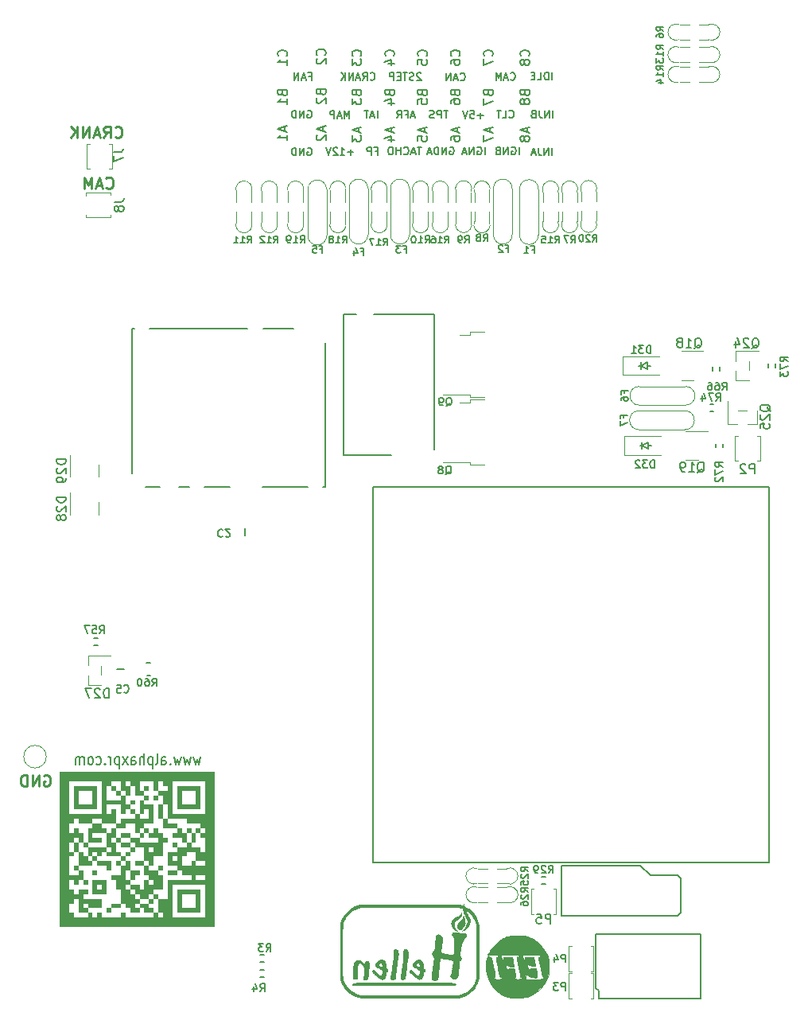
<source format=gbo>
G04 #@! TF.GenerationSoftware,KiCad,Pcbnew,7.0.6-7.0.6~ubuntu22.04.1*
G04 #@! TF.CreationDate,2023-07-13T12:08:25+00:00*
G04 #@! TF.ProjectId,alphax_2ch,616c7068-6178-45f3-9263-682e6b696361,F*
G04 #@! TF.SameCoordinates,PX141f5e0PYa2cace0*
G04 #@! TF.FileFunction,Legend,Bot*
G04 #@! TF.FilePolarity,Positive*
%FSLAX46Y46*%
G04 Gerber Fmt 4.6, Leading zero omitted, Abs format (unit mm)*
G04 Created by KiCad (PCBNEW 7.0.6-7.0.6~ubuntu22.04.1) date 2023-07-13 12:08:25*
%MOMM*%
%LPD*%
G01*
G04 APERTURE LIST*
%ADD10C,0.250000*%
%ADD11C,0.170000*%
%ADD12C,0.200000*%
%ADD13C,0.130000*%
%ADD14C,0.127000*%
%ADD15C,0.150000*%
%ADD16C,0.099060*%
%ADD17C,0.120000*%
%ADD18C,0.002540*%
%ADD19C,0.203200*%
G04 APERTURE END LIST*
D10*
X3214285Y24300715D02*
X3328571Y24357858D01*
X3328571Y24357858D02*
X3499999Y24357858D01*
X3499999Y24357858D02*
X3671428Y24300715D01*
X3671428Y24300715D02*
X3785713Y24186429D01*
X3785713Y24186429D02*
X3842856Y24072143D01*
X3842856Y24072143D02*
X3899999Y23843572D01*
X3899999Y23843572D02*
X3899999Y23672143D01*
X3899999Y23672143D02*
X3842856Y23443572D01*
X3842856Y23443572D02*
X3785713Y23329286D01*
X3785713Y23329286D02*
X3671428Y23215000D01*
X3671428Y23215000D02*
X3499999Y23157858D01*
X3499999Y23157858D02*
X3385713Y23157858D01*
X3385713Y23157858D02*
X3214285Y23215000D01*
X3214285Y23215000D02*
X3157142Y23272143D01*
X3157142Y23272143D02*
X3157142Y23672143D01*
X3157142Y23672143D02*
X3385713Y23672143D01*
X2642856Y23157858D02*
X2642856Y24357858D01*
X2642856Y24357858D02*
X1957142Y23157858D01*
X1957142Y23157858D02*
X1957142Y24357858D01*
X1385713Y23157858D02*
X1385713Y24357858D01*
X1385713Y24357858D02*
X1099999Y24357858D01*
X1099999Y24357858D02*
X928570Y24300715D01*
X928570Y24300715D02*
X814285Y24186429D01*
X814285Y24186429D02*
X757142Y24072143D01*
X757142Y24072143D02*
X699999Y23843572D01*
X699999Y23843572D02*
X699999Y23672143D01*
X699999Y23672143D02*
X757142Y23443572D01*
X757142Y23443572D02*
X814285Y23329286D01*
X814285Y23329286D02*
X928570Y23215000D01*
X928570Y23215000D02*
X1099999Y23157858D01*
X1099999Y23157858D02*
X1385713Y23157858D01*
D11*
X53793785Y90362635D02*
X53793785Y91162635D01*
X52993786Y91124540D02*
X53069976Y91162635D01*
X53069976Y91162635D02*
X53184262Y91162635D01*
X53184262Y91162635D02*
X53298548Y91124540D01*
X53298548Y91124540D02*
X53374738Y91048350D01*
X53374738Y91048350D02*
X53412833Y90972159D01*
X53412833Y90972159D02*
X53450929Y90819778D01*
X53450929Y90819778D02*
X53450929Y90705492D01*
X53450929Y90705492D02*
X53412833Y90553111D01*
X53412833Y90553111D02*
X53374738Y90476921D01*
X53374738Y90476921D02*
X53298548Y90400730D01*
X53298548Y90400730D02*
X53184262Y90362635D01*
X53184262Y90362635D02*
X53108071Y90362635D01*
X53108071Y90362635D02*
X52993786Y90400730D01*
X52993786Y90400730D02*
X52955690Y90438826D01*
X52955690Y90438826D02*
X52955690Y90705492D01*
X52955690Y90705492D02*
X53108071Y90705492D01*
X52612833Y90362635D02*
X52612833Y91162635D01*
X52612833Y91162635D02*
X52155690Y90362635D01*
X52155690Y90362635D02*
X52155690Y91162635D01*
X51508072Y90781683D02*
X51393786Y90743588D01*
X51393786Y90743588D02*
X51355691Y90705492D01*
X51355691Y90705492D02*
X51317595Y90629302D01*
X51317595Y90629302D02*
X51317595Y90515016D01*
X51317595Y90515016D02*
X51355691Y90438826D01*
X51355691Y90438826D02*
X51393786Y90400730D01*
X51393786Y90400730D02*
X51469976Y90362635D01*
X51469976Y90362635D02*
X51774738Y90362635D01*
X51774738Y90362635D02*
X51774738Y91162635D01*
X51774738Y91162635D02*
X51508072Y91162635D01*
X51508072Y91162635D02*
X51431881Y91124540D01*
X51431881Y91124540D02*
X51393786Y91086445D01*
X51393786Y91086445D02*
X51355691Y91010254D01*
X51355691Y91010254D02*
X51355691Y90934064D01*
X51355691Y90934064D02*
X51393786Y90857873D01*
X51393786Y90857873D02*
X51431881Y90819778D01*
X51431881Y90819778D02*
X51508072Y90781683D01*
X51508072Y90781683D02*
X51774738Y90781683D01*
D10*
X10771428Y92272143D02*
X10828571Y92215000D01*
X10828571Y92215000D02*
X10999999Y92157858D01*
X10999999Y92157858D02*
X11114285Y92157858D01*
X11114285Y92157858D02*
X11285714Y92215000D01*
X11285714Y92215000D02*
X11399999Y92329286D01*
X11399999Y92329286D02*
X11457142Y92443572D01*
X11457142Y92443572D02*
X11514285Y92672143D01*
X11514285Y92672143D02*
X11514285Y92843572D01*
X11514285Y92843572D02*
X11457142Y93072143D01*
X11457142Y93072143D02*
X11399999Y93186429D01*
X11399999Y93186429D02*
X11285714Y93300715D01*
X11285714Y93300715D02*
X11114285Y93357858D01*
X11114285Y93357858D02*
X10999999Y93357858D01*
X10999999Y93357858D02*
X10828571Y93300715D01*
X10828571Y93300715D02*
X10771428Y93243572D01*
X9571428Y92157858D02*
X9971428Y92729286D01*
X10257142Y92157858D02*
X10257142Y93357858D01*
X10257142Y93357858D02*
X9799999Y93357858D01*
X9799999Y93357858D02*
X9685714Y93300715D01*
X9685714Y93300715D02*
X9628571Y93243572D01*
X9628571Y93243572D02*
X9571428Y93129286D01*
X9571428Y93129286D02*
X9571428Y92957858D01*
X9571428Y92957858D02*
X9628571Y92843572D01*
X9628571Y92843572D02*
X9685714Y92786429D01*
X9685714Y92786429D02*
X9799999Y92729286D01*
X9799999Y92729286D02*
X10257142Y92729286D01*
X9114285Y92500715D02*
X8542857Y92500715D01*
X9228571Y92157858D02*
X8828571Y93357858D01*
X8828571Y93357858D02*
X8428571Y92157858D01*
X8028571Y92157858D02*
X8028571Y93357858D01*
X8028571Y93357858D02*
X7342857Y92157858D01*
X7342857Y92157858D02*
X7342857Y93357858D01*
X6771428Y92157858D02*
X6771428Y93357858D01*
X6085714Y92157858D02*
X6600000Y92843572D01*
X6085714Y93357858D02*
X6771428Y92672143D01*
D11*
X37944243Y98370045D02*
X37982339Y98331949D01*
X37982339Y98331949D02*
X38096624Y98293854D01*
X38096624Y98293854D02*
X38172815Y98293854D01*
X38172815Y98293854D02*
X38287101Y98331949D01*
X38287101Y98331949D02*
X38363291Y98408140D01*
X38363291Y98408140D02*
X38401386Y98484330D01*
X38401386Y98484330D02*
X38439482Y98636711D01*
X38439482Y98636711D02*
X38439482Y98750997D01*
X38439482Y98750997D02*
X38401386Y98903378D01*
X38401386Y98903378D02*
X38363291Y98979569D01*
X38363291Y98979569D02*
X38287101Y99055759D01*
X38287101Y99055759D02*
X38172815Y99093854D01*
X38172815Y99093854D02*
X38096624Y99093854D01*
X38096624Y99093854D02*
X37982339Y99055759D01*
X37982339Y99055759D02*
X37944243Y99017664D01*
X37144243Y98293854D02*
X37410910Y98674807D01*
X37601386Y98293854D02*
X37601386Y99093854D01*
X37601386Y99093854D02*
X37296624Y99093854D01*
X37296624Y99093854D02*
X37220434Y99055759D01*
X37220434Y99055759D02*
X37182339Y99017664D01*
X37182339Y99017664D02*
X37144243Y98941473D01*
X37144243Y98941473D02*
X37144243Y98827188D01*
X37144243Y98827188D02*
X37182339Y98750997D01*
X37182339Y98750997D02*
X37220434Y98712902D01*
X37220434Y98712902D02*
X37296624Y98674807D01*
X37296624Y98674807D02*
X37601386Y98674807D01*
X36839482Y98522426D02*
X36458529Y98522426D01*
X36915672Y98293854D02*
X36649005Y99093854D01*
X36649005Y99093854D02*
X36382339Y98293854D01*
X36115672Y98293854D02*
X36115672Y99093854D01*
X36115672Y99093854D02*
X35658529Y98293854D01*
X35658529Y98293854D02*
X35658529Y99093854D01*
X35277577Y98293854D02*
X35277577Y99093854D01*
X34820434Y98293854D02*
X35163292Y98750997D01*
X34820434Y99093854D02*
X35277577Y98636711D01*
X57289024Y98328744D02*
X57289024Y99128744D01*
X56908072Y98328744D02*
X56908072Y99128744D01*
X56908072Y99128744D02*
X56717596Y99128744D01*
X56717596Y99128744D02*
X56603310Y99090649D01*
X56603310Y99090649D02*
X56527120Y99014459D01*
X56527120Y99014459D02*
X56489025Y98938268D01*
X56489025Y98938268D02*
X56450929Y98785887D01*
X56450929Y98785887D02*
X56450929Y98671601D01*
X56450929Y98671601D02*
X56489025Y98519220D01*
X56489025Y98519220D02*
X56527120Y98443030D01*
X56527120Y98443030D02*
X56603310Y98366839D01*
X56603310Y98366839D02*
X56717596Y98328744D01*
X56717596Y98328744D02*
X56908072Y98328744D01*
X55727120Y98328744D02*
X56108072Y98328744D01*
X56108072Y98328744D02*
X56108072Y99128744D01*
X55460453Y98747792D02*
X55193787Y98747792D01*
X55079501Y98328744D02*
X55460453Y98328744D01*
X55460453Y98328744D02*
X55460453Y99128744D01*
X55460453Y99128744D02*
X55079501Y99128744D01*
D12*
X19890475Y26255258D02*
X19699999Y25455258D01*
X19699999Y25455258D02*
X19509523Y26026686D01*
X19509523Y26026686D02*
X19319047Y25455258D01*
X19319047Y25455258D02*
X19128571Y26255258D01*
X18842856Y26255258D02*
X18652380Y25455258D01*
X18652380Y25455258D02*
X18461904Y26026686D01*
X18461904Y26026686D02*
X18271428Y25455258D01*
X18271428Y25455258D02*
X18080952Y26255258D01*
X17795237Y26255258D02*
X17604761Y25455258D01*
X17604761Y25455258D02*
X17414285Y26026686D01*
X17414285Y26026686D02*
X17223809Y25455258D01*
X17223809Y25455258D02*
X17033333Y26255258D01*
X16652380Y25569543D02*
X16604761Y25512400D01*
X16604761Y25512400D02*
X16652380Y25455258D01*
X16652380Y25455258D02*
X16699999Y25512400D01*
X16699999Y25512400D02*
X16652380Y25569543D01*
X16652380Y25569543D02*
X16652380Y25455258D01*
X15747619Y25455258D02*
X15747619Y26083829D01*
X15747619Y26083829D02*
X15795238Y26198115D01*
X15795238Y26198115D02*
X15890476Y26255258D01*
X15890476Y26255258D02*
X16080952Y26255258D01*
X16080952Y26255258D02*
X16176190Y26198115D01*
X15747619Y25512400D02*
X15842857Y25455258D01*
X15842857Y25455258D02*
X16080952Y25455258D01*
X16080952Y25455258D02*
X16176190Y25512400D01*
X16176190Y25512400D02*
X16223809Y25626686D01*
X16223809Y25626686D02*
X16223809Y25740972D01*
X16223809Y25740972D02*
X16176190Y25855258D01*
X16176190Y25855258D02*
X16080952Y25912400D01*
X16080952Y25912400D02*
X15842857Y25912400D01*
X15842857Y25912400D02*
X15747619Y25969543D01*
X15128571Y25455258D02*
X15223809Y25512400D01*
X15223809Y25512400D02*
X15271428Y25626686D01*
X15271428Y25626686D02*
X15271428Y26655258D01*
X14747618Y26255258D02*
X14747618Y25055258D01*
X14747618Y26198115D02*
X14652380Y26255258D01*
X14652380Y26255258D02*
X14461904Y26255258D01*
X14461904Y26255258D02*
X14366666Y26198115D01*
X14366666Y26198115D02*
X14319047Y26140972D01*
X14319047Y26140972D02*
X14271428Y26026686D01*
X14271428Y26026686D02*
X14271428Y25683829D01*
X14271428Y25683829D02*
X14319047Y25569543D01*
X14319047Y25569543D02*
X14366666Y25512400D01*
X14366666Y25512400D02*
X14461904Y25455258D01*
X14461904Y25455258D02*
X14652380Y25455258D01*
X14652380Y25455258D02*
X14747618Y25512400D01*
X13842856Y25455258D02*
X13842856Y26655258D01*
X13414285Y25455258D02*
X13414285Y26083829D01*
X13414285Y26083829D02*
X13461904Y26198115D01*
X13461904Y26198115D02*
X13557142Y26255258D01*
X13557142Y26255258D02*
X13699999Y26255258D01*
X13699999Y26255258D02*
X13795237Y26198115D01*
X13795237Y26198115D02*
X13842856Y26140972D01*
X12509523Y25455258D02*
X12509523Y26083829D01*
X12509523Y26083829D02*
X12557142Y26198115D01*
X12557142Y26198115D02*
X12652380Y26255258D01*
X12652380Y26255258D02*
X12842856Y26255258D01*
X12842856Y26255258D02*
X12938094Y26198115D01*
X12509523Y25512400D02*
X12604761Y25455258D01*
X12604761Y25455258D02*
X12842856Y25455258D01*
X12842856Y25455258D02*
X12938094Y25512400D01*
X12938094Y25512400D02*
X12985713Y25626686D01*
X12985713Y25626686D02*
X12985713Y25740972D01*
X12985713Y25740972D02*
X12938094Y25855258D01*
X12938094Y25855258D02*
X12842856Y25912400D01*
X12842856Y25912400D02*
X12604761Y25912400D01*
X12604761Y25912400D02*
X12509523Y25969543D01*
X12128570Y25455258D02*
X11604761Y26255258D01*
X12128570Y26255258D02*
X11604761Y25455258D01*
X11223808Y26255258D02*
X11223808Y25055258D01*
X11223808Y26198115D02*
X11128570Y26255258D01*
X11128570Y26255258D02*
X10938094Y26255258D01*
X10938094Y26255258D02*
X10842856Y26198115D01*
X10842856Y26198115D02*
X10795237Y26140972D01*
X10795237Y26140972D02*
X10747618Y26026686D01*
X10747618Y26026686D02*
X10747618Y25683829D01*
X10747618Y25683829D02*
X10795237Y25569543D01*
X10795237Y25569543D02*
X10842856Y25512400D01*
X10842856Y25512400D02*
X10938094Y25455258D01*
X10938094Y25455258D02*
X11128570Y25455258D01*
X11128570Y25455258D02*
X11223808Y25512400D01*
X10319046Y25455258D02*
X10319046Y26255258D01*
X10319046Y26026686D02*
X10271427Y26140972D01*
X10271427Y26140972D02*
X10223808Y26198115D01*
X10223808Y26198115D02*
X10128570Y26255258D01*
X10128570Y26255258D02*
X10033332Y26255258D01*
X9699998Y25569543D02*
X9652379Y25512400D01*
X9652379Y25512400D02*
X9699998Y25455258D01*
X9699998Y25455258D02*
X9747617Y25512400D01*
X9747617Y25512400D02*
X9699998Y25569543D01*
X9699998Y25569543D02*
X9699998Y25455258D01*
X8795237Y25512400D02*
X8890475Y25455258D01*
X8890475Y25455258D02*
X9080951Y25455258D01*
X9080951Y25455258D02*
X9176189Y25512400D01*
X9176189Y25512400D02*
X9223808Y25569543D01*
X9223808Y25569543D02*
X9271427Y25683829D01*
X9271427Y25683829D02*
X9271427Y26026686D01*
X9271427Y26026686D02*
X9223808Y26140972D01*
X9223808Y26140972D02*
X9176189Y26198115D01*
X9176189Y26198115D02*
X9080951Y26255258D01*
X9080951Y26255258D02*
X8890475Y26255258D01*
X8890475Y26255258D02*
X8795237Y26198115D01*
X8223808Y25455258D02*
X8319046Y25512400D01*
X8319046Y25512400D02*
X8366665Y25569543D01*
X8366665Y25569543D02*
X8414284Y25683829D01*
X8414284Y25683829D02*
X8414284Y26026686D01*
X8414284Y26026686D02*
X8366665Y26140972D01*
X8366665Y26140972D02*
X8319046Y26198115D01*
X8319046Y26198115D02*
X8223808Y26255258D01*
X8223808Y26255258D02*
X8080951Y26255258D01*
X8080951Y26255258D02*
X7985713Y26198115D01*
X7985713Y26198115D02*
X7938094Y26140972D01*
X7938094Y26140972D02*
X7890475Y26026686D01*
X7890475Y26026686D02*
X7890475Y25683829D01*
X7890475Y25683829D02*
X7938094Y25569543D01*
X7938094Y25569543D02*
X7985713Y25512400D01*
X7985713Y25512400D02*
X8080951Y25455258D01*
X8080951Y25455258D02*
X8223808Y25455258D01*
X7461903Y25455258D02*
X7461903Y26255258D01*
X7461903Y26140972D02*
X7414284Y26198115D01*
X7414284Y26198115D02*
X7319046Y26255258D01*
X7319046Y26255258D02*
X7176189Y26255258D01*
X7176189Y26255258D02*
X7080951Y26198115D01*
X7080951Y26198115D02*
X7033332Y26083829D01*
X7033332Y26083829D02*
X7033332Y25455258D01*
X7033332Y26083829D02*
X6985713Y26198115D01*
X6985713Y26198115D02*
X6890475Y26255258D01*
X6890475Y26255258D02*
X6747618Y26255258D01*
X6747618Y26255258D02*
X6652379Y26198115D01*
X6652379Y26198115D02*
X6604760Y26083829D01*
X6604760Y26083829D02*
X6604760Y25455258D01*
D11*
X46222449Y95046601D02*
X45765306Y95046601D01*
X45993878Y94246601D02*
X45993878Y95046601D01*
X45498639Y94246601D02*
X45498639Y95046601D01*
X45498639Y95046601D02*
X45193877Y95046601D01*
X45193877Y95046601D02*
X45117687Y95008506D01*
X45117687Y95008506D02*
X45079592Y94970411D01*
X45079592Y94970411D02*
X45041496Y94894220D01*
X45041496Y94894220D02*
X45041496Y94779935D01*
X45041496Y94779935D02*
X45079592Y94703744D01*
X45079592Y94703744D02*
X45117687Y94665649D01*
X45117687Y94665649D02*
X45193877Y94627554D01*
X45193877Y94627554D02*
X45498639Y94627554D01*
X44736735Y94284696D02*
X44622449Y94246601D01*
X44622449Y94246601D02*
X44431973Y94246601D01*
X44431973Y94246601D02*
X44355782Y94284696D01*
X44355782Y94284696D02*
X44317687Y94322792D01*
X44317687Y94322792D02*
X44279592Y94398982D01*
X44279592Y94398982D02*
X44279592Y94475173D01*
X44279592Y94475173D02*
X44317687Y94551363D01*
X44317687Y94551363D02*
X44355782Y94589458D01*
X44355782Y94589458D02*
X44431973Y94627554D01*
X44431973Y94627554D02*
X44584354Y94665649D01*
X44584354Y94665649D02*
X44660544Y94703744D01*
X44660544Y94703744D02*
X44698639Y94741839D01*
X44698639Y94741839D02*
X44736735Y94818030D01*
X44736735Y94818030D02*
X44736735Y94894220D01*
X44736735Y94894220D02*
X44698639Y94970411D01*
X44698639Y94970411D02*
X44660544Y95008506D01*
X44660544Y95008506D02*
X44584354Y95046601D01*
X44584354Y95046601D02*
X44393877Y95046601D01*
X44393877Y95046601D02*
X44279592Y95008506D01*
X57304866Y90292854D02*
X57304866Y91092854D01*
X56923914Y90292854D02*
X56923914Y91092854D01*
X56923914Y91092854D02*
X56466771Y90292854D01*
X56466771Y90292854D02*
X56466771Y91092854D01*
X55857248Y91092854D02*
X55857248Y90521426D01*
X55857248Y90521426D02*
X55895343Y90407140D01*
X55895343Y90407140D02*
X55971534Y90330949D01*
X55971534Y90330949D02*
X56085819Y90292854D01*
X56085819Y90292854D02*
X56162010Y90292854D01*
X55514391Y90521426D02*
X55133438Y90521426D01*
X55590581Y90292854D02*
X55323914Y91092854D01*
X55323914Y91092854D02*
X55057248Y90292854D01*
X47541496Y98300265D02*
X47579592Y98262169D01*
X47579592Y98262169D02*
X47693877Y98224074D01*
X47693877Y98224074D02*
X47770068Y98224074D01*
X47770068Y98224074D02*
X47884354Y98262169D01*
X47884354Y98262169D02*
X47960544Y98338360D01*
X47960544Y98338360D02*
X47998639Y98414550D01*
X47998639Y98414550D02*
X48036735Y98566931D01*
X48036735Y98566931D02*
X48036735Y98681217D01*
X48036735Y98681217D02*
X47998639Y98833598D01*
X47998639Y98833598D02*
X47960544Y98909789D01*
X47960544Y98909789D02*
X47884354Y98985979D01*
X47884354Y98985979D02*
X47770068Y99024074D01*
X47770068Y99024074D02*
X47693877Y99024074D01*
X47693877Y99024074D02*
X47579592Y98985979D01*
X47579592Y98985979D02*
X47541496Y98947884D01*
X47236735Y98452646D02*
X46855782Y98452646D01*
X47312925Y98224074D02*
X47046258Y99024074D01*
X47046258Y99024074D02*
X46779592Y98224074D01*
X46512925Y98224074D02*
X46512925Y99024074D01*
X46512925Y99024074D02*
X46055782Y98224074D01*
X46055782Y98224074D02*
X46055782Y99024074D01*
X38450838Y90746792D02*
X38717504Y90746792D01*
X38717504Y90327744D02*
X38717504Y91127744D01*
X38717504Y91127744D02*
X38336552Y91127744D01*
X38031790Y90327744D02*
X38031790Y91127744D01*
X38031790Y91127744D02*
X37727028Y91127744D01*
X37727028Y91127744D02*
X37650838Y91089649D01*
X37650838Y91089649D02*
X37612743Y91051554D01*
X37612743Y91051554D02*
X37574647Y90975363D01*
X37574647Y90975363D02*
X37574647Y90861078D01*
X37574647Y90861078D02*
X37612743Y90784887D01*
X37612743Y90784887D02*
X37650838Y90746792D01*
X37650838Y90746792D02*
X37727028Y90708697D01*
X37727028Y90708697D02*
X38031790Y90708697D01*
X50142961Y90362635D02*
X50142961Y91162635D01*
X49342962Y91124540D02*
X49419152Y91162635D01*
X49419152Y91162635D02*
X49533438Y91162635D01*
X49533438Y91162635D02*
X49647724Y91124540D01*
X49647724Y91124540D02*
X49723914Y91048350D01*
X49723914Y91048350D02*
X49762009Y90972159D01*
X49762009Y90972159D02*
X49800105Y90819778D01*
X49800105Y90819778D02*
X49800105Y90705492D01*
X49800105Y90705492D02*
X49762009Y90553111D01*
X49762009Y90553111D02*
X49723914Y90476921D01*
X49723914Y90476921D02*
X49647724Y90400730D01*
X49647724Y90400730D02*
X49533438Y90362635D01*
X49533438Y90362635D02*
X49457247Y90362635D01*
X49457247Y90362635D02*
X49342962Y90400730D01*
X49342962Y90400730D02*
X49304866Y90438826D01*
X49304866Y90438826D02*
X49304866Y90705492D01*
X49304866Y90705492D02*
X49457247Y90705492D01*
X48962009Y90362635D02*
X48962009Y91162635D01*
X48962009Y91162635D02*
X48504866Y90362635D01*
X48504866Y90362635D02*
X48504866Y91162635D01*
X48162010Y90591207D02*
X47781057Y90591207D01*
X48238200Y90362635D02*
X47971533Y91162635D01*
X47971533Y91162635D02*
X47704867Y90362635D01*
X52746350Y94357682D02*
X52784446Y94319586D01*
X52784446Y94319586D02*
X52898731Y94281491D01*
X52898731Y94281491D02*
X52974922Y94281491D01*
X52974922Y94281491D02*
X53089208Y94319586D01*
X53089208Y94319586D02*
X53165398Y94395777D01*
X53165398Y94395777D02*
X53203493Y94471967D01*
X53203493Y94471967D02*
X53241589Y94624348D01*
X53241589Y94624348D02*
X53241589Y94738634D01*
X53241589Y94738634D02*
X53203493Y94891015D01*
X53203493Y94891015D02*
X53165398Y94967206D01*
X53165398Y94967206D02*
X53089208Y95043396D01*
X53089208Y95043396D02*
X52974922Y95081491D01*
X52974922Y95081491D02*
X52898731Y95081491D01*
X52898731Y95081491D02*
X52784446Y95043396D01*
X52784446Y95043396D02*
X52746350Y95005301D01*
X52022541Y94281491D02*
X52403493Y94281491D01*
X52403493Y94281491D02*
X52403493Y95081491D01*
X51870160Y95081491D02*
X51413017Y95081491D01*
X51641589Y94281491D02*
X51641589Y95081491D01*
X31273273Y91054759D02*
X31349463Y91092854D01*
X31349463Y91092854D02*
X31463749Y91092854D01*
X31463749Y91092854D02*
X31578035Y91054759D01*
X31578035Y91054759D02*
X31654225Y90978569D01*
X31654225Y90978569D02*
X31692320Y90902378D01*
X31692320Y90902378D02*
X31730416Y90749997D01*
X31730416Y90749997D02*
X31730416Y90635711D01*
X31730416Y90635711D02*
X31692320Y90483330D01*
X31692320Y90483330D02*
X31654225Y90407140D01*
X31654225Y90407140D02*
X31578035Y90330949D01*
X31578035Y90330949D02*
X31463749Y90292854D01*
X31463749Y90292854D02*
X31387558Y90292854D01*
X31387558Y90292854D02*
X31273273Y90330949D01*
X31273273Y90330949D02*
X31235177Y90369045D01*
X31235177Y90369045D02*
X31235177Y90635711D01*
X31235177Y90635711D02*
X31387558Y90635711D01*
X30892320Y90292854D02*
X30892320Y91092854D01*
X30892320Y91092854D02*
X30435177Y90292854D01*
X30435177Y90292854D02*
X30435177Y91092854D01*
X30054225Y90292854D02*
X30054225Y91092854D01*
X30054225Y91092854D02*
X29863749Y91092854D01*
X29863749Y91092854D02*
X29749463Y91054759D01*
X29749463Y91054759D02*
X29673273Y90978569D01*
X29673273Y90978569D02*
X29635178Y90902378D01*
X29635178Y90902378D02*
X29597082Y90749997D01*
X29597082Y90749997D02*
X29597082Y90635711D01*
X29597082Y90635711D02*
X29635178Y90483330D01*
X29635178Y90483330D02*
X29673273Y90407140D01*
X29673273Y90407140D02*
X29749463Y90330949D01*
X29749463Y90330949D02*
X29863749Y90292854D01*
X29863749Y90292854D02*
X30054225Y90292854D01*
X31273273Y95032232D02*
X31349463Y95070327D01*
X31349463Y95070327D02*
X31463749Y95070327D01*
X31463749Y95070327D02*
X31578035Y95032232D01*
X31578035Y95032232D02*
X31654225Y94956042D01*
X31654225Y94956042D02*
X31692320Y94879851D01*
X31692320Y94879851D02*
X31730416Y94727470D01*
X31730416Y94727470D02*
X31730416Y94613184D01*
X31730416Y94613184D02*
X31692320Y94460803D01*
X31692320Y94460803D02*
X31654225Y94384613D01*
X31654225Y94384613D02*
X31578035Y94308422D01*
X31578035Y94308422D02*
X31463749Y94270327D01*
X31463749Y94270327D02*
X31387558Y94270327D01*
X31387558Y94270327D02*
X31273273Y94308422D01*
X31273273Y94308422D02*
X31235177Y94346518D01*
X31235177Y94346518D02*
X31235177Y94613184D01*
X31235177Y94613184D02*
X31387558Y94613184D01*
X30892320Y94270327D02*
X30892320Y95070327D01*
X30892320Y95070327D02*
X30435177Y94270327D01*
X30435177Y94270327D02*
X30435177Y95070327D01*
X30054225Y94270327D02*
X30054225Y95070327D01*
X30054225Y95070327D02*
X29863749Y95070327D01*
X29863749Y95070327D02*
X29749463Y95032232D01*
X29749463Y95032232D02*
X29673273Y94956042D01*
X29673273Y94956042D02*
X29635178Y94879851D01*
X29635178Y94879851D02*
X29597082Y94727470D01*
X29597082Y94727470D02*
X29597082Y94613184D01*
X29597082Y94613184D02*
X29635178Y94460803D01*
X29635178Y94460803D02*
X29673273Y94384613D01*
X29673273Y94384613D02*
X29749463Y94308422D01*
X29749463Y94308422D02*
X29863749Y94270327D01*
X29863749Y94270327D02*
X30054225Y94270327D01*
X57396899Y94281491D02*
X57396899Y95081491D01*
X57015947Y94281491D02*
X57015947Y95081491D01*
X57015947Y95081491D02*
X56558804Y94281491D01*
X56558804Y94281491D02*
X56558804Y95081491D01*
X55949281Y95081491D02*
X55949281Y94510063D01*
X55949281Y94510063D02*
X55987376Y94395777D01*
X55987376Y94395777D02*
X56063567Y94319586D01*
X56063567Y94319586D02*
X56177852Y94281491D01*
X56177852Y94281491D02*
X56254043Y94281491D01*
X55301662Y94700539D02*
X55187376Y94662444D01*
X55187376Y94662444D02*
X55149281Y94624348D01*
X55149281Y94624348D02*
X55111185Y94548158D01*
X55111185Y94548158D02*
X55111185Y94433872D01*
X55111185Y94433872D02*
X55149281Y94357682D01*
X55149281Y94357682D02*
X55187376Y94319586D01*
X55187376Y94319586D02*
X55263566Y94281491D01*
X55263566Y94281491D02*
X55568328Y94281491D01*
X55568328Y94281491D02*
X55568328Y95081491D01*
X55568328Y95081491D02*
X55301662Y95081491D01*
X55301662Y95081491D02*
X55225471Y95043396D01*
X55225471Y95043396D02*
X55187376Y95005301D01*
X55187376Y95005301D02*
X55149281Y94929110D01*
X55149281Y94929110D02*
X55149281Y94852920D01*
X55149281Y94852920D02*
X55187376Y94776729D01*
X55187376Y94776729D02*
X55225471Y94738634D01*
X55225471Y94738634D02*
X55301662Y94700539D01*
X55301662Y94700539D02*
X55568328Y94700539D01*
X42657248Y94475173D02*
X42276295Y94475173D01*
X42733438Y94246601D02*
X42466771Y95046601D01*
X42466771Y95046601D02*
X42200105Y94246601D01*
X41666772Y94665649D02*
X41933438Y94665649D01*
X41933438Y94246601D02*
X41933438Y95046601D01*
X41933438Y95046601D02*
X41552486Y95046601D01*
X40790581Y94246601D02*
X41057248Y94627554D01*
X41247724Y94246601D02*
X41247724Y95046601D01*
X41247724Y95046601D02*
X40942962Y95046601D01*
X40942962Y95046601D02*
X40866772Y95008506D01*
X40866772Y95008506D02*
X40828677Y94970411D01*
X40828677Y94970411D02*
X40790581Y94894220D01*
X40790581Y94894220D02*
X40790581Y94779935D01*
X40790581Y94779935D02*
X40828677Y94703744D01*
X40828677Y94703744D02*
X40866772Y94665649D01*
X40866772Y94665649D02*
X40942962Y94627554D01*
X40942962Y94627554D02*
X41247724Y94627554D01*
X43330326Y99017664D02*
X43292230Y99055759D01*
X43292230Y99055759D02*
X43216040Y99093854D01*
X43216040Y99093854D02*
X43025564Y99093854D01*
X43025564Y99093854D02*
X42949373Y99055759D01*
X42949373Y99055759D02*
X42911278Y99017664D01*
X42911278Y99017664D02*
X42873183Y98941473D01*
X42873183Y98941473D02*
X42873183Y98865283D01*
X42873183Y98865283D02*
X42911278Y98750997D01*
X42911278Y98750997D02*
X43368421Y98293854D01*
X43368421Y98293854D02*
X42873183Y98293854D01*
X42568421Y98331949D02*
X42454135Y98293854D01*
X42454135Y98293854D02*
X42263659Y98293854D01*
X42263659Y98293854D02*
X42187468Y98331949D01*
X42187468Y98331949D02*
X42149373Y98370045D01*
X42149373Y98370045D02*
X42111278Y98446235D01*
X42111278Y98446235D02*
X42111278Y98522426D01*
X42111278Y98522426D02*
X42149373Y98598616D01*
X42149373Y98598616D02*
X42187468Y98636711D01*
X42187468Y98636711D02*
X42263659Y98674807D01*
X42263659Y98674807D02*
X42416040Y98712902D01*
X42416040Y98712902D02*
X42492230Y98750997D01*
X42492230Y98750997D02*
X42530325Y98789092D01*
X42530325Y98789092D02*
X42568421Y98865283D01*
X42568421Y98865283D02*
X42568421Y98941473D01*
X42568421Y98941473D02*
X42530325Y99017664D01*
X42530325Y99017664D02*
X42492230Y99055759D01*
X42492230Y99055759D02*
X42416040Y99093854D01*
X42416040Y99093854D02*
X42225563Y99093854D01*
X42225563Y99093854D02*
X42111278Y99055759D01*
X41882706Y99093854D02*
X41425563Y99093854D01*
X41654135Y98293854D02*
X41654135Y99093854D01*
X41158896Y98712902D02*
X40892230Y98712902D01*
X40777944Y98293854D02*
X41158896Y98293854D01*
X41158896Y98293854D02*
X41158896Y99093854D01*
X41158896Y99093854D02*
X40777944Y99093854D01*
X40435086Y98293854D02*
X40435086Y99093854D01*
X40435086Y99093854D02*
X40130324Y99093854D01*
X40130324Y99093854D02*
X40054134Y99055759D01*
X40054134Y99055759D02*
X40016039Y99017664D01*
X40016039Y99017664D02*
X39977943Y98941473D01*
X39977943Y98941473D02*
X39977943Y98827188D01*
X39977943Y98827188D02*
X40016039Y98750997D01*
X40016039Y98750997D02*
X40054134Y98712902D01*
X40054134Y98712902D02*
X40130324Y98674807D01*
X40130324Y98674807D02*
X40435086Y98674807D01*
X52882888Y98370045D02*
X52920984Y98331949D01*
X52920984Y98331949D02*
X53035269Y98293854D01*
X53035269Y98293854D02*
X53111460Y98293854D01*
X53111460Y98293854D02*
X53225746Y98331949D01*
X53225746Y98331949D02*
X53301936Y98408140D01*
X53301936Y98408140D02*
X53340031Y98484330D01*
X53340031Y98484330D02*
X53378127Y98636711D01*
X53378127Y98636711D02*
X53378127Y98750997D01*
X53378127Y98750997D02*
X53340031Y98903378D01*
X53340031Y98903378D02*
X53301936Y98979569D01*
X53301936Y98979569D02*
X53225746Y99055759D01*
X53225746Y99055759D02*
X53111460Y99093854D01*
X53111460Y99093854D02*
X53035269Y99093854D01*
X53035269Y99093854D02*
X52920984Y99055759D01*
X52920984Y99055759D02*
X52882888Y99017664D01*
X52578127Y98522426D02*
X52197174Y98522426D01*
X52654317Y98293854D02*
X52387650Y99093854D01*
X52387650Y99093854D02*
X52120984Y98293854D01*
X51854317Y98293854D02*
X51854317Y99093854D01*
X51854317Y99093854D02*
X51587651Y98522426D01*
X51587651Y98522426D02*
X51320984Y99093854D01*
X51320984Y99093854D02*
X51320984Y98293854D01*
X31416039Y98712902D02*
X31682705Y98712902D01*
X31682705Y98293854D02*
X31682705Y99093854D01*
X31682705Y99093854D02*
X31301753Y99093854D01*
X31035087Y98522426D02*
X30654134Y98522426D01*
X31111277Y98293854D02*
X30844610Y99093854D01*
X30844610Y99093854D02*
X30577944Y98293854D01*
X30311277Y98293854D02*
X30311277Y99093854D01*
X30311277Y99093854D02*
X29854134Y98293854D01*
X29854134Y98293854D02*
X29854134Y99093854D01*
D10*
X9828571Y86872143D02*
X9885714Y86815000D01*
X9885714Y86815000D02*
X10057142Y86757858D01*
X10057142Y86757858D02*
X10171428Y86757858D01*
X10171428Y86757858D02*
X10342857Y86815000D01*
X10342857Y86815000D02*
X10457142Y86929286D01*
X10457142Y86929286D02*
X10514285Y87043572D01*
X10514285Y87043572D02*
X10571428Y87272143D01*
X10571428Y87272143D02*
X10571428Y87443572D01*
X10571428Y87443572D02*
X10514285Y87672143D01*
X10514285Y87672143D02*
X10457142Y87786429D01*
X10457142Y87786429D02*
X10342857Y87900715D01*
X10342857Y87900715D02*
X10171428Y87957858D01*
X10171428Y87957858D02*
X10057142Y87957858D01*
X10057142Y87957858D02*
X9885714Y87900715D01*
X9885714Y87900715D02*
X9828571Y87843572D01*
X9371428Y87100715D02*
X8800000Y87100715D01*
X9485714Y86757858D02*
X9085714Y87957858D01*
X9085714Y87957858D02*
X8685714Y86757858D01*
X8285714Y86757858D02*
X8285714Y87957858D01*
X8285714Y87957858D02*
X7885714Y87100715D01*
X7885714Y87100715D02*
X7485714Y87957858D01*
X7485714Y87957858D02*
X7485714Y86757858D01*
D11*
X46409537Y91124540D02*
X46485727Y91162635D01*
X46485727Y91162635D02*
X46600013Y91162635D01*
X46600013Y91162635D02*
X46714299Y91124540D01*
X46714299Y91124540D02*
X46790489Y91048350D01*
X46790489Y91048350D02*
X46828584Y90972159D01*
X46828584Y90972159D02*
X46866680Y90819778D01*
X46866680Y90819778D02*
X46866680Y90705492D01*
X46866680Y90705492D02*
X46828584Y90553111D01*
X46828584Y90553111D02*
X46790489Y90476921D01*
X46790489Y90476921D02*
X46714299Y90400730D01*
X46714299Y90400730D02*
X46600013Y90362635D01*
X46600013Y90362635D02*
X46523822Y90362635D01*
X46523822Y90362635D02*
X46409537Y90400730D01*
X46409537Y90400730D02*
X46371441Y90438826D01*
X46371441Y90438826D02*
X46371441Y90705492D01*
X46371441Y90705492D02*
X46523822Y90705492D01*
X46028584Y90362635D02*
X46028584Y91162635D01*
X46028584Y91162635D02*
X45571441Y90362635D01*
X45571441Y90362635D02*
X45571441Y91162635D01*
X45190489Y90362635D02*
X45190489Y91162635D01*
X45190489Y91162635D02*
X45000013Y91162635D01*
X45000013Y91162635D02*
X44885727Y91124540D01*
X44885727Y91124540D02*
X44809537Y91048350D01*
X44809537Y91048350D02*
X44771442Y90972159D01*
X44771442Y90972159D02*
X44733346Y90819778D01*
X44733346Y90819778D02*
X44733346Y90705492D01*
X44733346Y90705492D02*
X44771442Y90553111D01*
X44771442Y90553111D02*
X44809537Y90476921D01*
X44809537Y90476921D02*
X44885727Y90400730D01*
X44885727Y90400730D02*
X45000013Y90362635D01*
X45000013Y90362635D02*
X45190489Y90362635D01*
X44428585Y90591207D02*
X44047632Y90591207D01*
X44504775Y90362635D02*
X44238108Y91162635D01*
X44238108Y91162635D02*
X43971442Y90362635D01*
X49974738Y94516473D02*
X49365215Y94516473D01*
X49669976Y94211711D02*
X49669976Y94821235D01*
X48603310Y95011711D02*
X48984262Y95011711D01*
X48984262Y95011711D02*
X49022358Y94630759D01*
X49022358Y94630759D02*
X48984262Y94668854D01*
X48984262Y94668854D02*
X48908072Y94706949D01*
X48908072Y94706949D02*
X48717596Y94706949D01*
X48717596Y94706949D02*
X48641405Y94668854D01*
X48641405Y94668854D02*
X48603310Y94630759D01*
X48603310Y94630759D02*
X48565215Y94554568D01*
X48565215Y94554568D02*
X48565215Y94364092D01*
X48565215Y94364092D02*
X48603310Y94287902D01*
X48603310Y94287902D02*
X48641405Y94249806D01*
X48641405Y94249806D02*
X48717596Y94211711D01*
X48717596Y94211711D02*
X48908072Y94211711D01*
X48908072Y94211711D02*
X48984262Y94249806D01*
X48984262Y94249806D02*
X49022358Y94287902D01*
X48336643Y95011711D02*
X48069976Y94211711D01*
X48069976Y94211711D02*
X47803310Y95011711D01*
X35720526Y94211711D02*
X35720526Y95011711D01*
X35720526Y95011711D02*
X35453860Y94440283D01*
X35453860Y94440283D02*
X35187193Y95011711D01*
X35187193Y95011711D02*
X35187193Y94211711D01*
X34844336Y94440283D02*
X34463383Y94440283D01*
X34920526Y94211711D02*
X34653859Y95011711D01*
X34653859Y95011711D02*
X34387193Y94211711D01*
X34120526Y94211711D02*
X34120526Y95011711D01*
X34120526Y95011711D02*
X33815764Y95011711D01*
X33815764Y95011711D02*
X33739574Y94973616D01*
X33739574Y94973616D02*
X33701479Y94935521D01*
X33701479Y94935521D02*
X33663383Y94859330D01*
X33663383Y94859330D02*
X33663383Y94745045D01*
X33663383Y94745045D02*
X33701479Y94668854D01*
X33701479Y94668854D02*
X33739574Y94630759D01*
X33739574Y94630759D02*
X33815764Y94592664D01*
X33815764Y94592664D02*
X34120526Y94592664D01*
X38708072Y94246601D02*
X38708072Y95046601D01*
X38365216Y94475173D02*
X37984263Y94475173D01*
X38441406Y94246601D02*
X38174739Y95046601D01*
X38174739Y95046601D02*
X37908073Y94246601D01*
X37755692Y95046601D02*
X37298549Y95046601D01*
X37527121Y94246601D02*
X37527121Y95046601D01*
X36155416Y90632506D02*
X35545893Y90632506D01*
X35850654Y90327744D02*
X35850654Y90937268D01*
X34745893Y90327744D02*
X35203036Y90327744D01*
X34974464Y90327744D02*
X34974464Y91127744D01*
X34974464Y91127744D02*
X35050655Y91013459D01*
X35050655Y91013459D02*
X35126845Y90937268D01*
X35126845Y90937268D02*
X35203036Y90899173D01*
X34441131Y91051554D02*
X34403035Y91089649D01*
X34403035Y91089649D02*
X34326845Y91127744D01*
X34326845Y91127744D02*
X34136369Y91127744D01*
X34136369Y91127744D02*
X34060178Y91089649D01*
X34060178Y91089649D02*
X34022083Y91051554D01*
X34022083Y91051554D02*
X33983988Y90975363D01*
X33983988Y90975363D02*
X33983988Y90899173D01*
X33983988Y90899173D02*
X34022083Y90784887D01*
X34022083Y90784887D02*
X34479226Y90327744D01*
X34479226Y90327744D02*
X33983988Y90327744D01*
X33755416Y91127744D02*
X33488749Y90327744D01*
X33488749Y90327744D02*
X33222083Y91127744D01*
X43393878Y91162635D02*
X42936735Y91162635D01*
X43165307Y90362635D02*
X43165307Y91162635D01*
X42708164Y90591207D02*
X42327211Y90591207D01*
X42784354Y90362635D02*
X42517687Y91162635D01*
X42517687Y91162635D02*
X42251021Y90362635D01*
X41527211Y90438826D02*
X41565307Y90400730D01*
X41565307Y90400730D02*
X41679592Y90362635D01*
X41679592Y90362635D02*
X41755783Y90362635D01*
X41755783Y90362635D02*
X41870069Y90400730D01*
X41870069Y90400730D02*
X41946259Y90476921D01*
X41946259Y90476921D02*
X41984354Y90553111D01*
X41984354Y90553111D02*
X42022450Y90705492D01*
X42022450Y90705492D02*
X42022450Y90819778D01*
X42022450Y90819778D02*
X41984354Y90972159D01*
X41984354Y90972159D02*
X41946259Y91048350D01*
X41946259Y91048350D02*
X41870069Y91124540D01*
X41870069Y91124540D02*
X41755783Y91162635D01*
X41755783Y91162635D02*
X41679592Y91162635D01*
X41679592Y91162635D02*
X41565307Y91124540D01*
X41565307Y91124540D02*
X41527211Y91086445D01*
X41184354Y90362635D02*
X41184354Y91162635D01*
X41184354Y90781683D02*
X40727211Y90781683D01*
X40727211Y90362635D02*
X40727211Y91162635D01*
X40193878Y91162635D02*
X40041497Y91162635D01*
X40041497Y91162635D02*
X39965307Y91124540D01*
X39965307Y91124540D02*
X39889116Y91048350D01*
X39889116Y91048350D02*
X39851021Y90895969D01*
X39851021Y90895969D02*
X39851021Y90629302D01*
X39851021Y90629302D02*
X39889116Y90476921D01*
X39889116Y90476921D02*
X39965307Y90400730D01*
X39965307Y90400730D02*
X40041497Y90362635D01*
X40041497Y90362635D02*
X40193878Y90362635D01*
X40193878Y90362635D02*
X40270069Y90400730D01*
X40270069Y90400730D02*
X40346259Y90476921D01*
X40346259Y90476921D02*
X40384355Y90629302D01*
X40384355Y90629302D02*
X40384355Y90895969D01*
X40384355Y90895969D02*
X40346259Y91048350D01*
X40346259Y91048350D02*
X40270069Y91124540D01*
X40270069Y91124540D02*
X40193878Y91162635D01*
D13*
X49992467Y81134088D02*
X50242467Y81491231D01*
X50421038Y81134088D02*
X50421038Y81884088D01*
X50421038Y81884088D02*
X50135324Y81884088D01*
X50135324Y81884088D02*
X50063895Y81848374D01*
X50063895Y81848374D02*
X50028181Y81812660D01*
X50028181Y81812660D02*
X49992467Y81741231D01*
X49992467Y81741231D02*
X49992467Y81634088D01*
X49992467Y81634088D02*
X50028181Y81562660D01*
X50028181Y81562660D02*
X50063895Y81526945D01*
X50063895Y81526945D02*
X50135324Y81491231D01*
X50135324Y81491231D02*
X50421038Y81491231D01*
X49563895Y81562660D02*
X49635324Y81598374D01*
X49635324Y81598374D02*
X49671038Y81634088D01*
X49671038Y81634088D02*
X49706752Y81705517D01*
X49706752Y81705517D02*
X49706752Y81741231D01*
X49706752Y81741231D02*
X49671038Y81812660D01*
X49671038Y81812660D02*
X49635324Y81848374D01*
X49635324Y81848374D02*
X49563895Y81884088D01*
X49563895Y81884088D02*
X49421038Y81884088D01*
X49421038Y81884088D02*
X49349610Y81848374D01*
X49349610Y81848374D02*
X49313895Y81812660D01*
X49313895Y81812660D02*
X49278181Y81741231D01*
X49278181Y81741231D02*
X49278181Y81705517D01*
X49278181Y81705517D02*
X49313895Y81634088D01*
X49313895Y81634088D02*
X49349610Y81598374D01*
X49349610Y81598374D02*
X49421038Y81562660D01*
X49421038Y81562660D02*
X49563895Y81562660D01*
X49563895Y81562660D02*
X49635324Y81526945D01*
X49635324Y81526945D02*
X49671038Y81491231D01*
X49671038Y81491231D02*
X49706752Y81419802D01*
X49706752Y81419802D02*
X49706752Y81276945D01*
X49706752Y81276945D02*
X49671038Y81205517D01*
X49671038Y81205517D02*
X49635324Y81169802D01*
X49635324Y81169802D02*
X49563895Y81134088D01*
X49563895Y81134088D02*
X49421038Y81134088D01*
X49421038Y81134088D02*
X49349610Y81169802D01*
X49349610Y81169802D02*
X49313895Y81205517D01*
X49313895Y81205517D02*
X49278181Y81276945D01*
X49278181Y81276945D02*
X49278181Y81419802D01*
X49278181Y81419802D02*
X49313895Y81491231D01*
X49313895Y81491231D02*
X49349610Y81526945D01*
X49349610Y81526945D02*
X49421038Y81562660D01*
D14*
X48009570Y80977138D02*
X48263570Y81339995D01*
X48444999Y80977138D02*
X48444999Y81739138D01*
X48444999Y81739138D02*
X48154713Y81739138D01*
X48154713Y81739138D02*
X48082142Y81702852D01*
X48082142Y81702852D02*
X48045856Y81666566D01*
X48045856Y81666566D02*
X48009570Y81593995D01*
X48009570Y81593995D02*
X48009570Y81485138D01*
X48009570Y81485138D02*
X48045856Y81412566D01*
X48045856Y81412566D02*
X48082142Y81376281D01*
X48082142Y81376281D02*
X48154713Y81339995D01*
X48154713Y81339995D02*
X48444999Y81339995D01*
X47646713Y80977138D02*
X47501570Y80977138D01*
X47501570Y80977138D02*
X47428999Y81013423D01*
X47428999Y81013423D02*
X47392713Y81049709D01*
X47392713Y81049709D02*
X47320142Y81158566D01*
X47320142Y81158566D02*
X47283856Y81303709D01*
X47283856Y81303709D02*
X47283856Y81593995D01*
X47283856Y81593995D02*
X47320142Y81666566D01*
X47320142Y81666566D02*
X47356428Y81702852D01*
X47356428Y81702852D02*
X47428999Y81739138D01*
X47428999Y81739138D02*
X47574142Y81739138D01*
X47574142Y81739138D02*
X47646713Y81702852D01*
X47646713Y81702852D02*
X47682999Y81666566D01*
X47682999Y81666566D02*
X47719285Y81593995D01*
X47719285Y81593995D02*
X47719285Y81412566D01*
X47719285Y81412566D02*
X47682999Y81339995D01*
X47682999Y81339995D02*
X47646713Y81303709D01*
X47646713Y81303709D02*
X47574142Y81267423D01*
X47574142Y81267423D02*
X47428999Y81267423D01*
X47428999Y81267423D02*
X47356428Y81303709D01*
X47356428Y81303709D02*
X47320142Y81339995D01*
X47320142Y81339995D02*
X47283856Y81412566D01*
X64946768Y62354000D02*
X64946768Y62608000D01*
X65345911Y62608000D02*
X64583911Y62608000D01*
X64583911Y62608000D02*
X64583911Y62245143D01*
X64583911Y62027428D02*
X64583911Y61519428D01*
X64583911Y61519428D02*
X65345911Y61846000D01*
X36953999Y80053232D02*
X37207999Y80053232D01*
X37207999Y79654089D02*
X37207999Y80416089D01*
X37207999Y80416089D02*
X36845142Y80416089D01*
X36228285Y80162089D02*
X36228285Y79654089D01*
X36409713Y80452374D02*
X36591142Y79908089D01*
X36591142Y79908089D02*
X36119427Y79908089D01*
D11*
X78838094Y56446221D02*
X78838094Y57446221D01*
X78838094Y57446221D02*
X78457142Y57446221D01*
X78457142Y57446221D02*
X78361904Y57398602D01*
X78361904Y57398602D02*
X78314285Y57350983D01*
X78314285Y57350983D02*
X78266666Y57255745D01*
X78266666Y57255745D02*
X78266666Y57112888D01*
X78266666Y57112888D02*
X78314285Y57017650D01*
X78314285Y57017650D02*
X78361904Y56970031D01*
X78361904Y56970031D02*
X78457142Y56922412D01*
X78457142Y56922412D02*
X78838094Y56922412D01*
X77885713Y57350983D02*
X77838094Y57398602D01*
X77838094Y57398602D02*
X77742856Y57446221D01*
X77742856Y57446221D02*
X77504761Y57446221D01*
X77504761Y57446221D02*
X77409523Y57398602D01*
X77409523Y57398602D02*
X77361904Y57350983D01*
X77361904Y57350983D02*
X77314285Y57255745D01*
X77314285Y57255745D02*
X77314285Y57160507D01*
X77314285Y57160507D02*
X77361904Y57017650D01*
X77361904Y57017650D02*
X77933332Y56446221D01*
X77933332Y56446221D02*
X77314285Y56446221D01*
D13*
X24848143Y80951796D02*
X25098143Y81308939D01*
X25276714Y80951796D02*
X25276714Y81701796D01*
X25276714Y81701796D02*
X24991000Y81701796D01*
X24991000Y81701796D02*
X24919571Y81666082D01*
X24919571Y81666082D02*
X24883857Y81630368D01*
X24883857Y81630368D02*
X24848143Y81558939D01*
X24848143Y81558939D02*
X24848143Y81451796D01*
X24848143Y81451796D02*
X24883857Y81380368D01*
X24883857Y81380368D02*
X24919571Y81344653D01*
X24919571Y81344653D02*
X24991000Y81308939D01*
X24991000Y81308939D02*
X25276714Y81308939D01*
X24133857Y80951796D02*
X24562428Y80951796D01*
X24348143Y80951796D02*
X24348143Y81701796D01*
X24348143Y81701796D02*
X24419571Y81594653D01*
X24419571Y81594653D02*
X24491000Y81523225D01*
X24491000Y81523225D02*
X24562428Y81487510D01*
X23419571Y80951796D02*
X23848142Y80951796D01*
X23633857Y80951796D02*
X23633857Y81701796D01*
X23633857Y81701796D02*
X23705285Y81594653D01*
X23705285Y81594653D02*
X23776714Y81523225D01*
X23776714Y81523225D02*
X23848142Y81487510D01*
X69156204Y103525001D02*
X68799061Y103775001D01*
X69156204Y103953572D02*
X68406204Y103953572D01*
X68406204Y103953572D02*
X68406204Y103667858D01*
X68406204Y103667858D02*
X68441918Y103596429D01*
X68441918Y103596429D02*
X68477632Y103560715D01*
X68477632Y103560715D02*
X68549061Y103525001D01*
X68549061Y103525001D02*
X68656204Y103525001D01*
X68656204Y103525001D02*
X68727632Y103560715D01*
X68727632Y103560715D02*
X68763347Y103596429D01*
X68763347Y103596429D02*
X68799061Y103667858D01*
X68799061Y103667858D02*
X68799061Y103953572D01*
X68406204Y102882143D02*
X68406204Y103025001D01*
X68406204Y103025001D02*
X68441918Y103096429D01*
X68441918Y103096429D02*
X68477632Y103132143D01*
X68477632Y103132143D02*
X68584775Y103203572D01*
X68584775Y103203572D02*
X68727632Y103239286D01*
X68727632Y103239286D02*
X69013347Y103239286D01*
X69013347Y103239286D02*
X69084775Y103203572D01*
X69084775Y103203572D02*
X69120490Y103167858D01*
X69120490Y103167858D02*
X69156204Y103096429D01*
X69156204Y103096429D02*
X69156204Y102953572D01*
X69156204Y102953572D02*
X69120490Y102882143D01*
X69120490Y102882143D02*
X69084775Y102846429D01*
X69084775Y102846429D02*
X69013347Y102810715D01*
X69013347Y102810715D02*
X68834775Y102810715D01*
X68834775Y102810715D02*
X68763347Y102846429D01*
X68763347Y102846429D02*
X68727632Y102882143D01*
X68727632Y102882143D02*
X68691918Y102953572D01*
X68691918Y102953572D02*
X68691918Y103096429D01*
X68691918Y103096429D02*
X68727632Y103167858D01*
X68727632Y103167858D02*
X68763347Y103203572D01*
X68763347Y103203572D02*
X68834775Y103239286D01*
X39326143Y80697796D02*
X39576143Y81054939D01*
X39754714Y80697796D02*
X39754714Y81447796D01*
X39754714Y81447796D02*
X39469000Y81447796D01*
X39469000Y81447796D02*
X39397571Y81412082D01*
X39397571Y81412082D02*
X39361857Y81376368D01*
X39361857Y81376368D02*
X39326143Y81304939D01*
X39326143Y81304939D02*
X39326143Y81197796D01*
X39326143Y81197796D02*
X39361857Y81126368D01*
X39361857Y81126368D02*
X39397571Y81090653D01*
X39397571Y81090653D02*
X39469000Y81054939D01*
X39469000Y81054939D02*
X39754714Y81054939D01*
X38611857Y80697796D02*
X39040428Y80697796D01*
X38826143Y80697796D02*
X38826143Y81447796D01*
X38826143Y81447796D02*
X38897571Y81340653D01*
X38897571Y81340653D02*
X38969000Y81269225D01*
X38969000Y81269225D02*
X39040428Y81233510D01*
X38361857Y81447796D02*
X37861857Y81447796D01*
X37861857Y81447796D02*
X38183285Y80697796D01*
D14*
X64996778Y64954000D02*
X64996778Y65208000D01*
X65395921Y65208000D02*
X64633921Y65208000D01*
X64633921Y65208000D02*
X64633921Y64845143D01*
X64633921Y64228285D02*
X64633921Y64373428D01*
X64633921Y64373428D02*
X64670207Y64446000D01*
X64670207Y64446000D02*
X64706493Y64482285D01*
X64706493Y64482285D02*
X64815350Y64554857D01*
X64815350Y64554857D02*
X64960493Y64591143D01*
X64960493Y64591143D02*
X65250778Y64591143D01*
X65250778Y64591143D02*
X65323350Y64554857D01*
X65323350Y64554857D02*
X65359636Y64518571D01*
X65359636Y64518571D02*
X65395921Y64446000D01*
X65395921Y64446000D02*
X65395921Y64300857D01*
X65395921Y64300857D02*
X65359636Y64228285D01*
X65359636Y64228285D02*
X65323350Y64192000D01*
X65323350Y64192000D02*
X65250778Y64155714D01*
X65250778Y64155714D02*
X65069350Y64155714D01*
X65069350Y64155714D02*
X64996778Y64192000D01*
X64996778Y64192000D02*
X64960493Y64228285D01*
X64960493Y64228285D02*
X64924207Y64300857D01*
X64924207Y64300857D02*
X64924207Y64446000D01*
X64924207Y64446000D02*
X64960493Y64518571D01*
X64960493Y64518571D02*
X64996778Y64554857D01*
X64996778Y64554857D02*
X65069350Y64591143D01*
D13*
X45882143Y80951796D02*
X46132143Y81308939D01*
X46310714Y80951796D02*
X46310714Y81701796D01*
X46310714Y81701796D02*
X46025000Y81701796D01*
X46025000Y81701796D02*
X45953571Y81666082D01*
X45953571Y81666082D02*
X45917857Y81630368D01*
X45917857Y81630368D02*
X45882143Y81558939D01*
X45882143Y81558939D02*
X45882143Y81451796D01*
X45882143Y81451796D02*
X45917857Y81380368D01*
X45917857Y81380368D02*
X45953571Y81344653D01*
X45953571Y81344653D02*
X46025000Y81308939D01*
X46025000Y81308939D02*
X46310714Y81308939D01*
X45167857Y80951796D02*
X45596428Y80951796D01*
X45382143Y80951796D02*
X45382143Y81701796D01*
X45382143Y81701796D02*
X45453571Y81594653D01*
X45453571Y81594653D02*
X45525000Y81523225D01*
X45525000Y81523225D02*
X45596428Y81487510D01*
X44525000Y81701796D02*
X44667857Y81701796D01*
X44667857Y81701796D02*
X44739285Y81666082D01*
X44739285Y81666082D02*
X44775000Y81630368D01*
X44775000Y81630368D02*
X44846428Y81523225D01*
X44846428Y81523225D02*
X44882142Y81380368D01*
X44882142Y81380368D02*
X44882142Y81094653D01*
X44882142Y81094653D02*
X44846428Y81023225D01*
X44846428Y81023225D02*
X44810714Y80987510D01*
X44810714Y80987510D02*
X44739285Y80951796D01*
X44739285Y80951796D02*
X44596428Y80951796D01*
X44596428Y80951796D02*
X44525000Y80987510D01*
X44525000Y80987510D02*
X44489285Y81023225D01*
X44489285Y81023225D02*
X44453571Y81094653D01*
X44453571Y81094653D02*
X44453571Y81273225D01*
X44453571Y81273225D02*
X44489285Y81344653D01*
X44489285Y81344653D02*
X44525000Y81380368D01*
X44525000Y81380368D02*
X44596428Y81416082D01*
X44596428Y81416082D02*
X44739285Y81416082D01*
X44739285Y81416082D02*
X44810714Y81380368D01*
X44810714Y81380368D02*
X44846428Y81344653D01*
X44846428Y81344653D02*
X44882142Y81273225D01*
D11*
X58695237Y1429492D02*
X58695237Y2249492D01*
X58695237Y2249492D02*
X58382856Y2249492D01*
X58382856Y2249492D02*
X58304761Y2210444D01*
X58304761Y2210444D02*
X58265714Y2171397D01*
X58265714Y2171397D02*
X58226666Y2093301D01*
X58226666Y2093301D02*
X58226666Y1976159D01*
X58226666Y1976159D02*
X58265714Y1898063D01*
X58265714Y1898063D02*
X58304761Y1859016D01*
X58304761Y1859016D02*
X58382856Y1819968D01*
X58382856Y1819968D02*
X58695237Y1819968D01*
X57953333Y2249492D02*
X57445714Y2249492D01*
X57445714Y2249492D02*
X57719047Y1937111D01*
X57719047Y1937111D02*
X57601904Y1937111D01*
X57601904Y1937111D02*
X57523809Y1898063D01*
X57523809Y1898063D02*
X57484761Y1859016D01*
X57484761Y1859016D02*
X57445714Y1780920D01*
X57445714Y1780920D02*
X57445714Y1585682D01*
X57445714Y1585682D02*
X57484761Y1507587D01*
X57484761Y1507587D02*
X57523809Y1468539D01*
X57523809Y1468539D02*
X57601904Y1429492D01*
X57601904Y1429492D02*
X57836190Y1429492D01*
X57836190Y1429492D02*
X57914285Y1468539D01*
X57914285Y1468539D02*
X57953333Y1507587D01*
D15*
X57138094Y8545181D02*
X57138094Y9545181D01*
X57138094Y9545181D02*
X56757142Y9545181D01*
X56757142Y9545181D02*
X56661904Y9497562D01*
X56661904Y9497562D02*
X56614285Y9449943D01*
X56614285Y9449943D02*
X56566666Y9354705D01*
X56566666Y9354705D02*
X56566666Y9211848D01*
X56566666Y9211848D02*
X56614285Y9116610D01*
X56614285Y9116610D02*
X56661904Y9068991D01*
X56661904Y9068991D02*
X56757142Y9021372D01*
X56757142Y9021372D02*
X57138094Y9021372D01*
X55661904Y9545181D02*
X56138094Y9545181D01*
X56138094Y9545181D02*
X56185713Y9068991D01*
X56185713Y9068991D02*
X56138094Y9116610D01*
X56138094Y9116610D02*
X56042856Y9164229D01*
X56042856Y9164229D02*
X55804761Y9164229D01*
X55804761Y9164229D02*
X55709523Y9116610D01*
X55709523Y9116610D02*
X55661904Y9068991D01*
X55661904Y9068991D02*
X55614285Y8973753D01*
X55614285Y8973753D02*
X55614285Y8735658D01*
X55614285Y8735658D02*
X55661904Y8640420D01*
X55661904Y8640420D02*
X55709523Y8592800D01*
X55709523Y8592800D02*
X55804761Y8545181D01*
X55804761Y8545181D02*
X56042856Y8545181D01*
X56042856Y8545181D02*
X56138094Y8592800D01*
X56138094Y8592800D02*
X56185713Y8640420D01*
D14*
X43789856Y80954089D02*
X44043856Y81316946D01*
X44225285Y80954089D02*
X44225285Y81716089D01*
X44225285Y81716089D02*
X43934999Y81716089D01*
X43934999Y81716089D02*
X43862428Y81679803D01*
X43862428Y81679803D02*
X43826142Y81643517D01*
X43826142Y81643517D02*
X43789856Y81570946D01*
X43789856Y81570946D02*
X43789856Y81462089D01*
X43789856Y81462089D02*
X43826142Y81389517D01*
X43826142Y81389517D02*
X43862428Y81353232D01*
X43862428Y81353232D02*
X43934999Y81316946D01*
X43934999Y81316946D02*
X44225285Y81316946D01*
X43064142Y80954089D02*
X43499571Y80954089D01*
X43281856Y80954089D02*
X43281856Y81716089D01*
X43281856Y81716089D02*
X43354428Y81607232D01*
X43354428Y81607232D02*
X43426999Y81534660D01*
X43426999Y81534660D02*
X43499571Y81498374D01*
X42592428Y81716089D02*
X42519857Y81716089D01*
X42519857Y81716089D02*
X42447285Y81679803D01*
X42447285Y81679803D02*
X42411000Y81643517D01*
X42411000Y81643517D02*
X42374714Y81570946D01*
X42374714Y81570946D02*
X42338428Y81425803D01*
X42338428Y81425803D02*
X42338428Y81244374D01*
X42338428Y81244374D02*
X42374714Y81099232D01*
X42374714Y81099232D02*
X42411000Y81026660D01*
X42411000Y81026660D02*
X42447285Y80990374D01*
X42447285Y80990374D02*
X42519857Y80954089D01*
X42519857Y80954089D02*
X42592428Y80954089D01*
X42592428Y80954089D02*
X42665000Y80990374D01*
X42665000Y80990374D02*
X42701285Y81026660D01*
X42701285Y81026660D02*
X42737571Y81099232D01*
X42737571Y81099232D02*
X42773857Y81244374D01*
X42773857Y81244374D02*
X42773857Y81425803D01*
X42773857Y81425803D02*
X42737571Y81570946D01*
X42737571Y81570946D02*
X42701285Y81643517D01*
X42701285Y81643517D02*
X42665000Y81679803D01*
X42665000Y81679803D02*
X42592428Y81716089D01*
X30489856Y80954089D02*
X30743856Y81316946D01*
X30925285Y80954089D02*
X30925285Y81716089D01*
X30925285Y81716089D02*
X30634999Y81716089D01*
X30634999Y81716089D02*
X30562428Y81679803D01*
X30562428Y81679803D02*
X30526142Y81643517D01*
X30526142Y81643517D02*
X30489856Y81570946D01*
X30489856Y81570946D02*
X30489856Y81462089D01*
X30489856Y81462089D02*
X30526142Y81389517D01*
X30526142Y81389517D02*
X30562428Y81353232D01*
X30562428Y81353232D02*
X30634999Y81316946D01*
X30634999Y81316946D02*
X30925285Y81316946D01*
X29764142Y80954089D02*
X30199571Y80954089D01*
X29981856Y80954089D02*
X29981856Y81716089D01*
X29981856Y81716089D02*
X30054428Y81607232D01*
X30054428Y81607232D02*
X30126999Y81534660D01*
X30126999Y81534660D02*
X30199571Y81498374D01*
X29401285Y80954089D02*
X29256142Y80954089D01*
X29256142Y80954089D02*
X29183571Y80990374D01*
X29183571Y80990374D02*
X29147285Y81026660D01*
X29147285Y81026660D02*
X29074714Y81135517D01*
X29074714Y81135517D02*
X29038428Y81280660D01*
X29038428Y81280660D02*
X29038428Y81570946D01*
X29038428Y81570946D02*
X29074714Y81643517D01*
X29074714Y81643517D02*
X29111000Y81679803D01*
X29111000Y81679803D02*
X29183571Y81716089D01*
X29183571Y81716089D02*
X29328714Y81716089D01*
X29328714Y81716089D02*
X29401285Y81679803D01*
X29401285Y81679803D02*
X29437571Y81643517D01*
X29437571Y81643517D02*
X29473857Y81570946D01*
X29473857Y81570946D02*
X29473857Y81389517D01*
X29473857Y81389517D02*
X29437571Y81316946D01*
X29437571Y81316946D02*
X29401285Y81280660D01*
X29401285Y81280660D02*
X29328714Y81244374D01*
X29328714Y81244374D02*
X29183571Y81244374D01*
X29183571Y81244374D02*
X29111000Y81280660D01*
X29111000Y81280660D02*
X29074714Y81316946D01*
X29074714Y81316946D02*
X29038428Y81389517D01*
X55149999Y80253232D02*
X55403999Y80253232D01*
X55403999Y79854089D02*
X55403999Y80616089D01*
X55403999Y80616089D02*
X55041142Y80616089D01*
X54351713Y79854089D02*
X54787142Y79854089D01*
X54569427Y79854089D02*
X54569427Y80616089D01*
X54569427Y80616089D02*
X54641999Y80507232D01*
X54641999Y80507232D02*
X54714570Y80434660D01*
X54714570Y80434660D02*
X54787142Y80398374D01*
D13*
X69156204Y99382144D02*
X68799061Y99632144D01*
X69156204Y99810715D02*
X68406204Y99810715D01*
X68406204Y99810715D02*
X68406204Y99525001D01*
X68406204Y99525001D02*
X68441918Y99453572D01*
X68441918Y99453572D02*
X68477632Y99417858D01*
X68477632Y99417858D02*
X68549061Y99382144D01*
X68549061Y99382144D02*
X68656204Y99382144D01*
X68656204Y99382144D02*
X68727632Y99417858D01*
X68727632Y99417858D02*
X68763347Y99453572D01*
X68763347Y99453572D02*
X68799061Y99525001D01*
X68799061Y99525001D02*
X68799061Y99810715D01*
X69156204Y98667858D02*
X69156204Y99096429D01*
X69156204Y98882144D02*
X68406204Y98882144D01*
X68406204Y98882144D02*
X68513347Y98953572D01*
X68513347Y98953572D02*
X68584775Y99025001D01*
X68584775Y99025001D02*
X68620490Y99096429D01*
X68656204Y98025000D02*
X69156204Y98025000D01*
X68370490Y98203572D02*
X68906204Y98382143D01*
X68906204Y98382143D02*
X68906204Y97917858D01*
D14*
X41503999Y80303232D02*
X41757999Y80303232D01*
X41757999Y79904089D02*
X41757999Y80666089D01*
X41757999Y80666089D02*
X41395142Y80666089D01*
X41177427Y80666089D02*
X40705713Y80666089D01*
X40705713Y80666089D02*
X40959713Y80375803D01*
X40959713Y80375803D02*
X40850856Y80375803D01*
X40850856Y80375803D02*
X40778285Y80339517D01*
X40778285Y80339517D02*
X40741999Y80303232D01*
X40741999Y80303232D02*
X40705713Y80230660D01*
X40705713Y80230660D02*
X40705713Y80049232D01*
X40705713Y80049232D02*
X40741999Y79976660D01*
X40741999Y79976660D02*
X40778285Y79940374D01*
X40778285Y79940374D02*
X40850856Y79904089D01*
X40850856Y79904089D02*
X41068570Y79904089D01*
X41068570Y79904089D02*
X41141142Y79940374D01*
X41141142Y79940374D02*
X41177427Y79976660D01*
X54745911Y11889857D02*
X54383054Y12143857D01*
X54745911Y12325286D02*
X53983911Y12325286D01*
X53983911Y12325286D02*
X53983911Y12035000D01*
X53983911Y12035000D02*
X54020197Y11962429D01*
X54020197Y11962429D02*
X54056483Y11926143D01*
X54056483Y11926143D02*
X54129054Y11889857D01*
X54129054Y11889857D02*
X54237911Y11889857D01*
X54237911Y11889857D02*
X54310483Y11926143D01*
X54310483Y11926143D02*
X54346768Y11962429D01*
X54346768Y11962429D02*
X54383054Y12035000D01*
X54383054Y12035000D02*
X54383054Y12325286D01*
X54056483Y11599572D02*
X54020197Y11563286D01*
X54020197Y11563286D02*
X53983911Y11490714D01*
X53983911Y11490714D02*
X53983911Y11309286D01*
X53983911Y11309286D02*
X54020197Y11236714D01*
X54020197Y11236714D02*
X54056483Y11200429D01*
X54056483Y11200429D02*
X54129054Y11164143D01*
X54129054Y11164143D02*
X54201626Y11164143D01*
X54201626Y11164143D02*
X54310483Y11200429D01*
X54310483Y11200429D02*
X54745911Y11635857D01*
X54745911Y11635857D02*
X54745911Y11164143D01*
X53983911Y10511000D02*
X53983911Y10656143D01*
X53983911Y10656143D02*
X54020197Y10728715D01*
X54020197Y10728715D02*
X54056483Y10765000D01*
X54056483Y10765000D02*
X54165340Y10837572D01*
X54165340Y10837572D02*
X54310483Y10873858D01*
X54310483Y10873858D02*
X54600768Y10873858D01*
X54600768Y10873858D02*
X54673340Y10837572D01*
X54673340Y10837572D02*
X54709626Y10801286D01*
X54709626Y10801286D02*
X54745911Y10728715D01*
X54745911Y10728715D02*
X54745911Y10583572D01*
X54745911Y10583572D02*
X54709626Y10511000D01*
X54709626Y10511000D02*
X54673340Y10474715D01*
X54673340Y10474715D02*
X54600768Y10438429D01*
X54600768Y10438429D02*
X54419340Y10438429D01*
X54419340Y10438429D02*
X54346768Y10474715D01*
X54346768Y10474715D02*
X54310483Y10511000D01*
X54310483Y10511000D02*
X54274197Y10583572D01*
X54274197Y10583572D02*
X54274197Y10728715D01*
X54274197Y10728715D02*
X54310483Y10801286D01*
X54310483Y10801286D02*
X54346768Y10837572D01*
X54346768Y10837572D02*
X54419340Y10873858D01*
X54745911Y14089857D02*
X54383054Y14343857D01*
X54745911Y14525286D02*
X53983911Y14525286D01*
X53983911Y14525286D02*
X53983911Y14235000D01*
X53983911Y14235000D02*
X54020197Y14162429D01*
X54020197Y14162429D02*
X54056483Y14126143D01*
X54056483Y14126143D02*
X54129054Y14089857D01*
X54129054Y14089857D02*
X54237911Y14089857D01*
X54237911Y14089857D02*
X54310483Y14126143D01*
X54310483Y14126143D02*
X54346768Y14162429D01*
X54346768Y14162429D02*
X54383054Y14235000D01*
X54383054Y14235000D02*
X54383054Y14525286D01*
X54056483Y13799572D02*
X54020197Y13763286D01*
X54020197Y13763286D02*
X53983911Y13690714D01*
X53983911Y13690714D02*
X53983911Y13509286D01*
X53983911Y13509286D02*
X54020197Y13436714D01*
X54020197Y13436714D02*
X54056483Y13400429D01*
X54056483Y13400429D02*
X54129054Y13364143D01*
X54129054Y13364143D02*
X54201626Y13364143D01*
X54201626Y13364143D02*
X54310483Y13400429D01*
X54310483Y13400429D02*
X54745911Y13835857D01*
X54745911Y13835857D02*
X54745911Y13364143D01*
X53983911Y12674715D02*
X53983911Y13037572D01*
X53983911Y13037572D02*
X54346768Y13073858D01*
X54346768Y13073858D02*
X54310483Y13037572D01*
X54310483Y13037572D02*
X54274197Y12965000D01*
X54274197Y12965000D02*
X54274197Y12783572D01*
X54274197Y12783572D02*
X54310483Y12711000D01*
X54310483Y12711000D02*
X54346768Y12674715D01*
X54346768Y12674715D02*
X54419340Y12638429D01*
X54419340Y12638429D02*
X54600768Y12638429D01*
X54600768Y12638429D02*
X54673340Y12674715D01*
X54673340Y12674715D02*
X54709626Y12711000D01*
X54709626Y12711000D02*
X54745911Y12783572D01*
X54745911Y12783572D02*
X54745911Y12965000D01*
X54745911Y12965000D02*
X54709626Y13037572D01*
X54709626Y13037572D02*
X54673340Y13073858D01*
D13*
X57614143Y80951796D02*
X57864143Y81308939D01*
X58042714Y80951796D02*
X58042714Y81701796D01*
X58042714Y81701796D02*
X57757000Y81701796D01*
X57757000Y81701796D02*
X57685571Y81666082D01*
X57685571Y81666082D02*
X57649857Y81630368D01*
X57649857Y81630368D02*
X57614143Y81558939D01*
X57614143Y81558939D02*
X57614143Y81451796D01*
X57614143Y81451796D02*
X57649857Y81380368D01*
X57649857Y81380368D02*
X57685571Y81344653D01*
X57685571Y81344653D02*
X57757000Y81308939D01*
X57757000Y81308939D02*
X58042714Y81308939D01*
X56899857Y80951796D02*
X57328428Y80951796D01*
X57114143Y80951796D02*
X57114143Y81701796D01*
X57114143Y81701796D02*
X57185571Y81594653D01*
X57185571Y81594653D02*
X57257000Y81523225D01*
X57257000Y81523225D02*
X57328428Y81487510D01*
X56221285Y81701796D02*
X56578428Y81701796D01*
X56578428Y81701796D02*
X56614142Y81344653D01*
X56614142Y81344653D02*
X56578428Y81380368D01*
X56578428Y81380368D02*
X56507000Y81416082D01*
X56507000Y81416082D02*
X56328428Y81416082D01*
X56328428Y81416082D02*
X56257000Y81380368D01*
X56257000Y81380368D02*
X56221285Y81344653D01*
X56221285Y81344653D02*
X56185571Y81273225D01*
X56185571Y81273225D02*
X56185571Y81094653D01*
X56185571Y81094653D02*
X56221285Y81023225D01*
X56221285Y81023225D02*
X56257000Y80987510D01*
X56257000Y80987510D02*
X56328428Y80951796D01*
X56328428Y80951796D02*
X56507000Y80951796D01*
X56507000Y80951796D02*
X56578428Y80987510D01*
X56578428Y80987510D02*
X56614142Y81023225D01*
D14*
X59290999Y80954089D02*
X59544999Y81316946D01*
X59726428Y80954089D02*
X59726428Y81716089D01*
X59726428Y81716089D02*
X59436142Y81716089D01*
X59436142Y81716089D02*
X59363571Y81679803D01*
X59363571Y81679803D02*
X59327285Y81643517D01*
X59327285Y81643517D02*
X59290999Y81570946D01*
X59290999Y81570946D02*
X59290999Y81462089D01*
X59290999Y81462089D02*
X59327285Y81389517D01*
X59327285Y81389517D02*
X59363571Y81353232D01*
X59363571Y81353232D02*
X59436142Y81316946D01*
X59436142Y81316946D02*
X59726428Y81316946D01*
X59036999Y81716089D02*
X58528999Y81716089D01*
X58528999Y81716089D02*
X58855571Y80954089D01*
D13*
X69156204Y101586144D02*
X68799061Y101836144D01*
X69156204Y102014715D02*
X68406204Y102014715D01*
X68406204Y102014715D02*
X68406204Y101729001D01*
X68406204Y101729001D02*
X68441918Y101657572D01*
X68441918Y101657572D02*
X68477632Y101621858D01*
X68477632Y101621858D02*
X68549061Y101586144D01*
X68549061Y101586144D02*
X68656204Y101586144D01*
X68656204Y101586144D02*
X68727632Y101621858D01*
X68727632Y101621858D02*
X68763347Y101657572D01*
X68763347Y101657572D02*
X68799061Y101729001D01*
X68799061Y101729001D02*
X68799061Y102014715D01*
X69156204Y100871858D02*
X69156204Y101300429D01*
X69156204Y101086144D02*
X68406204Y101086144D01*
X68406204Y101086144D02*
X68513347Y101157572D01*
X68513347Y101157572D02*
X68584775Y101229001D01*
X68584775Y101229001D02*
X68620490Y101300429D01*
X68406204Y100621858D02*
X68406204Y100157572D01*
X68406204Y100157572D02*
X68691918Y100407572D01*
X68691918Y100407572D02*
X68691918Y100300429D01*
X68691918Y100300429D02*
X68727632Y100229000D01*
X68727632Y100229000D02*
X68763347Y100193286D01*
X68763347Y100193286D02*
X68834775Y100157572D01*
X68834775Y100157572D02*
X69013347Y100157572D01*
X69013347Y100157572D02*
X69084775Y100193286D01*
X69084775Y100193286D02*
X69120490Y100229000D01*
X69120490Y100229000D02*
X69156204Y100300429D01*
X69156204Y100300429D02*
X69156204Y100514715D01*
X69156204Y100514715D02*
X69120490Y100586143D01*
X69120490Y100586143D02*
X69084775Y100621858D01*
X61626094Y81106176D02*
X61876094Y81463319D01*
X62054665Y81106176D02*
X62054665Y81856176D01*
X62054665Y81856176D02*
X61768951Y81856176D01*
X61768951Y81856176D02*
X61697522Y81820462D01*
X61697522Y81820462D02*
X61661808Y81784748D01*
X61661808Y81784748D02*
X61626094Y81713319D01*
X61626094Y81713319D02*
X61626094Y81606176D01*
X61626094Y81606176D02*
X61661808Y81534748D01*
X61661808Y81534748D02*
X61697522Y81499033D01*
X61697522Y81499033D02*
X61768951Y81463319D01*
X61768951Y81463319D02*
X62054665Y81463319D01*
X61340379Y81784748D02*
X61304665Y81820462D01*
X61304665Y81820462D02*
X61233237Y81856176D01*
X61233237Y81856176D02*
X61054665Y81856176D01*
X61054665Y81856176D02*
X60983237Y81820462D01*
X60983237Y81820462D02*
X60947522Y81784748D01*
X60947522Y81784748D02*
X60911808Y81713319D01*
X60911808Y81713319D02*
X60911808Y81641890D01*
X60911808Y81641890D02*
X60947522Y81534748D01*
X60947522Y81534748D02*
X61376094Y81106176D01*
X61376094Y81106176D02*
X60911808Y81106176D01*
X60447522Y81856176D02*
X60376093Y81856176D01*
X60376093Y81856176D02*
X60304665Y81820462D01*
X60304665Y81820462D02*
X60268951Y81784748D01*
X60268951Y81784748D02*
X60233236Y81713319D01*
X60233236Y81713319D02*
X60197522Y81570462D01*
X60197522Y81570462D02*
X60197522Y81391890D01*
X60197522Y81391890D02*
X60233236Y81249033D01*
X60233236Y81249033D02*
X60268951Y81177605D01*
X60268951Y81177605D02*
X60304665Y81141890D01*
X60304665Y81141890D02*
X60376093Y81106176D01*
X60376093Y81106176D02*
X60447522Y81106176D01*
X60447522Y81106176D02*
X60518951Y81141890D01*
X60518951Y81141890D02*
X60554665Y81177605D01*
X60554665Y81177605D02*
X60590379Y81249033D01*
X60590379Y81249033D02*
X60626093Y81391890D01*
X60626093Y81391890D02*
X60626093Y81570462D01*
X60626093Y81570462D02*
X60590379Y81713319D01*
X60590379Y81713319D02*
X60554665Y81784748D01*
X60554665Y81784748D02*
X60518951Y81820462D01*
X60518951Y81820462D02*
X60447522Y81856176D01*
D15*
X46981009Y96903762D02*
X47028628Y96760905D01*
X47028628Y96760905D02*
X47076247Y96713286D01*
X47076247Y96713286D02*
X47171485Y96665667D01*
X47171485Y96665667D02*
X47314342Y96665667D01*
X47314342Y96665667D02*
X47409580Y96713286D01*
X47409580Y96713286D02*
X47457200Y96760905D01*
X47457200Y96760905D02*
X47504819Y96856143D01*
X47504819Y96856143D02*
X47504819Y97237095D01*
X47504819Y97237095D02*
X46504819Y97237095D01*
X46504819Y97237095D02*
X46504819Y96903762D01*
X46504819Y96903762D02*
X46552438Y96808524D01*
X46552438Y96808524D02*
X46600057Y96760905D01*
X46600057Y96760905D02*
X46695295Y96713286D01*
X46695295Y96713286D02*
X46790533Y96713286D01*
X46790533Y96713286D02*
X46885771Y96760905D01*
X46885771Y96760905D02*
X46933390Y96808524D01*
X46933390Y96808524D02*
X46981009Y96903762D01*
X46981009Y96903762D02*
X46981009Y97237095D01*
X46504819Y95808524D02*
X46504819Y95999000D01*
X46504819Y95999000D02*
X46552438Y96094238D01*
X46552438Y96094238D02*
X46600057Y96141857D01*
X46600057Y96141857D02*
X46742914Y96237095D01*
X46742914Y96237095D02*
X46933390Y96284714D01*
X46933390Y96284714D02*
X47314342Y96284714D01*
X47314342Y96284714D02*
X47409580Y96237095D01*
X47409580Y96237095D02*
X47457200Y96189476D01*
X47457200Y96189476D02*
X47504819Y96094238D01*
X47504819Y96094238D02*
X47504819Y95903762D01*
X47504819Y95903762D02*
X47457200Y95808524D01*
X47457200Y95808524D02*
X47409580Y95760905D01*
X47409580Y95760905D02*
X47314342Y95713286D01*
X47314342Y95713286D02*
X47076247Y95713286D01*
X47076247Y95713286D02*
X46981009Y95760905D01*
X46981009Y95760905D02*
X46933390Y95808524D01*
X46933390Y95808524D02*
X46885771Y95903762D01*
X46885771Y95903762D02*
X46885771Y96094238D01*
X46885771Y96094238D02*
X46933390Y96189476D01*
X46933390Y96189476D02*
X46981009Y96237095D01*
X46981009Y96237095D02*
X47076247Y96284714D01*
X32681009Y97003762D02*
X32728628Y96860905D01*
X32728628Y96860905D02*
X32776247Y96813286D01*
X32776247Y96813286D02*
X32871485Y96765667D01*
X32871485Y96765667D02*
X33014342Y96765667D01*
X33014342Y96765667D02*
X33109580Y96813286D01*
X33109580Y96813286D02*
X33157200Y96860905D01*
X33157200Y96860905D02*
X33204819Y96956143D01*
X33204819Y96956143D02*
X33204819Y97337095D01*
X33204819Y97337095D02*
X32204819Y97337095D01*
X32204819Y97337095D02*
X32204819Y97003762D01*
X32204819Y97003762D02*
X32252438Y96908524D01*
X32252438Y96908524D02*
X32300057Y96860905D01*
X32300057Y96860905D02*
X32395295Y96813286D01*
X32395295Y96813286D02*
X32490533Y96813286D01*
X32490533Y96813286D02*
X32585771Y96860905D01*
X32585771Y96860905D02*
X32633390Y96908524D01*
X32633390Y96908524D02*
X32681009Y97003762D01*
X32681009Y97003762D02*
X32681009Y97337095D01*
X32300057Y96384714D02*
X32252438Y96337095D01*
X32252438Y96337095D02*
X32204819Y96241857D01*
X32204819Y96241857D02*
X32204819Y96003762D01*
X32204819Y96003762D02*
X32252438Y95908524D01*
X32252438Y95908524D02*
X32300057Y95860905D01*
X32300057Y95860905D02*
X32395295Y95813286D01*
X32395295Y95813286D02*
X32490533Y95813286D01*
X32490533Y95813286D02*
X32633390Y95860905D01*
X32633390Y95860905D02*
X33204819Y96432333D01*
X33204819Y96432333D02*
X33204819Y95813286D01*
X47409580Y100865667D02*
X47457200Y100913286D01*
X47457200Y100913286D02*
X47504819Y101056143D01*
X47504819Y101056143D02*
X47504819Y101151381D01*
X47504819Y101151381D02*
X47457200Y101294238D01*
X47457200Y101294238D02*
X47361961Y101389476D01*
X47361961Y101389476D02*
X47266723Y101437095D01*
X47266723Y101437095D02*
X47076247Y101484714D01*
X47076247Y101484714D02*
X46933390Y101484714D01*
X46933390Y101484714D02*
X46742914Y101437095D01*
X46742914Y101437095D02*
X46647676Y101389476D01*
X46647676Y101389476D02*
X46552438Y101294238D01*
X46552438Y101294238D02*
X46504819Y101151381D01*
X46504819Y101151381D02*
X46504819Y101056143D01*
X46504819Y101056143D02*
X46552438Y100913286D01*
X46552438Y100913286D02*
X46600057Y100865667D01*
X46504819Y100008524D02*
X46504819Y100199000D01*
X46504819Y100199000D02*
X46552438Y100294238D01*
X46552438Y100294238D02*
X46600057Y100341857D01*
X46600057Y100341857D02*
X46742914Y100437095D01*
X46742914Y100437095D02*
X46933390Y100484714D01*
X46933390Y100484714D02*
X47314342Y100484714D01*
X47314342Y100484714D02*
X47409580Y100437095D01*
X47409580Y100437095D02*
X47457200Y100389476D01*
X47457200Y100389476D02*
X47504819Y100294238D01*
X47504819Y100294238D02*
X47504819Y100103762D01*
X47504819Y100103762D02*
X47457200Y100008524D01*
X47457200Y100008524D02*
X47409580Y99960905D01*
X47409580Y99960905D02*
X47314342Y99913286D01*
X47314342Y99913286D02*
X47076247Y99913286D01*
X47076247Y99913286D02*
X46981009Y99960905D01*
X46981009Y99960905D02*
X46933390Y100008524D01*
X46933390Y100008524D02*
X46885771Y100103762D01*
X46885771Y100103762D02*
X46885771Y100294238D01*
X46885771Y100294238D02*
X46933390Y100389476D01*
X46933390Y100389476D02*
X46981009Y100437095D01*
X46981009Y100437095D02*
X47076247Y100484714D01*
X50909580Y100865667D02*
X50957200Y100913286D01*
X50957200Y100913286D02*
X51004819Y101056143D01*
X51004819Y101056143D02*
X51004819Y101151381D01*
X51004819Y101151381D02*
X50957200Y101294238D01*
X50957200Y101294238D02*
X50861961Y101389476D01*
X50861961Y101389476D02*
X50766723Y101437095D01*
X50766723Y101437095D02*
X50576247Y101484714D01*
X50576247Y101484714D02*
X50433390Y101484714D01*
X50433390Y101484714D02*
X50242914Y101437095D01*
X50242914Y101437095D02*
X50147676Y101389476D01*
X50147676Y101389476D02*
X50052438Y101294238D01*
X50052438Y101294238D02*
X50004819Y101151381D01*
X50004819Y101151381D02*
X50004819Y101056143D01*
X50004819Y101056143D02*
X50052438Y100913286D01*
X50052438Y100913286D02*
X50100057Y100865667D01*
X50004819Y100532333D02*
X50004819Y99865667D01*
X50004819Y99865667D02*
X51004819Y100294238D01*
X39981009Y96903762D02*
X40028628Y96760905D01*
X40028628Y96760905D02*
X40076247Y96713286D01*
X40076247Y96713286D02*
X40171485Y96665667D01*
X40171485Y96665667D02*
X40314342Y96665667D01*
X40314342Y96665667D02*
X40409580Y96713286D01*
X40409580Y96713286D02*
X40457200Y96760905D01*
X40457200Y96760905D02*
X40504819Y96856143D01*
X40504819Y96856143D02*
X40504819Y97237095D01*
X40504819Y97237095D02*
X39504819Y97237095D01*
X39504819Y97237095D02*
X39504819Y96903762D01*
X39504819Y96903762D02*
X39552438Y96808524D01*
X39552438Y96808524D02*
X39600057Y96760905D01*
X39600057Y96760905D02*
X39695295Y96713286D01*
X39695295Y96713286D02*
X39790533Y96713286D01*
X39790533Y96713286D02*
X39885771Y96760905D01*
X39885771Y96760905D02*
X39933390Y96808524D01*
X39933390Y96808524D02*
X39981009Y96903762D01*
X39981009Y96903762D02*
X39981009Y97237095D01*
X39838152Y95808524D02*
X40504819Y95808524D01*
X39457200Y96046619D02*
X40171485Y96284714D01*
X40171485Y96284714D02*
X40171485Y95665667D01*
X28581009Y96903762D02*
X28628628Y96760905D01*
X28628628Y96760905D02*
X28676247Y96713286D01*
X28676247Y96713286D02*
X28771485Y96665667D01*
X28771485Y96665667D02*
X28914342Y96665667D01*
X28914342Y96665667D02*
X29009580Y96713286D01*
X29009580Y96713286D02*
X29057200Y96760905D01*
X29057200Y96760905D02*
X29104819Y96856143D01*
X29104819Y96856143D02*
X29104819Y97237095D01*
X29104819Y97237095D02*
X28104819Y97237095D01*
X28104819Y97237095D02*
X28104819Y96903762D01*
X28104819Y96903762D02*
X28152438Y96808524D01*
X28152438Y96808524D02*
X28200057Y96760905D01*
X28200057Y96760905D02*
X28295295Y96713286D01*
X28295295Y96713286D02*
X28390533Y96713286D01*
X28390533Y96713286D02*
X28485771Y96760905D01*
X28485771Y96760905D02*
X28533390Y96808524D01*
X28533390Y96808524D02*
X28581009Y96903762D01*
X28581009Y96903762D02*
X28581009Y97237095D01*
X29104819Y95713286D02*
X29104819Y96284714D01*
X29104819Y95999000D02*
X28104819Y95999000D01*
X28104819Y95999000D02*
X28247676Y96094238D01*
X28247676Y96094238D02*
X28342914Y96189476D01*
X28342914Y96189476D02*
X28390533Y96284714D01*
X40409580Y100865667D02*
X40457200Y100913286D01*
X40457200Y100913286D02*
X40504819Y101056143D01*
X40504819Y101056143D02*
X40504819Y101151381D01*
X40504819Y101151381D02*
X40457200Y101294238D01*
X40457200Y101294238D02*
X40361961Y101389476D01*
X40361961Y101389476D02*
X40266723Y101437095D01*
X40266723Y101437095D02*
X40076247Y101484714D01*
X40076247Y101484714D02*
X39933390Y101484714D01*
X39933390Y101484714D02*
X39742914Y101437095D01*
X39742914Y101437095D02*
X39647676Y101389476D01*
X39647676Y101389476D02*
X39552438Y101294238D01*
X39552438Y101294238D02*
X39504819Y101151381D01*
X39504819Y101151381D02*
X39504819Y101056143D01*
X39504819Y101056143D02*
X39552438Y100913286D01*
X39552438Y100913286D02*
X39600057Y100865667D01*
X39838152Y100008524D02*
X40504819Y100008524D01*
X39457200Y100246619D02*
X40171485Y100484714D01*
X40171485Y100484714D02*
X40171485Y99865667D01*
X54381009Y96903762D02*
X54428628Y96760905D01*
X54428628Y96760905D02*
X54476247Y96713286D01*
X54476247Y96713286D02*
X54571485Y96665667D01*
X54571485Y96665667D02*
X54714342Y96665667D01*
X54714342Y96665667D02*
X54809580Y96713286D01*
X54809580Y96713286D02*
X54857200Y96760905D01*
X54857200Y96760905D02*
X54904819Y96856143D01*
X54904819Y96856143D02*
X54904819Y97237095D01*
X54904819Y97237095D02*
X53904819Y97237095D01*
X53904819Y97237095D02*
X53904819Y96903762D01*
X53904819Y96903762D02*
X53952438Y96808524D01*
X53952438Y96808524D02*
X54000057Y96760905D01*
X54000057Y96760905D02*
X54095295Y96713286D01*
X54095295Y96713286D02*
X54190533Y96713286D01*
X54190533Y96713286D02*
X54285771Y96760905D01*
X54285771Y96760905D02*
X54333390Y96808524D01*
X54333390Y96808524D02*
X54381009Y96903762D01*
X54381009Y96903762D02*
X54381009Y97237095D01*
X54333390Y96094238D02*
X54285771Y96189476D01*
X54285771Y96189476D02*
X54238152Y96237095D01*
X54238152Y96237095D02*
X54142914Y96284714D01*
X54142914Y96284714D02*
X54095295Y96284714D01*
X54095295Y96284714D02*
X54000057Y96237095D01*
X54000057Y96237095D02*
X53952438Y96189476D01*
X53952438Y96189476D02*
X53904819Y96094238D01*
X53904819Y96094238D02*
X53904819Y95903762D01*
X53904819Y95903762D02*
X53952438Y95808524D01*
X53952438Y95808524D02*
X54000057Y95760905D01*
X54000057Y95760905D02*
X54095295Y95713286D01*
X54095295Y95713286D02*
X54142914Y95713286D01*
X54142914Y95713286D02*
X54238152Y95760905D01*
X54238152Y95760905D02*
X54285771Y95808524D01*
X54285771Y95808524D02*
X54333390Y95903762D01*
X54333390Y95903762D02*
X54333390Y96094238D01*
X54333390Y96094238D02*
X54381009Y96189476D01*
X54381009Y96189476D02*
X54428628Y96237095D01*
X54428628Y96237095D02*
X54523866Y96284714D01*
X54523866Y96284714D02*
X54714342Y96284714D01*
X54714342Y96284714D02*
X54809580Y96237095D01*
X54809580Y96237095D02*
X54857200Y96189476D01*
X54857200Y96189476D02*
X54904819Y96094238D01*
X54904819Y96094238D02*
X54904819Y95903762D01*
X54904819Y95903762D02*
X54857200Y95808524D01*
X54857200Y95808524D02*
X54809580Y95760905D01*
X54809580Y95760905D02*
X54714342Y95713286D01*
X54714342Y95713286D02*
X54523866Y95713286D01*
X54523866Y95713286D02*
X54428628Y95760905D01*
X54428628Y95760905D02*
X54381009Y95808524D01*
X54381009Y95808524D02*
X54333390Y95903762D01*
X54809580Y100865667D02*
X54857200Y100913286D01*
X54857200Y100913286D02*
X54904819Y101056143D01*
X54904819Y101056143D02*
X54904819Y101151381D01*
X54904819Y101151381D02*
X54857200Y101294238D01*
X54857200Y101294238D02*
X54761961Y101389476D01*
X54761961Y101389476D02*
X54666723Y101437095D01*
X54666723Y101437095D02*
X54476247Y101484714D01*
X54476247Y101484714D02*
X54333390Y101484714D01*
X54333390Y101484714D02*
X54142914Y101437095D01*
X54142914Y101437095D02*
X54047676Y101389476D01*
X54047676Y101389476D02*
X53952438Y101294238D01*
X53952438Y101294238D02*
X53904819Y101151381D01*
X53904819Y101151381D02*
X53904819Y101056143D01*
X53904819Y101056143D02*
X53952438Y100913286D01*
X53952438Y100913286D02*
X54000057Y100865667D01*
X54333390Y100294238D02*
X54285771Y100389476D01*
X54285771Y100389476D02*
X54238152Y100437095D01*
X54238152Y100437095D02*
X54142914Y100484714D01*
X54142914Y100484714D02*
X54095295Y100484714D01*
X54095295Y100484714D02*
X54000057Y100437095D01*
X54000057Y100437095D02*
X53952438Y100389476D01*
X53952438Y100389476D02*
X53904819Y100294238D01*
X53904819Y100294238D02*
X53904819Y100103762D01*
X53904819Y100103762D02*
X53952438Y100008524D01*
X53952438Y100008524D02*
X54000057Y99960905D01*
X54000057Y99960905D02*
X54095295Y99913286D01*
X54095295Y99913286D02*
X54142914Y99913286D01*
X54142914Y99913286D02*
X54238152Y99960905D01*
X54238152Y99960905D02*
X54285771Y100008524D01*
X54285771Y100008524D02*
X54333390Y100103762D01*
X54333390Y100103762D02*
X54333390Y100294238D01*
X54333390Y100294238D02*
X54381009Y100389476D01*
X54381009Y100389476D02*
X54428628Y100437095D01*
X54428628Y100437095D02*
X54523866Y100484714D01*
X54523866Y100484714D02*
X54714342Y100484714D01*
X54714342Y100484714D02*
X54809580Y100437095D01*
X54809580Y100437095D02*
X54857200Y100389476D01*
X54857200Y100389476D02*
X54904819Y100294238D01*
X54904819Y100294238D02*
X54904819Y100103762D01*
X54904819Y100103762D02*
X54857200Y100008524D01*
X54857200Y100008524D02*
X54809580Y99960905D01*
X54809580Y99960905D02*
X54714342Y99913286D01*
X54714342Y99913286D02*
X54523866Y99913286D01*
X54523866Y99913286D02*
X54428628Y99960905D01*
X54428628Y99960905D02*
X54381009Y100008524D01*
X54381009Y100008524D02*
X54333390Y100103762D01*
X43719104Y93213286D02*
X43719104Y92737096D01*
X44004819Y93308524D02*
X43004819Y92975191D01*
X43004819Y92975191D02*
X44004819Y92641858D01*
X43004819Y91832334D02*
X43004819Y92308524D01*
X43004819Y92308524D02*
X43481009Y92356143D01*
X43481009Y92356143D02*
X43433390Y92308524D01*
X43433390Y92308524D02*
X43385771Y92213286D01*
X43385771Y92213286D02*
X43385771Y91975191D01*
X43385771Y91975191D02*
X43433390Y91879953D01*
X43433390Y91879953D02*
X43481009Y91832334D01*
X43481009Y91832334D02*
X43576247Y91784715D01*
X43576247Y91784715D02*
X43814342Y91784715D01*
X43814342Y91784715D02*
X43909580Y91832334D01*
X43909580Y91832334D02*
X43957200Y91879953D01*
X43957200Y91879953D02*
X44004819Y91975191D01*
X44004819Y91975191D02*
X44004819Y92213286D01*
X44004819Y92213286D02*
X43957200Y92308524D01*
X43957200Y92308524D02*
X43909580Y92356143D01*
X36909580Y100865667D02*
X36957200Y100913286D01*
X36957200Y100913286D02*
X37004819Y101056143D01*
X37004819Y101056143D02*
X37004819Y101151381D01*
X37004819Y101151381D02*
X36957200Y101294238D01*
X36957200Y101294238D02*
X36861961Y101389476D01*
X36861961Y101389476D02*
X36766723Y101437095D01*
X36766723Y101437095D02*
X36576247Y101484714D01*
X36576247Y101484714D02*
X36433390Y101484714D01*
X36433390Y101484714D02*
X36242914Y101437095D01*
X36242914Y101437095D02*
X36147676Y101389476D01*
X36147676Y101389476D02*
X36052438Y101294238D01*
X36052438Y101294238D02*
X36004819Y101151381D01*
X36004819Y101151381D02*
X36004819Y101056143D01*
X36004819Y101056143D02*
X36052438Y100913286D01*
X36052438Y100913286D02*
X36100057Y100865667D01*
X36004819Y100532333D02*
X36004819Y99913286D01*
X36004819Y99913286D02*
X36385771Y100246619D01*
X36385771Y100246619D02*
X36385771Y100103762D01*
X36385771Y100103762D02*
X36433390Y100008524D01*
X36433390Y100008524D02*
X36481009Y99960905D01*
X36481009Y99960905D02*
X36576247Y99913286D01*
X36576247Y99913286D02*
X36814342Y99913286D01*
X36814342Y99913286D02*
X36909580Y99960905D01*
X36909580Y99960905D02*
X36957200Y100008524D01*
X36957200Y100008524D02*
X37004819Y100103762D01*
X37004819Y100103762D02*
X37004819Y100389476D01*
X37004819Y100389476D02*
X36957200Y100484714D01*
X36957200Y100484714D02*
X36909580Y100532333D01*
X32919104Y93313286D02*
X32919104Y92837096D01*
X33204819Y93408524D02*
X32204819Y93075191D01*
X32204819Y93075191D02*
X33204819Y92741858D01*
X32300057Y92456143D02*
X32252438Y92408524D01*
X32252438Y92408524D02*
X32204819Y92313286D01*
X32204819Y92313286D02*
X32204819Y92075191D01*
X32204819Y92075191D02*
X32252438Y91979953D01*
X32252438Y91979953D02*
X32300057Y91932334D01*
X32300057Y91932334D02*
X32395295Y91884715D01*
X32395295Y91884715D02*
X32490533Y91884715D01*
X32490533Y91884715D02*
X32633390Y91932334D01*
X32633390Y91932334D02*
X33204819Y92503762D01*
X33204819Y92503762D02*
X33204819Y91884715D01*
X40219104Y93213286D02*
X40219104Y92737096D01*
X40504819Y93308524D02*
X39504819Y92975191D01*
X39504819Y92975191D02*
X40504819Y92641858D01*
X39838152Y91879953D02*
X40504819Y91879953D01*
X39457200Y92118048D02*
X40171485Y92356143D01*
X40171485Y92356143D02*
X40171485Y91737096D01*
X33109580Y100965667D02*
X33157200Y101013286D01*
X33157200Y101013286D02*
X33204819Y101156143D01*
X33204819Y101156143D02*
X33204819Y101251381D01*
X33204819Y101251381D02*
X33157200Y101394238D01*
X33157200Y101394238D02*
X33061961Y101489476D01*
X33061961Y101489476D02*
X32966723Y101537095D01*
X32966723Y101537095D02*
X32776247Y101584714D01*
X32776247Y101584714D02*
X32633390Y101584714D01*
X32633390Y101584714D02*
X32442914Y101537095D01*
X32442914Y101537095D02*
X32347676Y101489476D01*
X32347676Y101489476D02*
X32252438Y101394238D01*
X32252438Y101394238D02*
X32204819Y101251381D01*
X32204819Y101251381D02*
X32204819Y101156143D01*
X32204819Y101156143D02*
X32252438Y101013286D01*
X32252438Y101013286D02*
X32300057Y100965667D01*
X32300057Y100584714D02*
X32252438Y100537095D01*
X32252438Y100537095D02*
X32204819Y100441857D01*
X32204819Y100441857D02*
X32204819Y100203762D01*
X32204819Y100203762D02*
X32252438Y100108524D01*
X32252438Y100108524D02*
X32300057Y100060905D01*
X32300057Y100060905D02*
X32395295Y100013286D01*
X32395295Y100013286D02*
X32490533Y100013286D01*
X32490533Y100013286D02*
X32633390Y100060905D01*
X32633390Y100060905D02*
X33204819Y100632333D01*
X33204819Y100632333D02*
X33204819Y100013286D01*
X47219104Y93213286D02*
X47219104Y92737096D01*
X47504819Y93308524D02*
X46504819Y92975191D01*
X46504819Y92975191D02*
X47504819Y92641858D01*
X46504819Y91879953D02*
X46504819Y92070429D01*
X46504819Y92070429D02*
X46552438Y92165667D01*
X46552438Y92165667D02*
X46600057Y92213286D01*
X46600057Y92213286D02*
X46742914Y92308524D01*
X46742914Y92308524D02*
X46933390Y92356143D01*
X46933390Y92356143D02*
X47314342Y92356143D01*
X47314342Y92356143D02*
X47409580Y92308524D01*
X47409580Y92308524D02*
X47457200Y92260905D01*
X47457200Y92260905D02*
X47504819Y92165667D01*
X47504819Y92165667D02*
X47504819Y91975191D01*
X47504819Y91975191D02*
X47457200Y91879953D01*
X47457200Y91879953D02*
X47409580Y91832334D01*
X47409580Y91832334D02*
X47314342Y91784715D01*
X47314342Y91784715D02*
X47076247Y91784715D01*
X47076247Y91784715D02*
X46981009Y91832334D01*
X46981009Y91832334D02*
X46933390Y91879953D01*
X46933390Y91879953D02*
X46885771Y91975191D01*
X46885771Y91975191D02*
X46885771Y92165667D01*
X46885771Y92165667D02*
X46933390Y92260905D01*
X46933390Y92260905D02*
X46981009Y92308524D01*
X46981009Y92308524D02*
X47076247Y92356143D01*
X50481009Y96903762D02*
X50528628Y96760905D01*
X50528628Y96760905D02*
X50576247Y96713286D01*
X50576247Y96713286D02*
X50671485Y96665667D01*
X50671485Y96665667D02*
X50814342Y96665667D01*
X50814342Y96665667D02*
X50909580Y96713286D01*
X50909580Y96713286D02*
X50957200Y96760905D01*
X50957200Y96760905D02*
X51004819Y96856143D01*
X51004819Y96856143D02*
X51004819Y97237095D01*
X51004819Y97237095D02*
X50004819Y97237095D01*
X50004819Y97237095D02*
X50004819Y96903762D01*
X50004819Y96903762D02*
X50052438Y96808524D01*
X50052438Y96808524D02*
X50100057Y96760905D01*
X50100057Y96760905D02*
X50195295Y96713286D01*
X50195295Y96713286D02*
X50290533Y96713286D01*
X50290533Y96713286D02*
X50385771Y96760905D01*
X50385771Y96760905D02*
X50433390Y96808524D01*
X50433390Y96808524D02*
X50481009Y96903762D01*
X50481009Y96903762D02*
X50481009Y97237095D01*
X50004819Y96332333D02*
X50004819Y95665667D01*
X50004819Y95665667D02*
X51004819Y96094238D01*
X43481009Y96903762D02*
X43528628Y96760905D01*
X43528628Y96760905D02*
X43576247Y96713286D01*
X43576247Y96713286D02*
X43671485Y96665667D01*
X43671485Y96665667D02*
X43814342Y96665667D01*
X43814342Y96665667D02*
X43909580Y96713286D01*
X43909580Y96713286D02*
X43957200Y96760905D01*
X43957200Y96760905D02*
X44004819Y96856143D01*
X44004819Y96856143D02*
X44004819Y97237095D01*
X44004819Y97237095D02*
X43004819Y97237095D01*
X43004819Y97237095D02*
X43004819Y96903762D01*
X43004819Y96903762D02*
X43052438Y96808524D01*
X43052438Y96808524D02*
X43100057Y96760905D01*
X43100057Y96760905D02*
X43195295Y96713286D01*
X43195295Y96713286D02*
X43290533Y96713286D01*
X43290533Y96713286D02*
X43385771Y96760905D01*
X43385771Y96760905D02*
X43433390Y96808524D01*
X43433390Y96808524D02*
X43481009Y96903762D01*
X43481009Y96903762D02*
X43481009Y97237095D01*
X43004819Y95760905D02*
X43004819Y96237095D01*
X43004819Y96237095D02*
X43481009Y96284714D01*
X43481009Y96284714D02*
X43433390Y96237095D01*
X43433390Y96237095D02*
X43385771Y96141857D01*
X43385771Y96141857D02*
X43385771Y95903762D01*
X43385771Y95903762D02*
X43433390Y95808524D01*
X43433390Y95808524D02*
X43481009Y95760905D01*
X43481009Y95760905D02*
X43576247Y95713286D01*
X43576247Y95713286D02*
X43814342Y95713286D01*
X43814342Y95713286D02*
X43909580Y95760905D01*
X43909580Y95760905D02*
X43957200Y95808524D01*
X43957200Y95808524D02*
X44004819Y95903762D01*
X44004819Y95903762D02*
X44004819Y96141857D01*
X44004819Y96141857D02*
X43957200Y96237095D01*
X43957200Y96237095D02*
X43909580Y96284714D01*
X43909580Y100865667D02*
X43957200Y100913286D01*
X43957200Y100913286D02*
X44004819Y101056143D01*
X44004819Y101056143D02*
X44004819Y101151381D01*
X44004819Y101151381D02*
X43957200Y101294238D01*
X43957200Y101294238D02*
X43861961Y101389476D01*
X43861961Y101389476D02*
X43766723Y101437095D01*
X43766723Y101437095D02*
X43576247Y101484714D01*
X43576247Y101484714D02*
X43433390Y101484714D01*
X43433390Y101484714D02*
X43242914Y101437095D01*
X43242914Y101437095D02*
X43147676Y101389476D01*
X43147676Y101389476D02*
X43052438Y101294238D01*
X43052438Y101294238D02*
X43004819Y101151381D01*
X43004819Y101151381D02*
X43004819Y101056143D01*
X43004819Y101056143D02*
X43052438Y100913286D01*
X43052438Y100913286D02*
X43100057Y100865667D01*
X43004819Y99960905D02*
X43004819Y100437095D01*
X43004819Y100437095D02*
X43481009Y100484714D01*
X43481009Y100484714D02*
X43433390Y100437095D01*
X43433390Y100437095D02*
X43385771Y100341857D01*
X43385771Y100341857D02*
X43385771Y100103762D01*
X43385771Y100103762D02*
X43433390Y100008524D01*
X43433390Y100008524D02*
X43481009Y99960905D01*
X43481009Y99960905D02*
X43576247Y99913286D01*
X43576247Y99913286D02*
X43814342Y99913286D01*
X43814342Y99913286D02*
X43909580Y99960905D01*
X43909580Y99960905D02*
X43957200Y100008524D01*
X43957200Y100008524D02*
X44004819Y100103762D01*
X44004819Y100103762D02*
X44004819Y100341857D01*
X44004819Y100341857D02*
X43957200Y100437095D01*
X43957200Y100437095D02*
X43909580Y100484714D01*
X36719104Y93213286D02*
X36719104Y92737096D01*
X37004819Y93308524D02*
X36004819Y92975191D01*
X36004819Y92975191D02*
X37004819Y92641858D01*
X36004819Y92403762D02*
X36004819Y91784715D01*
X36004819Y91784715D02*
X36385771Y92118048D01*
X36385771Y92118048D02*
X36385771Y91975191D01*
X36385771Y91975191D02*
X36433390Y91879953D01*
X36433390Y91879953D02*
X36481009Y91832334D01*
X36481009Y91832334D02*
X36576247Y91784715D01*
X36576247Y91784715D02*
X36814342Y91784715D01*
X36814342Y91784715D02*
X36909580Y91832334D01*
X36909580Y91832334D02*
X36957200Y91879953D01*
X36957200Y91879953D02*
X37004819Y91975191D01*
X37004819Y91975191D02*
X37004819Y92260905D01*
X37004819Y92260905D02*
X36957200Y92356143D01*
X36957200Y92356143D02*
X36909580Y92403762D01*
X29009580Y100865667D02*
X29057200Y100913286D01*
X29057200Y100913286D02*
X29104819Y101056143D01*
X29104819Y101056143D02*
X29104819Y101151381D01*
X29104819Y101151381D02*
X29057200Y101294238D01*
X29057200Y101294238D02*
X28961961Y101389476D01*
X28961961Y101389476D02*
X28866723Y101437095D01*
X28866723Y101437095D02*
X28676247Y101484714D01*
X28676247Y101484714D02*
X28533390Y101484714D01*
X28533390Y101484714D02*
X28342914Y101437095D01*
X28342914Y101437095D02*
X28247676Y101389476D01*
X28247676Y101389476D02*
X28152438Y101294238D01*
X28152438Y101294238D02*
X28104819Y101151381D01*
X28104819Y101151381D02*
X28104819Y101056143D01*
X28104819Y101056143D02*
X28152438Y100913286D01*
X28152438Y100913286D02*
X28200057Y100865667D01*
X29104819Y99913286D02*
X29104819Y100484714D01*
X29104819Y100199000D02*
X28104819Y100199000D01*
X28104819Y100199000D02*
X28247676Y100294238D01*
X28247676Y100294238D02*
X28342914Y100389476D01*
X28342914Y100389476D02*
X28390533Y100484714D01*
X28819104Y93313286D02*
X28819104Y92837096D01*
X29104819Y93408524D02*
X28104819Y93075191D01*
X28104819Y93075191D02*
X29104819Y92741858D01*
X29104819Y91884715D02*
X29104819Y92456143D01*
X29104819Y92170429D02*
X28104819Y92170429D01*
X28104819Y92170429D02*
X28247676Y92265667D01*
X28247676Y92265667D02*
X28342914Y92360905D01*
X28342914Y92360905D02*
X28390533Y92456143D01*
X36481009Y96903762D02*
X36528628Y96760905D01*
X36528628Y96760905D02*
X36576247Y96713286D01*
X36576247Y96713286D02*
X36671485Y96665667D01*
X36671485Y96665667D02*
X36814342Y96665667D01*
X36814342Y96665667D02*
X36909580Y96713286D01*
X36909580Y96713286D02*
X36957200Y96760905D01*
X36957200Y96760905D02*
X37004819Y96856143D01*
X37004819Y96856143D02*
X37004819Y97237095D01*
X37004819Y97237095D02*
X36004819Y97237095D01*
X36004819Y97237095D02*
X36004819Y96903762D01*
X36004819Y96903762D02*
X36052438Y96808524D01*
X36052438Y96808524D02*
X36100057Y96760905D01*
X36100057Y96760905D02*
X36195295Y96713286D01*
X36195295Y96713286D02*
X36290533Y96713286D01*
X36290533Y96713286D02*
X36385771Y96760905D01*
X36385771Y96760905D02*
X36433390Y96808524D01*
X36433390Y96808524D02*
X36481009Y96903762D01*
X36481009Y96903762D02*
X36481009Y97237095D01*
X36004819Y96332333D02*
X36004819Y95713286D01*
X36004819Y95713286D02*
X36385771Y96046619D01*
X36385771Y96046619D02*
X36385771Y95903762D01*
X36385771Y95903762D02*
X36433390Y95808524D01*
X36433390Y95808524D02*
X36481009Y95760905D01*
X36481009Y95760905D02*
X36576247Y95713286D01*
X36576247Y95713286D02*
X36814342Y95713286D01*
X36814342Y95713286D02*
X36909580Y95760905D01*
X36909580Y95760905D02*
X36957200Y95808524D01*
X36957200Y95808524D02*
X37004819Y95903762D01*
X37004819Y95903762D02*
X37004819Y96189476D01*
X37004819Y96189476D02*
X36957200Y96284714D01*
X36957200Y96284714D02*
X36909580Y96332333D01*
X54619104Y93213286D02*
X54619104Y92737096D01*
X54904819Y93308524D02*
X53904819Y92975191D01*
X53904819Y92975191D02*
X54904819Y92641858D01*
X54333390Y92165667D02*
X54285771Y92260905D01*
X54285771Y92260905D02*
X54238152Y92308524D01*
X54238152Y92308524D02*
X54142914Y92356143D01*
X54142914Y92356143D02*
X54095295Y92356143D01*
X54095295Y92356143D02*
X54000057Y92308524D01*
X54000057Y92308524D02*
X53952438Y92260905D01*
X53952438Y92260905D02*
X53904819Y92165667D01*
X53904819Y92165667D02*
X53904819Y91975191D01*
X53904819Y91975191D02*
X53952438Y91879953D01*
X53952438Y91879953D02*
X54000057Y91832334D01*
X54000057Y91832334D02*
X54095295Y91784715D01*
X54095295Y91784715D02*
X54142914Y91784715D01*
X54142914Y91784715D02*
X54238152Y91832334D01*
X54238152Y91832334D02*
X54285771Y91879953D01*
X54285771Y91879953D02*
X54333390Y91975191D01*
X54333390Y91975191D02*
X54333390Y92165667D01*
X54333390Y92165667D02*
X54381009Y92260905D01*
X54381009Y92260905D02*
X54428628Y92308524D01*
X54428628Y92308524D02*
X54523866Y92356143D01*
X54523866Y92356143D02*
X54714342Y92356143D01*
X54714342Y92356143D02*
X54809580Y92308524D01*
X54809580Y92308524D02*
X54857200Y92260905D01*
X54857200Y92260905D02*
X54904819Y92165667D01*
X54904819Y92165667D02*
X54904819Y91975191D01*
X54904819Y91975191D02*
X54857200Y91879953D01*
X54857200Y91879953D02*
X54809580Y91832334D01*
X54809580Y91832334D02*
X54714342Y91784715D01*
X54714342Y91784715D02*
X54523866Y91784715D01*
X54523866Y91784715D02*
X54428628Y91832334D01*
X54428628Y91832334D02*
X54381009Y91879953D01*
X54381009Y91879953D02*
X54333390Y91975191D01*
X50719104Y93213286D02*
X50719104Y92737096D01*
X51004819Y93308524D02*
X50004819Y92975191D01*
X50004819Y92975191D02*
X51004819Y92641858D01*
X50004819Y92403762D02*
X50004819Y91737096D01*
X50004819Y91737096D02*
X51004819Y92165667D01*
D13*
X27682143Y80951796D02*
X27932143Y81308939D01*
X28110714Y80951796D02*
X28110714Y81701796D01*
X28110714Y81701796D02*
X27825000Y81701796D01*
X27825000Y81701796D02*
X27753571Y81666082D01*
X27753571Y81666082D02*
X27717857Y81630368D01*
X27717857Y81630368D02*
X27682143Y81558939D01*
X27682143Y81558939D02*
X27682143Y81451796D01*
X27682143Y81451796D02*
X27717857Y81380368D01*
X27717857Y81380368D02*
X27753571Y81344653D01*
X27753571Y81344653D02*
X27825000Y81308939D01*
X27825000Y81308939D02*
X28110714Y81308939D01*
X26967857Y80951796D02*
X27396428Y80951796D01*
X27182143Y80951796D02*
X27182143Y81701796D01*
X27182143Y81701796D02*
X27253571Y81594653D01*
X27253571Y81594653D02*
X27325000Y81523225D01*
X27325000Y81523225D02*
X27396428Y81487510D01*
X26682142Y81630368D02*
X26646428Y81666082D01*
X26646428Y81666082D02*
X26575000Y81701796D01*
X26575000Y81701796D02*
X26396428Y81701796D01*
X26396428Y81701796D02*
X26325000Y81666082D01*
X26325000Y81666082D02*
X26289285Y81630368D01*
X26289285Y81630368D02*
X26253571Y81558939D01*
X26253571Y81558939D02*
X26253571Y81487510D01*
X26253571Y81487510D02*
X26289285Y81380368D01*
X26289285Y81380368D02*
X26717857Y80951796D01*
X26717857Y80951796D02*
X26253571Y80951796D01*
X34982143Y80951796D02*
X35232143Y81308939D01*
X35410714Y80951796D02*
X35410714Y81701796D01*
X35410714Y81701796D02*
X35125000Y81701796D01*
X35125000Y81701796D02*
X35053571Y81666082D01*
X35053571Y81666082D02*
X35017857Y81630368D01*
X35017857Y81630368D02*
X34982143Y81558939D01*
X34982143Y81558939D02*
X34982143Y81451796D01*
X34982143Y81451796D02*
X35017857Y81380368D01*
X35017857Y81380368D02*
X35053571Y81344653D01*
X35053571Y81344653D02*
X35125000Y81308939D01*
X35125000Y81308939D02*
X35410714Y81308939D01*
X34267857Y80951796D02*
X34696428Y80951796D01*
X34482143Y80951796D02*
X34482143Y81701796D01*
X34482143Y81701796D02*
X34553571Y81594653D01*
X34553571Y81594653D02*
X34625000Y81523225D01*
X34625000Y81523225D02*
X34696428Y81487510D01*
X33839285Y81380368D02*
X33910714Y81416082D01*
X33910714Y81416082D02*
X33946428Y81451796D01*
X33946428Y81451796D02*
X33982142Y81523225D01*
X33982142Y81523225D02*
X33982142Y81558939D01*
X33982142Y81558939D02*
X33946428Y81630368D01*
X33946428Y81630368D02*
X33910714Y81666082D01*
X33910714Y81666082D02*
X33839285Y81701796D01*
X33839285Y81701796D02*
X33696428Y81701796D01*
X33696428Y81701796D02*
X33625000Y81666082D01*
X33625000Y81666082D02*
X33589285Y81630368D01*
X33589285Y81630368D02*
X33553571Y81558939D01*
X33553571Y81558939D02*
X33553571Y81523225D01*
X33553571Y81523225D02*
X33589285Y81451796D01*
X33589285Y81451796D02*
X33625000Y81416082D01*
X33625000Y81416082D02*
X33696428Y81380368D01*
X33696428Y81380368D02*
X33839285Y81380368D01*
X33839285Y81380368D02*
X33910714Y81344653D01*
X33910714Y81344653D02*
X33946428Y81308939D01*
X33946428Y81308939D02*
X33982142Y81237510D01*
X33982142Y81237510D02*
X33982142Y81094653D01*
X33982142Y81094653D02*
X33946428Y81023225D01*
X33946428Y81023225D02*
X33910714Y80987510D01*
X33910714Y80987510D02*
X33839285Y80951796D01*
X33839285Y80951796D02*
X33696428Y80951796D01*
X33696428Y80951796D02*
X33625000Y80987510D01*
X33625000Y80987510D02*
X33589285Y81023225D01*
X33589285Y81023225D02*
X33553571Y81094653D01*
X33553571Y81094653D02*
X33553571Y81237510D01*
X33553571Y81237510D02*
X33589285Y81308939D01*
X33589285Y81308939D02*
X33625000Y81344653D01*
X33625000Y81344653D02*
X33696428Y81380368D01*
D11*
X58705237Y4419492D02*
X58705237Y5239492D01*
X58705237Y5239492D02*
X58392856Y5239492D01*
X58392856Y5239492D02*
X58314761Y5200444D01*
X58314761Y5200444D02*
X58275714Y5161397D01*
X58275714Y5161397D02*
X58236666Y5083301D01*
X58236666Y5083301D02*
X58236666Y4966159D01*
X58236666Y4966159D02*
X58275714Y4888063D01*
X58275714Y4888063D02*
X58314761Y4849016D01*
X58314761Y4849016D02*
X58392856Y4809968D01*
X58392856Y4809968D02*
X58705237Y4809968D01*
X57533809Y4966159D02*
X57533809Y4419492D01*
X57729047Y5278539D02*
X57924285Y4692825D01*
X57924285Y4692825D02*
X57416666Y4692825D01*
D14*
X32603999Y80303232D02*
X32857999Y80303232D01*
X32857999Y79904089D02*
X32857999Y80666089D01*
X32857999Y80666089D02*
X32495142Y80666089D01*
X31841999Y80666089D02*
X32204856Y80666089D01*
X32204856Y80666089D02*
X32241142Y80303232D01*
X32241142Y80303232D02*
X32204856Y80339517D01*
X32204856Y80339517D02*
X32132285Y80375803D01*
X32132285Y80375803D02*
X31950856Y80375803D01*
X31950856Y80375803D02*
X31878285Y80339517D01*
X31878285Y80339517D02*
X31841999Y80303232D01*
X31841999Y80303232D02*
X31805713Y80230660D01*
X31805713Y80230660D02*
X31805713Y80049232D01*
X31805713Y80049232D02*
X31841999Y79976660D01*
X31841999Y79976660D02*
X31878285Y79940374D01*
X31878285Y79940374D02*
X31950856Y79904089D01*
X31950856Y79904089D02*
X32132285Y79904089D01*
X32132285Y79904089D02*
X32204856Y79940374D01*
X32204856Y79940374D02*
X32241142Y79976660D01*
X52405999Y80403232D02*
X52659999Y80403232D01*
X52659999Y80004089D02*
X52659999Y80766089D01*
X52659999Y80766089D02*
X52297142Y80766089D01*
X52043142Y80693517D02*
X52006856Y80729803D01*
X52006856Y80729803D02*
X51934285Y80766089D01*
X51934285Y80766089D02*
X51752856Y80766089D01*
X51752856Y80766089D02*
X51680285Y80729803D01*
X51680285Y80729803D02*
X51643999Y80693517D01*
X51643999Y80693517D02*
X51607713Y80620946D01*
X51607713Y80620946D02*
X51607713Y80548374D01*
X51607713Y80548374D02*
X51643999Y80439517D01*
X51643999Y80439517D02*
X52079427Y80004089D01*
X52079427Y80004089D02*
X51607713Y80004089D01*
D11*
X56924348Y13909192D02*
X57197681Y14299668D01*
X57392919Y13909192D02*
X57392919Y14729192D01*
X57392919Y14729192D02*
X57080538Y14729192D01*
X57080538Y14729192D02*
X57002443Y14690144D01*
X57002443Y14690144D02*
X56963396Y14651097D01*
X56963396Y14651097D02*
X56924348Y14573001D01*
X56924348Y14573001D02*
X56924348Y14455859D01*
X56924348Y14455859D02*
X56963396Y14377763D01*
X56963396Y14377763D02*
X57002443Y14338716D01*
X57002443Y14338716D02*
X57080538Y14299668D01*
X57080538Y14299668D02*
X57392919Y14299668D01*
X56611967Y14651097D02*
X56572919Y14690144D01*
X56572919Y14690144D02*
X56494824Y14729192D01*
X56494824Y14729192D02*
X56299586Y14729192D01*
X56299586Y14729192D02*
X56221491Y14690144D01*
X56221491Y14690144D02*
X56182443Y14651097D01*
X56182443Y14651097D02*
X56143396Y14573001D01*
X56143396Y14573001D02*
X56143396Y14494906D01*
X56143396Y14494906D02*
X56182443Y14377763D01*
X56182443Y14377763D02*
X56651015Y13909192D01*
X56651015Y13909192D02*
X56143396Y13909192D01*
X55752920Y13909192D02*
X55596729Y13909192D01*
X55596729Y13909192D02*
X55518634Y13948239D01*
X55518634Y13948239D02*
X55479586Y13987287D01*
X55479586Y13987287D02*
X55401491Y14104430D01*
X55401491Y14104430D02*
X55362444Y14260620D01*
X55362444Y14260620D02*
X55362444Y14573001D01*
X55362444Y14573001D02*
X55401491Y14651097D01*
X55401491Y14651097D02*
X55440539Y14690144D01*
X55440539Y14690144D02*
X55518634Y14729192D01*
X55518634Y14729192D02*
X55674825Y14729192D01*
X55674825Y14729192D02*
X55752920Y14690144D01*
X55752920Y14690144D02*
X55791967Y14651097D01*
X55791967Y14651097D02*
X55831015Y14573001D01*
X55831015Y14573001D02*
X55831015Y14377763D01*
X55831015Y14377763D02*
X55791967Y14299668D01*
X55791967Y14299668D02*
X55752920Y14260620D01*
X55752920Y14260620D02*
X55674825Y14221573D01*
X55674825Y14221573D02*
X55518634Y14221573D01*
X55518634Y14221573D02*
X55440539Y14260620D01*
X55440539Y14260620D02*
X55401491Y14299668D01*
X55401491Y14299668D02*
X55362444Y14377763D01*
X26224348Y1309192D02*
X26497681Y1699668D01*
X26692919Y1309192D02*
X26692919Y2129192D01*
X26692919Y2129192D02*
X26380538Y2129192D01*
X26380538Y2129192D02*
X26302443Y2090144D01*
X26302443Y2090144D02*
X26263396Y2051097D01*
X26263396Y2051097D02*
X26224348Y1973001D01*
X26224348Y1973001D02*
X26224348Y1855859D01*
X26224348Y1855859D02*
X26263396Y1777763D01*
X26263396Y1777763D02*
X26302443Y1738716D01*
X26302443Y1738716D02*
X26380538Y1699668D01*
X26380538Y1699668D02*
X26692919Y1699668D01*
X25521491Y1855859D02*
X25521491Y1309192D01*
X25716729Y2168239D02*
X25911967Y1582525D01*
X25911967Y1582525D02*
X25404348Y1582525D01*
X14724347Y33809193D02*
X14997681Y34199669D01*
X15192919Y33809193D02*
X15192919Y34629194D01*
X15192919Y34629194D02*
X14880538Y34629194D01*
X14880538Y34629194D02*
X14802443Y34590146D01*
X14802443Y34590146D02*
X14763395Y34551098D01*
X14763395Y34551098D02*
X14724347Y34473003D01*
X14724347Y34473003D02*
X14724347Y34355860D01*
X14724347Y34355860D02*
X14763395Y34277765D01*
X14763395Y34277765D02*
X14802443Y34238717D01*
X14802443Y34238717D02*
X14880538Y34199669D01*
X14880538Y34199669D02*
X15192919Y34199669D01*
X14021489Y34629194D02*
X14177680Y34629194D01*
X14177680Y34629194D02*
X14255775Y34590146D01*
X14255775Y34590146D02*
X14294823Y34551098D01*
X14294823Y34551098D02*
X14372918Y34433955D01*
X14372918Y34433955D02*
X14411966Y34277765D01*
X14411966Y34277765D02*
X14411966Y33965383D01*
X14411966Y33965383D02*
X14372918Y33887288D01*
X14372918Y33887288D02*
X14333871Y33848240D01*
X14333871Y33848240D02*
X14255775Y33809193D01*
X14255775Y33809193D02*
X14099585Y33809193D01*
X14099585Y33809193D02*
X14021489Y33848240D01*
X14021489Y33848240D02*
X13982442Y33887288D01*
X13982442Y33887288D02*
X13943394Y33965383D01*
X13943394Y33965383D02*
X13943394Y34160622D01*
X13943394Y34160622D02*
X13982442Y34238717D01*
X13982442Y34238717D02*
X14021489Y34277765D01*
X14021489Y34277765D02*
X14099585Y34316812D01*
X14099585Y34316812D02*
X14255775Y34316812D01*
X14255775Y34316812D02*
X14333871Y34277765D01*
X14333871Y34277765D02*
X14372918Y34238717D01*
X14372918Y34238717D02*
X14411966Y34160622D01*
X13435775Y34629194D02*
X13357679Y34629194D01*
X13357679Y34629194D02*
X13279584Y34590146D01*
X13279584Y34590146D02*
X13240536Y34551098D01*
X13240536Y34551098D02*
X13201489Y34473003D01*
X13201489Y34473003D02*
X13162441Y34316812D01*
X13162441Y34316812D02*
X13162441Y34121574D01*
X13162441Y34121574D02*
X13201489Y33965383D01*
X13201489Y33965383D02*
X13240536Y33887288D01*
X13240536Y33887288D02*
X13279584Y33848240D01*
X13279584Y33848240D02*
X13357679Y33809193D01*
X13357679Y33809193D02*
X13435775Y33809193D01*
X13435775Y33809193D02*
X13513870Y33848240D01*
X13513870Y33848240D02*
X13552918Y33887288D01*
X13552918Y33887288D02*
X13591965Y33965383D01*
X13591965Y33965383D02*
X13631013Y34121574D01*
X13631013Y34121574D02*
X13631013Y34316812D01*
X13631013Y34316812D02*
X13591965Y34473003D01*
X13591965Y34473003D02*
X13552918Y34551098D01*
X13552918Y34551098D02*
X13513870Y34590146D01*
X13513870Y34590146D02*
X13435775Y34629194D01*
D15*
X10704819Y85333334D02*
X11419104Y85333334D01*
X11419104Y85333334D02*
X11561961Y85380953D01*
X11561961Y85380953D02*
X11657200Y85476191D01*
X11657200Y85476191D02*
X11704819Y85619048D01*
X11704819Y85619048D02*
X11704819Y85714286D01*
X11133390Y84714286D02*
X11085771Y84809524D01*
X11085771Y84809524D02*
X11038152Y84857143D01*
X11038152Y84857143D02*
X10942914Y84904762D01*
X10942914Y84904762D02*
X10895295Y84904762D01*
X10895295Y84904762D02*
X10800057Y84857143D01*
X10800057Y84857143D02*
X10752438Y84809524D01*
X10752438Y84809524D02*
X10704819Y84714286D01*
X10704819Y84714286D02*
X10704819Y84523810D01*
X10704819Y84523810D02*
X10752438Y84428572D01*
X10752438Y84428572D02*
X10800057Y84380953D01*
X10800057Y84380953D02*
X10895295Y84333334D01*
X10895295Y84333334D02*
X10942914Y84333334D01*
X10942914Y84333334D02*
X11038152Y84380953D01*
X11038152Y84380953D02*
X11085771Y84428572D01*
X11085771Y84428572D02*
X11133390Y84523810D01*
X11133390Y84523810D02*
X11133390Y84714286D01*
X11133390Y84714286D02*
X11181009Y84809524D01*
X11181009Y84809524D02*
X11228628Y84857143D01*
X11228628Y84857143D02*
X11323866Y84904762D01*
X11323866Y84904762D02*
X11514342Y84904762D01*
X11514342Y84904762D02*
X11609580Y84857143D01*
X11609580Y84857143D02*
X11657200Y84809524D01*
X11657200Y84809524D02*
X11704819Y84714286D01*
X11704819Y84714286D02*
X11704819Y84523810D01*
X11704819Y84523810D02*
X11657200Y84428572D01*
X11657200Y84428572D02*
X11609580Y84380953D01*
X11609580Y84380953D02*
X11514342Y84333334D01*
X11514342Y84333334D02*
X11323866Y84333334D01*
X11323866Y84333334D02*
X11228628Y84380953D01*
X11228628Y84380953D02*
X11181009Y84428572D01*
X11181009Y84428572D02*
X11133390Y84523810D01*
D11*
X68195713Y57029492D02*
X68195713Y57849492D01*
X68195713Y57849492D02*
X68000475Y57849492D01*
X68000475Y57849492D02*
X67883332Y57810444D01*
X67883332Y57810444D02*
X67805237Y57732349D01*
X67805237Y57732349D02*
X67766190Y57654254D01*
X67766190Y57654254D02*
X67727142Y57498063D01*
X67727142Y57498063D02*
X67727142Y57380920D01*
X67727142Y57380920D02*
X67766190Y57224730D01*
X67766190Y57224730D02*
X67805237Y57146635D01*
X67805237Y57146635D02*
X67883332Y57068539D01*
X67883332Y57068539D02*
X68000475Y57029492D01*
X68000475Y57029492D02*
X68195713Y57029492D01*
X67453809Y57849492D02*
X66946190Y57849492D01*
X66946190Y57849492D02*
X67219523Y57537111D01*
X67219523Y57537111D02*
X67102380Y57537111D01*
X67102380Y57537111D02*
X67024285Y57498063D01*
X67024285Y57498063D02*
X66985237Y57459016D01*
X66985237Y57459016D02*
X66946190Y57380920D01*
X66946190Y57380920D02*
X66946190Y57185682D01*
X66946190Y57185682D02*
X66985237Y57107587D01*
X66985237Y57107587D02*
X67024285Y57068539D01*
X67024285Y57068539D02*
X67102380Y57029492D01*
X67102380Y57029492D02*
X67336666Y57029492D01*
X67336666Y57029492D02*
X67414761Y57068539D01*
X67414761Y57068539D02*
X67453809Y57107587D01*
X66633809Y57771397D02*
X66594761Y57810444D01*
X66594761Y57810444D02*
X66516666Y57849492D01*
X66516666Y57849492D02*
X66321428Y57849492D01*
X66321428Y57849492D02*
X66243333Y57810444D01*
X66243333Y57810444D02*
X66204285Y57771397D01*
X66204285Y57771397D02*
X66165238Y57693301D01*
X66165238Y57693301D02*
X66165238Y57615206D01*
X66165238Y57615206D02*
X66204285Y57498063D01*
X66204285Y57498063D02*
X66672857Y57029492D01*
X66672857Y57029492D02*
X66165238Y57029492D01*
D15*
X5554819Y53914286D02*
X4554819Y53914286D01*
X4554819Y53914286D02*
X4554819Y53676191D01*
X4554819Y53676191D02*
X4602438Y53533334D01*
X4602438Y53533334D02*
X4697676Y53438096D01*
X4697676Y53438096D02*
X4792914Y53390477D01*
X4792914Y53390477D02*
X4983390Y53342858D01*
X4983390Y53342858D02*
X5126247Y53342858D01*
X5126247Y53342858D02*
X5316723Y53390477D01*
X5316723Y53390477D02*
X5411961Y53438096D01*
X5411961Y53438096D02*
X5507200Y53533334D01*
X5507200Y53533334D02*
X5554819Y53676191D01*
X5554819Y53676191D02*
X5554819Y53914286D01*
X4650057Y52961905D02*
X4602438Y52914286D01*
X4602438Y52914286D02*
X4554819Y52819048D01*
X4554819Y52819048D02*
X4554819Y52580953D01*
X4554819Y52580953D02*
X4602438Y52485715D01*
X4602438Y52485715D02*
X4650057Y52438096D01*
X4650057Y52438096D02*
X4745295Y52390477D01*
X4745295Y52390477D02*
X4840533Y52390477D01*
X4840533Y52390477D02*
X4983390Y52438096D01*
X4983390Y52438096D02*
X5554819Y53009524D01*
X5554819Y53009524D02*
X5554819Y52390477D01*
X4983390Y51819048D02*
X4935771Y51914286D01*
X4935771Y51914286D02*
X4888152Y51961905D01*
X4888152Y51961905D02*
X4792914Y52009524D01*
X4792914Y52009524D02*
X4745295Y52009524D01*
X4745295Y52009524D02*
X4650057Y51961905D01*
X4650057Y51961905D02*
X4602438Y51914286D01*
X4602438Y51914286D02*
X4554819Y51819048D01*
X4554819Y51819048D02*
X4554819Y51628572D01*
X4554819Y51628572D02*
X4602438Y51533334D01*
X4602438Y51533334D02*
X4650057Y51485715D01*
X4650057Y51485715D02*
X4745295Y51438096D01*
X4745295Y51438096D02*
X4792914Y51438096D01*
X4792914Y51438096D02*
X4888152Y51485715D01*
X4888152Y51485715D02*
X4935771Y51533334D01*
X4935771Y51533334D02*
X4983390Y51628572D01*
X4983390Y51628572D02*
X4983390Y51819048D01*
X4983390Y51819048D02*
X5031009Y51914286D01*
X5031009Y51914286D02*
X5078628Y51961905D01*
X5078628Y51961905D02*
X5173866Y52009524D01*
X5173866Y52009524D02*
X5364342Y52009524D01*
X5364342Y52009524D02*
X5459580Y51961905D01*
X5459580Y51961905D02*
X5507200Y51914286D01*
X5507200Y51914286D02*
X5554819Y51819048D01*
X5554819Y51819048D02*
X5554819Y51628572D01*
X5554819Y51628572D02*
X5507200Y51533334D01*
X5507200Y51533334D02*
X5459580Y51485715D01*
X5459580Y51485715D02*
X5364342Y51438096D01*
X5364342Y51438096D02*
X5173866Y51438096D01*
X5173866Y51438096D02*
X5078628Y51485715D01*
X5078628Y51485715D02*
X5031009Y51533334D01*
X5031009Y51533334D02*
X4983390Y51628572D01*
D11*
X75424348Y65309192D02*
X75697681Y65699668D01*
X75892919Y65309192D02*
X75892919Y66129192D01*
X75892919Y66129192D02*
X75580538Y66129192D01*
X75580538Y66129192D02*
X75502443Y66090144D01*
X75502443Y66090144D02*
X75463396Y66051097D01*
X75463396Y66051097D02*
X75424348Y65973001D01*
X75424348Y65973001D02*
X75424348Y65855859D01*
X75424348Y65855859D02*
X75463396Y65777763D01*
X75463396Y65777763D02*
X75502443Y65738716D01*
X75502443Y65738716D02*
X75580538Y65699668D01*
X75580538Y65699668D02*
X75892919Y65699668D01*
X74721491Y66129192D02*
X74877681Y66129192D01*
X74877681Y66129192D02*
X74955777Y66090144D01*
X74955777Y66090144D02*
X74994824Y66051097D01*
X74994824Y66051097D02*
X75072919Y65933954D01*
X75072919Y65933954D02*
X75111967Y65777763D01*
X75111967Y65777763D02*
X75111967Y65465382D01*
X75111967Y65465382D02*
X75072919Y65387287D01*
X75072919Y65387287D02*
X75033872Y65348239D01*
X75033872Y65348239D02*
X74955777Y65309192D01*
X74955777Y65309192D02*
X74799586Y65309192D01*
X74799586Y65309192D02*
X74721491Y65348239D01*
X74721491Y65348239D02*
X74682443Y65387287D01*
X74682443Y65387287D02*
X74643396Y65465382D01*
X74643396Y65465382D02*
X74643396Y65660620D01*
X74643396Y65660620D02*
X74682443Y65738716D01*
X74682443Y65738716D02*
X74721491Y65777763D01*
X74721491Y65777763D02*
X74799586Y65816811D01*
X74799586Y65816811D02*
X74955777Y65816811D01*
X74955777Y65816811D02*
X75033872Y65777763D01*
X75033872Y65777763D02*
X75072919Y65738716D01*
X75072919Y65738716D02*
X75111967Y65660620D01*
X73940539Y66129192D02*
X74096729Y66129192D01*
X74096729Y66129192D02*
X74174825Y66090144D01*
X74174825Y66090144D02*
X74213872Y66051097D01*
X74213872Y66051097D02*
X74291967Y65933954D01*
X74291967Y65933954D02*
X74331015Y65777763D01*
X74331015Y65777763D02*
X74331015Y65465382D01*
X74331015Y65465382D02*
X74291967Y65387287D01*
X74291967Y65387287D02*
X74252920Y65348239D01*
X74252920Y65348239D02*
X74174825Y65309192D01*
X74174825Y65309192D02*
X74018634Y65309192D01*
X74018634Y65309192D02*
X73940539Y65348239D01*
X73940539Y65348239D02*
X73901491Y65387287D01*
X73901491Y65387287D02*
X73862444Y65465382D01*
X73862444Y65465382D02*
X73862444Y65660620D01*
X73862444Y65660620D02*
X73901491Y65738716D01*
X73901491Y65738716D02*
X73940539Y65777763D01*
X73940539Y65777763D02*
X74018634Y65816811D01*
X74018634Y65816811D02*
X74174825Y65816811D01*
X74174825Y65816811D02*
X74252920Y65777763D01*
X74252920Y65777763D02*
X74291967Y65738716D01*
X74291967Y65738716D02*
X74331015Y65660620D01*
X45945095Y56326397D02*
X46023190Y56365444D01*
X46023190Y56365444D02*
X46101285Y56443539D01*
X46101285Y56443539D02*
X46218428Y56560682D01*
X46218428Y56560682D02*
X46296523Y56599730D01*
X46296523Y56599730D02*
X46374619Y56599730D01*
X46335571Y56404492D02*
X46413666Y56443539D01*
X46413666Y56443539D02*
X46491761Y56521635D01*
X46491761Y56521635D02*
X46530809Y56677825D01*
X46530809Y56677825D02*
X46530809Y56951159D01*
X46530809Y56951159D02*
X46491761Y57107349D01*
X46491761Y57107349D02*
X46413666Y57185444D01*
X46413666Y57185444D02*
X46335571Y57224492D01*
X46335571Y57224492D02*
X46179380Y57224492D01*
X46179380Y57224492D02*
X46101285Y57185444D01*
X46101285Y57185444D02*
X46023190Y57107349D01*
X46023190Y57107349D02*
X45984142Y56951159D01*
X45984142Y56951159D02*
X45984142Y56677825D01*
X45984142Y56677825D02*
X46023190Y56521635D01*
X46023190Y56521635D02*
X46101285Y56443539D01*
X46101285Y56443539D02*
X46179380Y56404492D01*
X46179380Y56404492D02*
X46335571Y56404492D01*
X45515571Y56873063D02*
X45593666Y56912111D01*
X45593666Y56912111D02*
X45632713Y56951159D01*
X45632713Y56951159D02*
X45671761Y57029254D01*
X45671761Y57029254D02*
X45671761Y57068301D01*
X45671761Y57068301D02*
X45632713Y57146397D01*
X45632713Y57146397D02*
X45593666Y57185444D01*
X45593666Y57185444D02*
X45515571Y57224492D01*
X45515571Y57224492D02*
X45359380Y57224492D01*
X45359380Y57224492D02*
X45281285Y57185444D01*
X45281285Y57185444D02*
X45242237Y57146397D01*
X45242237Y57146397D02*
X45203190Y57068301D01*
X45203190Y57068301D02*
X45203190Y57029254D01*
X45203190Y57029254D02*
X45242237Y56951159D01*
X45242237Y56951159D02*
X45281285Y56912111D01*
X45281285Y56912111D02*
X45359380Y56873063D01*
X45359380Y56873063D02*
X45515571Y56873063D01*
X45515571Y56873063D02*
X45593666Y56834016D01*
X45593666Y56834016D02*
X45632713Y56794968D01*
X45632713Y56794968D02*
X45671761Y56716873D01*
X45671761Y56716873D02*
X45671761Y56560682D01*
X45671761Y56560682D02*
X45632713Y56482587D01*
X45632713Y56482587D02*
X45593666Y56443539D01*
X45593666Y56443539D02*
X45515571Y56404492D01*
X45515571Y56404492D02*
X45359380Y56404492D01*
X45359380Y56404492D02*
X45281285Y56443539D01*
X45281285Y56443539D02*
X45242237Y56482587D01*
X45242237Y56482587D02*
X45203190Y56560682D01*
X45203190Y56560682D02*
X45203190Y56716873D01*
X45203190Y56716873D02*
X45242237Y56794968D01*
X45242237Y56794968D02*
X45281285Y56834016D01*
X45281285Y56834016D02*
X45359380Y56873063D01*
X9124348Y39409192D02*
X9397681Y39799668D01*
X9592919Y39409192D02*
X9592919Y40229192D01*
X9592919Y40229192D02*
X9280538Y40229192D01*
X9280538Y40229192D02*
X9202443Y40190144D01*
X9202443Y40190144D02*
X9163396Y40151097D01*
X9163396Y40151097D02*
X9124348Y40073001D01*
X9124348Y40073001D02*
X9124348Y39955859D01*
X9124348Y39955859D02*
X9163396Y39877763D01*
X9163396Y39877763D02*
X9202443Y39838716D01*
X9202443Y39838716D02*
X9280538Y39799668D01*
X9280538Y39799668D02*
X9592919Y39799668D01*
X8382443Y40229192D02*
X8772919Y40229192D01*
X8772919Y40229192D02*
X8811967Y39838716D01*
X8811967Y39838716D02*
X8772919Y39877763D01*
X8772919Y39877763D02*
X8694824Y39916811D01*
X8694824Y39916811D02*
X8499586Y39916811D01*
X8499586Y39916811D02*
X8421491Y39877763D01*
X8421491Y39877763D02*
X8382443Y39838716D01*
X8382443Y39838716D02*
X8343396Y39760620D01*
X8343396Y39760620D02*
X8343396Y39565382D01*
X8343396Y39565382D02*
X8382443Y39487287D01*
X8382443Y39487287D02*
X8421491Y39448239D01*
X8421491Y39448239D02*
X8499586Y39409192D01*
X8499586Y39409192D02*
X8694824Y39409192D01*
X8694824Y39409192D02*
X8772919Y39448239D01*
X8772919Y39448239D02*
X8811967Y39487287D01*
X8070063Y40229192D02*
X7523396Y40229192D01*
X7523396Y40229192D02*
X7874825Y39409192D01*
D15*
X72771428Y56549943D02*
X72866666Y56597562D01*
X72866666Y56597562D02*
X72961904Y56692800D01*
X72961904Y56692800D02*
X73104761Y56835658D01*
X73104761Y56835658D02*
X73199999Y56883277D01*
X73199999Y56883277D02*
X73295237Y56883277D01*
X73247618Y56645181D02*
X73342856Y56692800D01*
X73342856Y56692800D02*
X73438094Y56788039D01*
X73438094Y56788039D02*
X73485713Y56978515D01*
X73485713Y56978515D02*
X73485713Y57311848D01*
X73485713Y57311848D02*
X73438094Y57502324D01*
X73438094Y57502324D02*
X73342856Y57597562D01*
X73342856Y57597562D02*
X73247618Y57645181D01*
X73247618Y57645181D02*
X73057142Y57645181D01*
X73057142Y57645181D02*
X72961904Y57597562D01*
X72961904Y57597562D02*
X72866666Y57502324D01*
X72866666Y57502324D02*
X72819047Y57311848D01*
X72819047Y57311848D02*
X72819047Y56978515D01*
X72819047Y56978515D02*
X72866666Y56788039D01*
X72866666Y56788039D02*
X72961904Y56692800D01*
X72961904Y56692800D02*
X73057142Y56645181D01*
X73057142Y56645181D02*
X73247618Y56645181D01*
X71866666Y56645181D02*
X72438094Y56645181D01*
X72152380Y56645181D02*
X72152380Y57645181D01*
X72152380Y57645181D02*
X72247618Y57502324D01*
X72247618Y57502324D02*
X72342856Y57407086D01*
X72342856Y57407086D02*
X72438094Y57359467D01*
X71390475Y56645181D02*
X71199999Y56645181D01*
X71199999Y56645181D02*
X71104761Y56692800D01*
X71104761Y56692800D02*
X71057142Y56740420D01*
X71057142Y56740420D02*
X70961904Y56883277D01*
X70961904Y56883277D02*
X70914285Y57073753D01*
X70914285Y57073753D02*
X70914285Y57454705D01*
X70914285Y57454705D02*
X70961904Y57549943D01*
X70961904Y57549943D02*
X71009523Y57597562D01*
X71009523Y57597562D02*
X71104761Y57645181D01*
X71104761Y57645181D02*
X71295237Y57645181D01*
X71295237Y57645181D02*
X71390475Y57597562D01*
X71390475Y57597562D02*
X71438094Y57549943D01*
X71438094Y57549943D02*
X71485713Y57454705D01*
X71485713Y57454705D02*
X71485713Y57216610D01*
X71485713Y57216610D02*
X71438094Y57121372D01*
X71438094Y57121372D02*
X71390475Y57073753D01*
X71390475Y57073753D02*
X71295237Y57026134D01*
X71295237Y57026134D02*
X71104761Y57026134D01*
X71104761Y57026134D02*
X71009523Y57073753D01*
X71009523Y57073753D02*
X70961904Y57121372D01*
X70961904Y57121372D02*
X70914285Y57216610D01*
X72471428Y69749943D02*
X72566666Y69797562D01*
X72566666Y69797562D02*
X72661904Y69892800D01*
X72661904Y69892800D02*
X72804761Y70035658D01*
X72804761Y70035658D02*
X72899999Y70083277D01*
X72899999Y70083277D02*
X72995237Y70083277D01*
X72947618Y69845181D02*
X73042856Y69892800D01*
X73042856Y69892800D02*
X73138094Y69988039D01*
X73138094Y69988039D02*
X73185713Y70178515D01*
X73185713Y70178515D02*
X73185713Y70511848D01*
X73185713Y70511848D02*
X73138094Y70702324D01*
X73138094Y70702324D02*
X73042856Y70797562D01*
X73042856Y70797562D02*
X72947618Y70845181D01*
X72947618Y70845181D02*
X72757142Y70845181D01*
X72757142Y70845181D02*
X72661904Y70797562D01*
X72661904Y70797562D02*
X72566666Y70702324D01*
X72566666Y70702324D02*
X72519047Y70511848D01*
X72519047Y70511848D02*
X72519047Y70178515D01*
X72519047Y70178515D02*
X72566666Y69988039D01*
X72566666Y69988039D02*
X72661904Y69892800D01*
X72661904Y69892800D02*
X72757142Y69845181D01*
X72757142Y69845181D02*
X72947618Y69845181D01*
X71566666Y69845181D02*
X72138094Y69845181D01*
X71852380Y69845181D02*
X71852380Y70845181D01*
X71852380Y70845181D02*
X71947618Y70702324D01*
X71947618Y70702324D02*
X72042856Y70607086D01*
X72042856Y70607086D02*
X72138094Y70559467D01*
X70995237Y70416610D02*
X71090475Y70464229D01*
X71090475Y70464229D02*
X71138094Y70511848D01*
X71138094Y70511848D02*
X71185713Y70607086D01*
X71185713Y70607086D02*
X71185713Y70654705D01*
X71185713Y70654705D02*
X71138094Y70749943D01*
X71138094Y70749943D02*
X71090475Y70797562D01*
X71090475Y70797562D02*
X70995237Y70845181D01*
X70995237Y70845181D02*
X70804761Y70845181D01*
X70804761Y70845181D02*
X70709523Y70797562D01*
X70709523Y70797562D02*
X70661904Y70749943D01*
X70661904Y70749943D02*
X70614285Y70654705D01*
X70614285Y70654705D02*
X70614285Y70607086D01*
X70614285Y70607086D02*
X70661904Y70511848D01*
X70661904Y70511848D02*
X70709523Y70464229D01*
X70709523Y70464229D02*
X70804761Y70416610D01*
X70804761Y70416610D02*
X70995237Y70416610D01*
X70995237Y70416610D02*
X71090475Y70368991D01*
X71090475Y70368991D02*
X71138094Y70321372D01*
X71138094Y70321372D02*
X71185713Y70226134D01*
X71185713Y70226134D02*
X71185713Y70035658D01*
X71185713Y70035658D02*
X71138094Y69940420D01*
X71138094Y69940420D02*
X71090475Y69892800D01*
X71090475Y69892800D02*
X70995237Y69845181D01*
X70995237Y69845181D02*
X70804761Y69845181D01*
X70804761Y69845181D02*
X70709523Y69892800D01*
X70709523Y69892800D02*
X70661904Y69940420D01*
X70661904Y69940420D02*
X70614285Y70035658D01*
X70614285Y70035658D02*
X70614285Y70226134D01*
X70614285Y70226134D02*
X70661904Y70321372D01*
X70661904Y70321372D02*
X70709523Y70368991D01*
X70709523Y70368991D02*
X70804761Y70416610D01*
X5554819Y57951786D02*
X4554819Y57951786D01*
X4554819Y57951786D02*
X4554819Y57713691D01*
X4554819Y57713691D02*
X4602438Y57570834D01*
X4602438Y57570834D02*
X4697676Y57475596D01*
X4697676Y57475596D02*
X4792914Y57427977D01*
X4792914Y57427977D02*
X4983390Y57380358D01*
X4983390Y57380358D02*
X5126247Y57380358D01*
X5126247Y57380358D02*
X5316723Y57427977D01*
X5316723Y57427977D02*
X5411961Y57475596D01*
X5411961Y57475596D02*
X5507200Y57570834D01*
X5507200Y57570834D02*
X5554819Y57713691D01*
X5554819Y57713691D02*
X5554819Y57951786D01*
X4650057Y56999405D02*
X4602438Y56951786D01*
X4602438Y56951786D02*
X4554819Y56856548D01*
X4554819Y56856548D02*
X4554819Y56618453D01*
X4554819Y56618453D02*
X4602438Y56523215D01*
X4602438Y56523215D02*
X4650057Y56475596D01*
X4650057Y56475596D02*
X4745295Y56427977D01*
X4745295Y56427977D02*
X4840533Y56427977D01*
X4840533Y56427977D02*
X4983390Y56475596D01*
X4983390Y56475596D02*
X5554819Y57047024D01*
X5554819Y57047024D02*
X5554819Y56427977D01*
X5554819Y55951786D02*
X5554819Y55761310D01*
X5554819Y55761310D02*
X5507200Y55666072D01*
X5507200Y55666072D02*
X5459580Y55618453D01*
X5459580Y55618453D02*
X5316723Y55523215D01*
X5316723Y55523215D02*
X5126247Y55475596D01*
X5126247Y55475596D02*
X4745295Y55475596D01*
X4745295Y55475596D02*
X4650057Y55523215D01*
X4650057Y55523215D02*
X4602438Y55570834D01*
X4602438Y55570834D02*
X4554819Y55666072D01*
X4554819Y55666072D02*
X4554819Y55856548D01*
X4554819Y55856548D02*
X4602438Y55951786D01*
X4602438Y55951786D02*
X4650057Y55999405D01*
X4650057Y55999405D02*
X4745295Y56047024D01*
X4745295Y56047024D02*
X4983390Y56047024D01*
X4983390Y56047024D02*
X5078628Y55999405D01*
X5078628Y55999405D02*
X5126247Y55951786D01*
X5126247Y55951786D02*
X5173866Y55856548D01*
X5173866Y55856548D02*
X5173866Y55666072D01*
X5173866Y55666072D02*
X5126247Y55570834D01*
X5126247Y55570834D02*
X5078628Y55523215D01*
X5078628Y55523215D02*
X4983390Y55475596D01*
D11*
X11724347Y33187288D02*
X11763395Y33148240D01*
X11763395Y33148240D02*
X11880538Y33109193D01*
X11880538Y33109193D02*
X11958633Y33109193D01*
X11958633Y33109193D02*
X12075776Y33148240D01*
X12075776Y33148240D02*
X12153872Y33226336D01*
X12153872Y33226336D02*
X12192919Y33304431D01*
X12192919Y33304431D02*
X12231967Y33460622D01*
X12231967Y33460622D02*
X12231967Y33577765D01*
X12231967Y33577765D02*
X12192919Y33733955D01*
X12192919Y33733955D02*
X12153872Y33812051D01*
X12153872Y33812051D02*
X12075776Y33890146D01*
X12075776Y33890146D02*
X11958633Y33929194D01*
X11958633Y33929194D02*
X11880538Y33929194D01*
X11880538Y33929194D02*
X11763395Y33890146D01*
X11763395Y33890146D02*
X11724347Y33851098D01*
X10982442Y33929194D02*
X11372918Y33929194D01*
X11372918Y33929194D02*
X11411966Y33538717D01*
X11411966Y33538717D02*
X11372918Y33577765D01*
X11372918Y33577765D02*
X11294823Y33616812D01*
X11294823Y33616812D02*
X11099585Y33616812D01*
X11099585Y33616812D02*
X11021489Y33577765D01*
X11021489Y33577765D02*
X10982442Y33538717D01*
X10982442Y33538717D02*
X10943394Y33460622D01*
X10943394Y33460622D02*
X10943394Y33265383D01*
X10943394Y33265383D02*
X10982442Y33187288D01*
X10982442Y33187288D02*
X11021489Y33148240D01*
X11021489Y33148240D02*
X11099585Y33109193D01*
X11099585Y33109193D02*
X11294823Y33109193D01*
X11294823Y33109193D02*
X11372918Y33148240D01*
X11372918Y33148240D02*
X11411966Y33187288D01*
D15*
X10654819Y90633334D02*
X11369104Y90633334D01*
X11369104Y90633334D02*
X11511961Y90680953D01*
X11511961Y90680953D02*
X11607200Y90776191D01*
X11607200Y90776191D02*
X11654819Y90919048D01*
X11654819Y90919048D02*
X11654819Y91014286D01*
X10654819Y90252381D02*
X10654819Y89585715D01*
X10654819Y89585715D02*
X11654819Y90014286D01*
X80550057Y63033929D02*
X80502438Y63129167D01*
X80502438Y63129167D02*
X80407200Y63224405D01*
X80407200Y63224405D02*
X80264342Y63367262D01*
X80264342Y63367262D02*
X80216723Y63462500D01*
X80216723Y63462500D02*
X80216723Y63557738D01*
X80454819Y63510119D02*
X80407200Y63605357D01*
X80407200Y63605357D02*
X80311961Y63700595D01*
X80311961Y63700595D02*
X80121485Y63748214D01*
X80121485Y63748214D02*
X79788152Y63748214D01*
X79788152Y63748214D02*
X79597676Y63700595D01*
X79597676Y63700595D02*
X79502438Y63605357D01*
X79502438Y63605357D02*
X79454819Y63510119D01*
X79454819Y63510119D02*
X79454819Y63319643D01*
X79454819Y63319643D02*
X79502438Y63224405D01*
X79502438Y63224405D02*
X79597676Y63129167D01*
X79597676Y63129167D02*
X79788152Y63081548D01*
X79788152Y63081548D02*
X80121485Y63081548D01*
X80121485Y63081548D02*
X80311961Y63129167D01*
X80311961Y63129167D02*
X80407200Y63224405D01*
X80407200Y63224405D02*
X80454819Y63319643D01*
X80454819Y63319643D02*
X80454819Y63510119D01*
X79550057Y62700595D02*
X79502438Y62652976D01*
X79502438Y62652976D02*
X79454819Y62557738D01*
X79454819Y62557738D02*
X79454819Y62319643D01*
X79454819Y62319643D02*
X79502438Y62224405D01*
X79502438Y62224405D02*
X79550057Y62176786D01*
X79550057Y62176786D02*
X79645295Y62129167D01*
X79645295Y62129167D02*
X79740533Y62129167D01*
X79740533Y62129167D02*
X79883390Y62176786D01*
X79883390Y62176786D02*
X80454819Y62748214D01*
X80454819Y62748214D02*
X80454819Y62129167D01*
X79454819Y61224405D02*
X79454819Y61700595D01*
X79454819Y61700595D02*
X79931009Y61748214D01*
X79931009Y61748214D02*
X79883390Y61700595D01*
X79883390Y61700595D02*
X79835771Y61605357D01*
X79835771Y61605357D02*
X79835771Y61367262D01*
X79835771Y61367262D02*
X79883390Y61272024D01*
X79883390Y61272024D02*
X79931009Y61224405D01*
X79931009Y61224405D02*
X80026247Y61176786D01*
X80026247Y61176786D02*
X80264342Y61176786D01*
X80264342Y61176786D02*
X80359580Y61224405D01*
X80359580Y61224405D02*
X80407200Y61272024D01*
X80407200Y61272024D02*
X80454819Y61367262D01*
X80454819Y61367262D02*
X80454819Y61605357D01*
X80454819Y61605357D02*
X80407200Y61700595D01*
X80407200Y61700595D02*
X80359580Y61748214D01*
X10114285Y32545181D02*
X10114285Y33545181D01*
X10114285Y33545181D02*
X9876190Y33545181D01*
X9876190Y33545181D02*
X9733333Y33497562D01*
X9733333Y33497562D02*
X9638095Y33402324D01*
X9638095Y33402324D02*
X9590476Y33307086D01*
X9590476Y33307086D02*
X9542857Y33116610D01*
X9542857Y33116610D02*
X9542857Y32973753D01*
X9542857Y32973753D02*
X9590476Y32783277D01*
X9590476Y32783277D02*
X9638095Y32688039D01*
X9638095Y32688039D02*
X9733333Y32592800D01*
X9733333Y32592800D02*
X9876190Y32545181D01*
X9876190Y32545181D02*
X10114285Y32545181D01*
X9161904Y33449943D02*
X9114285Y33497562D01*
X9114285Y33497562D02*
X9019047Y33545181D01*
X9019047Y33545181D02*
X8780952Y33545181D01*
X8780952Y33545181D02*
X8685714Y33497562D01*
X8685714Y33497562D02*
X8638095Y33449943D01*
X8638095Y33449943D02*
X8590476Y33354705D01*
X8590476Y33354705D02*
X8590476Y33259467D01*
X8590476Y33259467D02*
X8638095Y33116610D01*
X8638095Y33116610D02*
X9209523Y32545181D01*
X9209523Y32545181D02*
X8590476Y32545181D01*
X8257142Y33545181D02*
X7590476Y33545181D01*
X7590476Y33545181D02*
X8019047Y32545181D01*
D11*
X82390808Y68359908D02*
X82000332Y68633241D01*
X82390808Y68828479D02*
X81570808Y68828479D01*
X81570808Y68828479D02*
X81570808Y68516098D01*
X81570808Y68516098D02*
X81609856Y68438003D01*
X81609856Y68438003D02*
X81648903Y68398956D01*
X81648903Y68398956D02*
X81726999Y68359908D01*
X81726999Y68359908D02*
X81844141Y68359908D01*
X81844141Y68359908D02*
X81922237Y68398956D01*
X81922237Y68398956D02*
X81961284Y68438003D01*
X81961284Y68438003D02*
X82000332Y68516098D01*
X82000332Y68516098D02*
X82000332Y68828479D01*
X81570808Y68086575D02*
X81570808Y67539908D01*
X81570808Y67539908D02*
X82390808Y67891337D01*
X81570808Y67305623D02*
X81570808Y66798004D01*
X81570808Y66798004D02*
X81883189Y67071337D01*
X81883189Y67071337D02*
X81883189Y66954194D01*
X81883189Y66954194D02*
X81922237Y66876099D01*
X81922237Y66876099D02*
X81961284Y66837051D01*
X81961284Y66837051D02*
X82039380Y66798004D01*
X82039380Y66798004D02*
X82234618Y66798004D01*
X82234618Y66798004D02*
X82312713Y66837051D01*
X82312713Y66837051D02*
X82351761Y66876099D01*
X82351761Y66876099D02*
X82390808Y66954194D01*
X82390808Y66954194D02*
X82390808Y67188480D01*
X82390808Y67188480D02*
X82351761Y67266575D01*
X82351761Y67266575D02*
X82312713Y67305623D01*
X67795713Y69229492D02*
X67795713Y70049492D01*
X67795713Y70049492D02*
X67600475Y70049492D01*
X67600475Y70049492D02*
X67483332Y70010444D01*
X67483332Y70010444D02*
X67405237Y69932349D01*
X67405237Y69932349D02*
X67366190Y69854254D01*
X67366190Y69854254D02*
X67327142Y69698063D01*
X67327142Y69698063D02*
X67327142Y69580920D01*
X67327142Y69580920D02*
X67366190Y69424730D01*
X67366190Y69424730D02*
X67405237Y69346635D01*
X67405237Y69346635D02*
X67483332Y69268539D01*
X67483332Y69268539D02*
X67600475Y69229492D01*
X67600475Y69229492D02*
X67795713Y69229492D01*
X67053809Y70049492D02*
X66546190Y70049492D01*
X66546190Y70049492D02*
X66819523Y69737111D01*
X66819523Y69737111D02*
X66702380Y69737111D01*
X66702380Y69737111D02*
X66624285Y69698063D01*
X66624285Y69698063D02*
X66585237Y69659016D01*
X66585237Y69659016D02*
X66546190Y69580920D01*
X66546190Y69580920D02*
X66546190Y69385682D01*
X66546190Y69385682D02*
X66585237Y69307587D01*
X66585237Y69307587D02*
X66624285Y69268539D01*
X66624285Y69268539D02*
X66702380Y69229492D01*
X66702380Y69229492D02*
X66936666Y69229492D01*
X66936666Y69229492D02*
X67014761Y69268539D01*
X67014761Y69268539D02*
X67053809Y69307587D01*
X65765238Y69229492D02*
X66233809Y69229492D01*
X65999523Y69229492D02*
X65999523Y70049492D01*
X65999523Y70049492D02*
X66077619Y69932349D01*
X66077619Y69932349D02*
X66155714Y69854254D01*
X66155714Y69854254D02*
X66233809Y69815206D01*
D15*
X78571428Y69749943D02*
X78666666Y69797562D01*
X78666666Y69797562D02*
X78761904Y69892800D01*
X78761904Y69892800D02*
X78904761Y70035658D01*
X78904761Y70035658D02*
X78999999Y70083277D01*
X78999999Y70083277D02*
X79095237Y70083277D01*
X79047618Y69845181D02*
X79142856Y69892800D01*
X79142856Y69892800D02*
X79238094Y69988039D01*
X79238094Y69988039D02*
X79285713Y70178515D01*
X79285713Y70178515D02*
X79285713Y70511848D01*
X79285713Y70511848D02*
X79238094Y70702324D01*
X79238094Y70702324D02*
X79142856Y70797562D01*
X79142856Y70797562D02*
X79047618Y70845181D01*
X79047618Y70845181D02*
X78857142Y70845181D01*
X78857142Y70845181D02*
X78761904Y70797562D01*
X78761904Y70797562D02*
X78666666Y70702324D01*
X78666666Y70702324D02*
X78619047Y70511848D01*
X78619047Y70511848D02*
X78619047Y70178515D01*
X78619047Y70178515D02*
X78666666Y69988039D01*
X78666666Y69988039D02*
X78761904Y69892800D01*
X78761904Y69892800D02*
X78857142Y69845181D01*
X78857142Y69845181D02*
X79047618Y69845181D01*
X78238094Y70749943D02*
X78190475Y70797562D01*
X78190475Y70797562D02*
X78095237Y70845181D01*
X78095237Y70845181D02*
X77857142Y70845181D01*
X77857142Y70845181D02*
X77761904Y70797562D01*
X77761904Y70797562D02*
X77714285Y70749943D01*
X77714285Y70749943D02*
X77666666Y70654705D01*
X77666666Y70654705D02*
X77666666Y70559467D01*
X77666666Y70559467D02*
X77714285Y70416610D01*
X77714285Y70416610D02*
X78285713Y69845181D01*
X78285713Y69845181D02*
X77666666Y69845181D01*
X76809523Y70511848D02*
X76809523Y69845181D01*
X77047618Y70892800D02*
X77285713Y70178515D01*
X77285713Y70178515D02*
X76666666Y70178515D01*
D11*
X74759907Y64163015D02*
X75033240Y64553491D01*
X75228478Y64163015D02*
X75228478Y64983015D01*
X75228478Y64983015D02*
X74916097Y64983015D01*
X74916097Y64983015D02*
X74838002Y64943967D01*
X74838002Y64943967D02*
X74798955Y64904920D01*
X74798955Y64904920D02*
X74759907Y64826824D01*
X74759907Y64826824D02*
X74759907Y64709682D01*
X74759907Y64709682D02*
X74798955Y64631586D01*
X74798955Y64631586D02*
X74838002Y64592539D01*
X74838002Y64592539D02*
X74916097Y64553491D01*
X74916097Y64553491D02*
X75228478Y64553491D01*
X74486574Y64983015D02*
X73939907Y64983015D01*
X73939907Y64983015D02*
X74291336Y64163015D01*
X73276098Y64709682D02*
X73276098Y64163015D01*
X73471336Y65022062D02*
X73666574Y64436348D01*
X73666574Y64436348D02*
X73158955Y64436348D01*
X26859907Y5563015D02*
X27133240Y5953491D01*
X27328478Y5563015D02*
X27328478Y6383015D01*
X27328478Y6383015D02*
X27016097Y6383015D01*
X27016097Y6383015D02*
X26938002Y6343967D01*
X26938002Y6343967D02*
X26898955Y6304920D01*
X26898955Y6304920D02*
X26859907Y6226824D01*
X26859907Y6226824D02*
X26859907Y6109682D01*
X26859907Y6109682D02*
X26898955Y6031586D01*
X26898955Y6031586D02*
X26938002Y5992539D01*
X26938002Y5992539D02*
X27016097Y5953491D01*
X27016097Y5953491D02*
X27328478Y5953491D01*
X26586574Y6383015D02*
X26078955Y6383015D01*
X26078955Y6383015D02*
X26352288Y6070634D01*
X26352288Y6070634D02*
X26235145Y6070634D01*
X26235145Y6070634D02*
X26157050Y6031586D01*
X26157050Y6031586D02*
X26118002Y5992539D01*
X26118002Y5992539D02*
X26078955Y5914443D01*
X26078955Y5914443D02*
X26078955Y5719205D01*
X26078955Y5719205D02*
X26118002Y5641110D01*
X26118002Y5641110D02*
X26157050Y5602062D01*
X26157050Y5602062D02*
X26235145Y5563015D01*
X26235145Y5563015D02*
X26469431Y5563015D01*
X26469431Y5563015D02*
X26547526Y5602062D01*
X26547526Y5602062D02*
X26586574Y5641110D01*
X22235651Y50412713D02*
X22196603Y50451760D01*
X22196603Y50451760D02*
X22079460Y50490808D01*
X22079460Y50490808D02*
X22001365Y50490808D01*
X22001365Y50490808D02*
X21884222Y50451760D01*
X21884222Y50451760D02*
X21806127Y50373665D01*
X21806127Y50373665D02*
X21767079Y50295570D01*
X21767079Y50295570D02*
X21728031Y50139379D01*
X21728031Y50139379D02*
X21728031Y50022236D01*
X21728031Y50022236D02*
X21767079Y49866045D01*
X21767079Y49866045D02*
X21806127Y49787950D01*
X21806127Y49787950D02*
X21884222Y49709855D01*
X21884222Y49709855D02*
X22001365Y49670807D01*
X22001365Y49670807D02*
X22079460Y49670807D01*
X22079460Y49670807D02*
X22196603Y49709855D01*
X22196603Y49709855D02*
X22235651Y49748902D01*
X22548032Y49748902D02*
X22587080Y49709855D01*
X22587080Y49709855D02*
X22665175Y49670807D01*
X22665175Y49670807D02*
X22860414Y49670807D01*
X22860414Y49670807D02*
X22938509Y49709855D01*
X22938509Y49709855D02*
X22977557Y49748902D01*
X22977557Y49748902D02*
X23016604Y49826998D01*
X23016604Y49826998D02*
X23016604Y49905093D01*
X23016604Y49905093D02*
X22977557Y50022236D01*
X22977557Y50022236D02*
X22508985Y50490808D01*
X22508985Y50490808D02*
X23016604Y50490808D01*
X75490808Y57124349D02*
X75100332Y57397682D01*
X75490808Y57592920D02*
X74670808Y57592920D01*
X74670808Y57592920D02*
X74670808Y57280539D01*
X74670808Y57280539D02*
X74709856Y57202444D01*
X74709856Y57202444D02*
X74748903Y57163397D01*
X74748903Y57163397D02*
X74826999Y57124349D01*
X74826999Y57124349D02*
X74944141Y57124349D01*
X74944141Y57124349D02*
X75022237Y57163397D01*
X75022237Y57163397D02*
X75061284Y57202444D01*
X75061284Y57202444D02*
X75100332Y57280539D01*
X75100332Y57280539D02*
X75100332Y57592920D01*
X74670808Y56851016D02*
X74670808Y56304349D01*
X74670808Y56304349D02*
X75490808Y56655778D01*
X74748903Y56031016D02*
X74709856Y55991968D01*
X74709856Y55991968D02*
X74670808Y55913873D01*
X74670808Y55913873D02*
X74670808Y55718635D01*
X74670808Y55718635D02*
X74709856Y55640540D01*
X74709856Y55640540D02*
X74748903Y55601492D01*
X74748903Y55601492D02*
X74826999Y55562445D01*
X74826999Y55562445D02*
X74905094Y55562445D01*
X74905094Y55562445D02*
X75022237Y55601492D01*
X75022237Y55601492D02*
X75490808Y56070064D01*
X75490808Y56070064D02*
X75490808Y55562445D01*
X46003095Y63601397D02*
X46081190Y63640444D01*
X46081190Y63640444D02*
X46159285Y63718539D01*
X46159285Y63718539D02*
X46276428Y63835682D01*
X46276428Y63835682D02*
X46354523Y63874730D01*
X46354523Y63874730D02*
X46432619Y63874730D01*
X46393571Y63679492D02*
X46471666Y63718539D01*
X46471666Y63718539D02*
X46549761Y63796635D01*
X46549761Y63796635D02*
X46588809Y63952825D01*
X46588809Y63952825D02*
X46588809Y64226159D01*
X46588809Y64226159D02*
X46549761Y64382349D01*
X46549761Y64382349D02*
X46471666Y64460444D01*
X46471666Y64460444D02*
X46393571Y64499492D01*
X46393571Y64499492D02*
X46237380Y64499492D01*
X46237380Y64499492D02*
X46159285Y64460444D01*
X46159285Y64460444D02*
X46081190Y64382349D01*
X46081190Y64382349D02*
X46042142Y64226159D01*
X46042142Y64226159D02*
X46042142Y63952825D01*
X46042142Y63952825D02*
X46081190Y63796635D01*
X46081190Y63796635D02*
X46159285Y63718539D01*
X46159285Y63718539D02*
X46237380Y63679492D01*
X46237380Y63679492D02*
X46393571Y63679492D01*
X45651666Y63679492D02*
X45495475Y63679492D01*
X45495475Y63679492D02*
X45417380Y63718539D01*
X45417380Y63718539D02*
X45378332Y63757587D01*
X45378332Y63757587D02*
X45300237Y63874730D01*
X45300237Y63874730D02*
X45261190Y64030920D01*
X45261190Y64030920D02*
X45261190Y64343301D01*
X45261190Y64343301D02*
X45300237Y64421397D01*
X45300237Y64421397D02*
X45339285Y64460444D01*
X45339285Y64460444D02*
X45417380Y64499492D01*
X45417380Y64499492D02*
X45573571Y64499492D01*
X45573571Y64499492D02*
X45651666Y64460444D01*
X45651666Y64460444D02*
X45690713Y64421397D01*
X45690713Y64421397D02*
X45729761Y64343301D01*
X45729761Y64343301D02*
X45729761Y64148063D01*
X45729761Y64148063D02*
X45690713Y64069968D01*
X45690713Y64069968D02*
X45651666Y64030920D01*
X45651666Y64030920D02*
X45573571Y63991873D01*
X45573571Y63991873D02*
X45417380Y63991873D01*
X45417380Y63991873D02*
X45339285Y64030920D01*
X45339285Y64030920D02*
X45300237Y64069968D01*
X45300237Y64069968D02*
X45261190Y64148063D01*
D16*
G04 #@! TO.C,R8*
X50636417Y83277579D02*
X50636417Y84293579D01*
X49036417Y84293579D02*
X49036417Y83277579D01*
X50636417Y85309579D02*
X50636417Y86325579D01*
X49036417Y86325579D02*
X49036417Y85309579D01*
D17*
X49036418Y83226579D02*
G75*
G03*
X50638054Y83222579I799999J-330000D01*
G01*
X50639911Y86385181D02*
G75*
G03*
X49036417Y86376579I-803494J321398D01*
G01*
D16*
G04 #@! TO.C,R9*
X48682571Y83299049D02*
X48682571Y84315049D01*
X47082571Y84315049D02*
X47082571Y83299049D01*
X48682571Y85331049D02*
X48682571Y86347049D01*
X47082571Y86347049D02*
X47082571Y85331049D01*
D17*
X47082572Y83248049D02*
G75*
G03*
X48684208Y83244049I799999J-330000D01*
G01*
X48686065Y86406651D02*
G75*
G03*
X47082571Y86398049I-803494J321398D01*
G01*
G04 #@! TO.C,F7*
X71400000Y63100000D02*
X66550000Y63100000D01*
X71400000Y61100000D02*
X66550000Y61100000D01*
X66550000Y63100000D02*
G75*
G03*
X66550000Y61100000I0J-1000000D01*
G01*
X71450000Y61100000D02*
G75*
G03*
X71450000Y63100000I0J1000000D01*
G01*
G04 #@! TO.C,F4*
X37700000Y81900000D02*
X37700000Y86750000D01*
X35700000Y81900000D02*
X35700000Y86750000D01*
X37700000Y86750000D02*
G75*
G03*
X35700000Y86750000I-1000000J0D01*
G01*
X35700000Y81850000D02*
G75*
G03*
X37700000Y81850000I1000000J0D01*
G01*
G04 #@! TO.C,P2*
X76770000Y57770000D02*
X76770000Y60430000D01*
X77064462Y60430000D02*
X76770000Y60430000D01*
X77075627Y57770000D02*
X76770000Y57770000D01*
X79124373Y60430000D02*
X79430000Y60430000D01*
X79135538Y57770000D02*
X79430000Y57770000D01*
X79430000Y60430000D02*
X79430000Y57770000D01*
D16*
G04 #@! TO.C,R11*
X25300000Y83276000D02*
X25300000Y84292000D01*
X23700000Y84292000D02*
X23700000Y83276000D01*
X25300000Y85308000D02*
X25300000Y86324000D01*
X23700000Y86324000D02*
X23700000Y85308000D01*
D17*
X23700001Y83225000D02*
G75*
G03*
X25301637Y83221000I799999J-330000D01*
G01*
X25303494Y86383602D02*
G75*
G03*
X23700000Y86375000I-803494J321398D01*
G01*
D16*
G04 #@! TO.C,R6*
X73924000Y104200000D02*
X72908000Y104200000D01*
X72908000Y102600000D02*
X73924000Y102600000D01*
X71892000Y104200000D02*
X70876000Y104200000D01*
X70876000Y102600000D02*
X71892000Y102600000D01*
D17*
X73975000Y102600001D02*
G75*
G03*
X73979000Y104201637I330000J799999D01*
G01*
X70816398Y104203494D02*
G75*
G03*
X70825000Y102600000I-321398J-803494D01*
G01*
D16*
G04 #@! TO.C,R17*
X39700000Y83276000D02*
X39700000Y84292000D01*
X38100000Y84292000D02*
X38100000Y83276000D01*
X39700000Y85308000D02*
X39700000Y86324000D01*
X38100000Y86324000D02*
X38100000Y85308000D01*
D17*
X38100001Y83225000D02*
G75*
G03*
X39701637Y83221000I799999J-330000D01*
G01*
X39703494Y86383602D02*
G75*
G03*
X38100000Y86375000I-803494J321398D01*
G01*
D12*
G04 #@! TO.C,M8*
X61977499Y7399490D02*
X73152499Y7438337D01*
X61977499Y1701668D02*
X61977499Y7399490D01*
X61977499Y1701668D02*
X62252503Y1426662D01*
X62252503Y601663D02*
X62252503Y1426662D01*
X62252503Y601663D02*
X62308705Y551663D01*
X62308705Y551663D02*
X73152499Y551663D01*
X73152499Y545460D02*
X73152499Y7438337D01*
D17*
G04 #@! TO.C,F6*
X71450010Y65700000D02*
X66600010Y65700000D01*
X71450010Y63700000D02*
X66600010Y63700000D01*
X66600010Y65700000D02*
G75*
G03*
X66600010Y63700000I0J-1000000D01*
G01*
X71500010Y63700000D02*
G75*
G03*
X71500010Y65700000I0J1000000D01*
G01*
D16*
G04 #@! TO.C,R16*
X46200000Y83276000D02*
X46200000Y84292000D01*
X44600000Y84292000D02*
X44600000Y83276000D01*
X46200000Y85308000D02*
X46200000Y86324000D01*
X44600000Y86324000D02*
X44600000Y85308000D01*
D17*
X44600001Y83225000D02*
G75*
G03*
X46201637Y83221000I799999J-330000D01*
G01*
X46203494Y86383602D02*
G75*
G03*
X44600000Y86375000I-803494J321398D01*
G01*
G04 #@! TO.C,P3*
X59070000Y570000D02*
X59070000Y3230000D01*
X59364462Y3230000D02*
X59070000Y3230000D01*
X59375627Y570000D02*
X59070000Y570000D01*
X61424373Y3230000D02*
X61730000Y3230000D01*
X61435538Y570000D02*
X61730000Y570000D01*
X61730000Y3230000D02*
X61730000Y570000D01*
D12*
G04 #@! TO.C,M1*
X26574999Y71825002D02*
X29775002Y71825002D01*
X14474999Y71825002D02*
X24875001Y71825002D01*
X12574999Y71825002D02*
X12874999Y71825002D01*
X12574999Y71825002D02*
X12574999Y56425002D01*
X33174997Y70325002D02*
X33174999Y55025003D01*
X26475001Y55025005D02*
X31275001Y55025005D01*
X20274999Y55025005D02*
X22974999Y55025005D01*
X17575001Y55025005D02*
X18675004Y55025005D01*
X14024999Y55025005D02*
X15574999Y55025000D01*
X32875001Y55025003D02*
X33174999Y55025003D01*
D17*
G04 #@! TO.C,P5*
X55070000Y9570000D02*
X55070000Y12230000D01*
X55364462Y12230000D02*
X55070000Y12230000D01*
X55375627Y9570000D02*
X55070000Y9570000D01*
X57424373Y12230000D02*
X57730000Y12230000D01*
X57435538Y9570000D02*
X57730000Y9570000D01*
X57730000Y12230000D02*
X57730000Y9570000D01*
D12*
G04 #@! TO.C,M3*
X44725000Y73375000D02*
X38325000Y73375000D01*
X35125000Y73375000D02*
X36425000Y73375000D01*
X35125000Y73375000D02*
X35125000Y58375000D01*
X44725000Y58975000D02*
X44725000Y73375000D01*
X35125000Y58375000D02*
X40225000Y58375000D01*
D16*
G04 #@! TO.C,R10*
X44100000Y83276000D02*
X44100000Y84292000D01*
X42500000Y84292000D02*
X42500000Y83276000D01*
X44100000Y85308000D02*
X44100000Y86324000D01*
X42500000Y86324000D02*
X42500000Y85308000D01*
D17*
X42500001Y83225000D02*
G75*
G03*
X44101637Y83221000I799999J-330000D01*
G01*
X44103494Y86383602D02*
G75*
G03*
X42500000Y86375000I-803494J321398D01*
G01*
D16*
G04 #@! TO.C,R19*
X30800000Y83276000D02*
X30800000Y84292000D01*
X29200000Y84292000D02*
X29200000Y83276000D01*
X30800000Y85308000D02*
X30800000Y86324000D01*
X29200000Y86324000D02*
X29200000Y85308000D01*
D17*
X29200001Y83225000D02*
G75*
G03*
X30801637Y83221000I799999J-330000D01*
G01*
X30803494Y86383602D02*
G75*
G03*
X29200000Y86375000I-803494J321398D01*
G01*
G04 #@! TO.C,F1*
X55846000Y81850000D02*
X55846000Y86700000D01*
X53846000Y81850000D02*
X53846000Y86700000D01*
X55846000Y86700000D02*
G75*
G03*
X53846000Y86700000I-1000000J0D01*
G01*
X53846000Y81800000D02*
G75*
G03*
X55846000Y81800000I1000000J0D01*
G01*
D16*
G04 #@! TO.C,R14*
X70876000Y98100000D02*
X71892000Y98100000D01*
X71892000Y99700000D02*
X70876000Y99700000D01*
X72908000Y98100000D02*
X73924000Y98100000D01*
X73924000Y99700000D02*
X72908000Y99700000D01*
D17*
X70825000Y99699999D02*
G75*
G03*
X70821000Y98098363I-330000J-799999D01*
G01*
X73983602Y98096506D02*
G75*
G03*
X73975000Y99700000I321398J803494D01*
G01*
G04 #@! TO.C,F3*
X42100000Y81900000D02*
X42100000Y86750000D01*
X40100000Y81900000D02*
X40100000Y86750000D01*
X42100000Y86750000D02*
G75*
G03*
X40100000Y86750000I-1000000J0D01*
G01*
X40100000Y81850000D02*
G75*
G03*
X42100000Y81850000I1000000J0D01*
G01*
D12*
G04 #@! TO.C,M4*
X58268366Y14737500D02*
X66693386Y14737500D01*
X58268366Y14737500D02*
X58268366Y9337501D01*
X66718387Y14712499D02*
X67743386Y13687500D01*
X70693365Y13687500D02*
X71043367Y13337498D01*
X67743386Y13687500D02*
X70693365Y13687500D01*
X71043367Y13337498D02*
X71043367Y9712501D01*
X71043367Y9712501D02*
X70668366Y9337501D01*
X58268366Y9337501D02*
X70668366Y9337501D01*
D16*
G04 #@! TO.C,R26*
X52424000Y12400000D02*
X51408000Y12400000D01*
X51408000Y10800000D02*
X52424000Y10800000D01*
X50392000Y12400000D02*
X49376000Y12400000D01*
X49376000Y10800000D02*
X50392000Y10800000D01*
D17*
X52475000Y10800001D02*
G75*
G03*
X52479000Y12401637I330000J799999D01*
G01*
X49316398Y12403494D02*
G75*
G03*
X49325000Y10800000I-321398J-803494D01*
G01*
D16*
G04 #@! TO.C,R25*
X52424000Y14400000D02*
X51408000Y14400000D01*
X51408000Y12800000D02*
X52424000Y12800000D01*
X50392000Y14400000D02*
X49376000Y14400000D01*
X49376000Y12800000D02*
X50392000Y12800000D01*
D17*
X52475000Y12800001D02*
G75*
G03*
X52479000Y14401637I330000J799999D01*
G01*
X49316398Y14403494D02*
G75*
G03*
X49325000Y12800000I-321398J-803494D01*
G01*
D16*
G04 #@! TO.C,R15*
X57932000Y83276000D02*
X57932000Y84292000D01*
X56332000Y84292000D02*
X56332000Y83276000D01*
X57932000Y85308000D02*
X57932000Y86324000D01*
X56332000Y86324000D02*
X56332000Y85308000D01*
D17*
X56332001Y83225000D02*
G75*
G03*
X57933637Y83221000I799999J-330000D01*
G01*
X57935494Y86383602D02*
G75*
G03*
X56332000Y86375000I-803494J321398D01*
G01*
D16*
G04 #@! TO.C,R7*
X59964000Y83276000D02*
X59964000Y84292000D01*
X58364000Y84292000D02*
X58364000Y83276000D01*
X59964000Y85308000D02*
X59964000Y86324000D01*
X58364000Y86324000D02*
X58364000Y85308000D01*
D17*
X58364001Y83225000D02*
G75*
G03*
X59965637Y83221000I799999J-330000D01*
G01*
X59967494Y86383602D02*
G75*
G03*
X58364000Y86375000I-803494J321398D01*
G01*
D12*
G04 #@! TO.C,M2*
X80375003Y15075002D02*
X39575000Y15075002D01*
X80375003Y54975001D02*
X80375003Y15075002D01*
X80375003Y54975001D02*
X38275003Y54975001D01*
X39575000Y15075002D02*
X38275000Y15075002D01*
X38275003Y54975001D02*
X38275000Y15075002D01*
D16*
G04 #@! TO.C,R13*
X73924000Y101800000D02*
X72908000Y101800000D01*
X72908000Y100200000D02*
X73924000Y100200000D01*
X71892000Y101800000D02*
X70876000Y101800000D01*
X70876000Y100200000D02*
X71892000Y100200000D01*
D17*
X73975000Y100200001D02*
G75*
G03*
X73979000Y101801637I330000J799999D01*
G01*
X70816398Y101803494D02*
G75*
G03*
X70825000Y100200000I-321398J-803494D01*
G01*
D16*
G04 #@! TO.C,R20*
X61996000Y83324000D02*
X61996000Y84340000D01*
X60396000Y84340000D02*
X60396000Y83324000D01*
X61996000Y85356000D02*
X61996000Y86372000D01*
X60396000Y86372000D02*
X60396000Y85356000D01*
D17*
X60396001Y83273000D02*
G75*
G03*
X61997637Y83269000I799999J-330000D01*
G01*
X61999494Y86431602D02*
G75*
G03*
X60396000Y86423000I-803494J321398D01*
G01*
D16*
G04 #@! TO.C,R12*
X28000000Y83276000D02*
X28000000Y84292000D01*
X26400000Y84292000D02*
X26400000Y83276000D01*
X28000000Y85308000D02*
X28000000Y86324000D01*
X26400000Y86324000D02*
X26400000Y85308000D01*
D17*
X26400001Y83225000D02*
G75*
G03*
X28001637Y83221000I799999J-330000D01*
G01*
X28003494Y86383602D02*
G75*
G03*
X26400000Y86375000I-803494J321398D01*
G01*
D16*
G04 #@! TO.C,R18*
X35300000Y83276000D02*
X35300000Y84292000D01*
X33700000Y84292000D02*
X33700000Y83276000D01*
X35300000Y85308000D02*
X35300000Y86324000D01*
X33700000Y86324000D02*
X33700000Y85308000D01*
D17*
X33700001Y83225000D02*
G75*
G03*
X35301637Y83221000I799999J-330000D01*
G01*
X35303494Y86383602D02*
G75*
G03*
X33700000Y86375000I-803494J321398D01*
G01*
G04 #@! TO.C,P4*
X59070000Y3470000D02*
X59070000Y6130000D01*
X59364462Y6130000D02*
X59070000Y6130000D01*
X59375627Y3470000D02*
X59070000Y3470000D01*
X61424373Y6130000D02*
X61730000Y6130000D01*
X61435538Y3470000D02*
X61730000Y3470000D01*
X61730000Y6130000D02*
X61730000Y3470000D01*
G04 #@! TO.C,F5*
X33300000Y81800000D02*
X33300000Y86650000D01*
X31300000Y81800000D02*
X31300000Y86650000D01*
X33300000Y86650000D02*
G75*
G03*
X31300000Y86650000I-1000000J0D01*
G01*
X31300000Y81750000D02*
G75*
G03*
X33300000Y81750000I1000000J0D01*
G01*
G04 #@! TO.C,F2*
X53052000Y81900000D02*
X53052000Y86750000D01*
X51052000Y81900000D02*
X51052000Y86750000D01*
X53052000Y86750000D02*
G75*
G03*
X51052000Y86750000I-1000000J0D01*
G01*
X51052000Y81850000D02*
G75*
G03*
X53052000Y81850000I1000000J0D01*
G01*
G04 #@! TO.C,G2*
D18*
X54115620Y7237560D02*
X54405180Y7217240D01*
X54631240Y7176600D01*
X54836980Y7102940D01*
X55075740Y6993720D01*
X55398320Y6805760D01*
X55916480Y6394280D01*
X56368600Y5896440D01*
X56701340Y5368120D01*
X56716580Y5342720D01*
X56820720Y5111580D01*
X56886760Y4903300D01*
X56924860Y4672160D01*
X56940100Y4367360D01*
X56945180Y3943180D01*
X56945180Y3889840D01*
X56940100Y3480900D01*
X56922320Y3191340D01*
X56884220Y2970360D01*
X56815640Y2772240D01*
X56708960Y2553800D01*
X56419400Y2068660D01*
X55921560Y1481920D01*
X55334820Y1037420D01*
X54656640Y735160D01*
X54527100Y699600D01*
X54067360Y631020D01*
X53473000Y625940D01*
X52911660Y674200D01*
X52324920Y829140D01*
X51799140Y1106000D01*
X51286060Y1522560D01*
X51133660Y1680040D01*
X50704400Y2256620D01*
X50404680Y2909400D01*
X50249740Y3600280D01*
X50247200Y4296240D01*
X50264980Y4433400D01*
X50325940Y4750900D01*
X50399600Y4992200D01*
X50473260Y5124280D01*
X50536760Y5116660D01*
X50567240Y5081100D01*
X50714560Y4987120D01*
X50745040Y4964260D01*
X50826320Y4794080D01*
X50922840Y4463880D01*
X51026980Y3981280D01*
X51077780Y3727280D01*
X51153980Y3338660D01*
X51197160Y3077040D01*
X51212400Y2917020D01*
X51202240Y2835740D01*
X51164140Y2805260D01*
X51103180Y2800180D01*
X51044760Y2790020D01*
X50976180Y2713820D01*
X51029520Y2675720D01*
X51212400Y2642700D01*
X51484180Y2630000D01*
X51580700Y2632540D01*
X51837240Y2655400D01*
X51976940Y2701120D01*
X51984560Y2759540D01*
X51852480Y2815420D01*
X51839780Y2820500D01*
X51829620Y2823040D01*
X51753420Y2884000D01*
X51684840Y3033860D01*
X51616260Y3295480D01*
X51537520Y3696800D01*
X51499420Y3917780D01*
X51430840Y4286080D01*
X51377500Y4585800D01*
X51341940Y4768680D01*
X51334320Y4806780D01*
X51336860Y4959180D01*
X51428300Y5002360D01*
X51499420Y5020140D01*
X51514660Y5129360D01*
X51451160Y5195400D01*
X51273360Y5241120D01*
X50960940Y5253820D01*
X51852480Y5253820D01*
X51888040Y4999820D01*
X51890580Y4997280D01*
X51949000Y4822020D01*
X52040440Y4745820D01*
X52096320Y4763600D01*
X52106480Y4875360D01*
X52098860Y4900760D01*
X52126800Y4961720D01*
X52258880Y4992200D01*
X52528120Y4999820D01*
X52721160Y4994740D01*
X52939600Y4969340D01*
X53041200Y4933780D01*
X53058980Y4877900D01*
X53099620Y4687400D01*
X53140260Y4425780D01*
X53198680Y3983820D01*
X52909120Y3983820D01*
X52891340Y3986360D01*
X52667820Y4016840D01*
X52517960Y4085420D01*
X52421440Y4154000D01*
X52370640Y4093040D01*
X52390960Y3879680D01*
X52434140Y3762840D01*
X52533200Y3658700D01*
X52627180Y3640920D01*
X52667820Y3729820D01*
X52693220Y3773000D01*
X52825300Y3811100D01*
X53015800Y3811100D01*
X53191060Y3770460D01*
X53287580Y3699340D01*
X53302820Y3651080D01*
X53346000Y3452960D01*
X53391720Y3191340D01*
X53396800Y3158320D01*
X53419660Y2932260D01*
X53394260Y2825580D01*
X53312980Y2800180D01*
X53246940Y2787480D01*
X53175820Y2713820D01*
X53231700Y2675720D01*
X53414580Y2642700D01*
X53683820Y2630000D01*
X53914960Y2640160D01*
X54115620Y2670640D01*
X54191820Y2713820D01*
X54179120Y2754460D01*
X54138480Y2772240D01*
X54064820Y2800180D01*
X54008940Y2802720D01*
X53937820Y2830660D01*
X53937820Y2833200D01*
X53920040Y2937340D01*
X53874320Y3171020D01*
X53808280Y3503760D01*
X53727000Y3900000D01*
X53635560Y4347040D01*
X53574600Y4654380D01*
X53539040Y4849960D01*
X53531420Y4954100D01*
X53546660Y4997280D01*
X53584760Y5004900D01*
X53643180Y4999820D01*
X53701600Y5015060D01*
X53770180Y5126820D01*
X53754940Y5172540D01*
X53681280Y5213180D01*
X53516180Y5238580D01*
X53234240Y5251280D01*
X52810060Y5253820D01*
X54138480Y5253820D01*
X54174040Y4999820D01*
X54176580Y4997280D01*
X54235000Y4822020D01*
X54326440Y4745820D01*
X54382320Y4763600D01*
X54392480Y4872820D01*
X54384860Y4908380D01*
X54420420Y4966800D01*
X54565200Y4994740D01*
X54847140Y4999820D01*
X55350060Y5002360D01*
X55433880Y4535000D01*
X55517700Y4070180D01*
X55195120Y4070180D01*
X55131620Y4070180D01*
X54946200Y4100660D01*
X54870000Y4154000D01*
X54859840Y4189560D01*
X54753160Y4237820D01*
X54730300Y4237820D01*
X54674420Y4164160D01*
X54692200Y3971120D01*
X54692200Y3968580D01*
X54755700Y3795860D01*
X54844600Y3676480D01*
X54920800Y3640920D01*
X54953820Y3724740D01*
X54961440Y3742520D01*
X55078280Y3795860D01*
X55286560Y3816180D01*
X55619300Y3816180D01*
X55677720Y3346280D01*
X55698040Y3150700D01*
X55705660Y2932260D01*
X55690420Y2830660D01*
X55662480Y2812880D01*
X55505000Y2800180D01*
X55278940Y2828120D01*
X55045260Y2881460D01*
X54859840Y2950040D01*
X54786180Y3018620D01*
X54770940Y3074500D01*
X54659180Y3138000D01*
X54570280Y3087200D01*
X54532180Y2884000D01*
X54532180Y2630000D01*
X55553260Y2630000D01*
X55878380Y2632540D01*
X56249220Y2647780D01*
X56465120Y2675720D01*
X56521000Y2713820D01*
X56498140Y2741760D01*
X56358440Y2800180D01*
X56333040Y2812880D01*
X56256840Y2960200D01*
X56165400Y3275160D01*
X56063800Y3752680D01*
X55995220Y4095580D01*
X55924100Y4446100D01*
X55865680Y4712800D01*
X55832660Y4852500D01*
X55827580Y4943940D01*
X55924100Y4999820D01*
X55987600Y5017600D01*
X56056180Y5126820D01*
X56040940Y5172540D01*
X55967280Y5213180D01*
X55802180Y5238580D01*
X55520240Y5251280D01*
X55096060Y5253820D01*
X54138480Y5253820D01*
X52810060Y5253820D01*
X51852480Y5253820D01*
X50960940Y5253820D01*
X50452940Y5253820D01*
X50643440Y5571320D01*
X50712020Y5683080D01*
X51120960Y6188540D01*
X51623880Y6635580D01*
X52159820Y6973400D01*
X52246180Y7016580D01*
X52482400Y7123260D01*
X52690680Y7189300D01*
X52919280Y7224860D01*
X53221540Y7240100D01*
X53640640Y7242640D01*
X53709220Y7242640D01*
X54115620Y7237560D01*
G36*
X54115620Y7237560D02*
G01*
X54405180Y7217240D01*
X54631240Y7176600D01*
X54836980Y7102940D01*
X55075740Y6993720D01*
X55398320Y6805760D01*
X55916480Y6394280D01*
X56368600Y5896440D01*
X56701340Y5368120D01*
X56716580Y5342720D01*
X56820720Y5111580D01*
X56886760Y4903300D01*
X56924860Y4672160D01*
X56940100Y4367360D01*
X56945180Y3943180D01*
X56945180Y3889840D01*
X56940100Y3480900D01*
X56922320Y3191340D01*
X56884220Y2970360D01*
X56815640Y2772240D01*
X56708960Y2553800D01*
X56419400Y2068660D01*
X55921560Y1481920D01*
X55334820Y1037420D01*
X54656640Y735160D01*
X54527100Y699600D01*
X54067360Y631020D01*
X53473000Y625940D01*
X52911660Y674200D01*
X52324920Y829140D01*
X51799140Y1106000D01*
X51286060Y1522560D01*
X51133660Y1680040D01*
X50704400Y2256620D01*
X50404680Y2909400D01*
X50249740Y3600280D01*
X50247200Y4296240D01*
X50264980Y4433400D01*
X50325940Y4750900D01*
X50399600Y4992200D01*
X50473260Y5124280D01*
X50536760Y5116660D01*
X50567240Y5081100D01*
X50714560Y4987120D01*
X50745040Y4964260D01*
X50826320Y4794080D01*
X50922840Y4463880D01*
X51026980Y3981280D01*
X51077780Y3727280D01*
X51153980Y3338660D01*
X51197160Y3077040D01*
X51212400Y2917020D01*
X51202240Y2835740D01*
X51164140Y2805260D01*
X51103180Y2800180D01*
X51044760Y2790020D01*
X50976180Y2713820D01*
X51029520Y2675720D01*
X51212400Y2642700D01*
X51484180Y2630000D01*
X51580700Y2632540D01*
X51837240Y2655400D01*
X51976940Y2701120D01*
X51984560Y2759540D01*
X51852480Y2815420D01*
X51839780Y2820500D01*
X51829620Y2823040D01*
X51753420Y2884000D01*
X51684840Y3033860D01*
X51616260Y3295480D01*
X51537520Y3696800D01*
X51499420Y3917780D01*
X51430840Y4286080D01*
X51377500Y4585800D01*
X51341940Y4768680D01*
X51334320Y4806780D01*
X51336860Y4959180D01*
X51428300Y5002360D01*
X51499420Y5020140D01*
X51514660Y5129360D01*
X51451160Y5195400D01*
X51273360Y5241120D01*
X50960940Y5253820D01*
X51852480Y5253820D01*
X51888040Y4999820D01*
X51890580Y4997280D01*
X51949000Y4822020D01*
X52040440Y4745820D01*
X52096320Y4763600D01*
X52106480Y4875360D01*
X52098860Y4900760D01*
X52126800Y4961720D01*
X52258880Y4992200D01*
X52528120Y4999820D01*
X52721160Y4994740D01*
X52939600Y4969340D01*
X53041200Y4933780D01*
X53058980Y4877900D01*
X53099620Y4687400D01*
X53140260Y4425780D01*
X53198680Y3983820D01*
X52909120Y3983820D01*
X52891340Y3986360D01*
X52667820Y4016840D01*
X52517960Y4085420D01*
X52421440Y4154000D01*
X52370640Y4093040D01*
X52390960Y3879680D01*
X52434140Y3762840D01*
X52533200Y3658700D01*
X52627180Y3640920D01*
X52667820Y3729820D01*
X52693220Y3773000D01*
X52825300Y3811100D01*
X53015800Y3811100D01*
X53191060Y3770460D01*
X53287580Y3699340D01*
X53302820Y3651080D01*
X53346000Y3452960D01*
X53391720Y3191340D01*
X53396800Y3158320D01*
X53419660Y2932260D01*
X53394260Y2825580D01*
X53312980Y2800180D01*
X53246940Y2787480D01*
X53175820Y2713820D01*
X53231700Y2675720D01*
X53414580Y2642700D01*
X53683820Y2630000D01*
X53914960Y2640160D01*
X54115620Y2670640D01*
X54191820Y2713820D01*
X54179120Y2754460D01*
X54138480Y2772240D01*
X54064820Y2800180D01*
X54008940Y2802720D01*
X53937820Y2830660D01*
X53937820Y2833200D01*
X53920040Y2937340D01*
X53874320Y3171020D01*
X53808280Y3503760D01*
X53727000Y3900000D01*
X53635560Y4347040D01*
X53574600Y4654380D01*
X53539040Y4849960D01*
X53531420Y4954100D01*
X53546660Y4997280D01*
X53584760Y5004900D01*
X53643180Y4999820D01*
X53701600Y5015060D01*
X53770180Y5126820D01*
X53754940Y5172540D01*
X53681280Y5213180D01*
X53516180Y5238580D01*
X53234240Y5251280D01*
X52810060Y5253820D01*
X54138480Y5253820D01*
X54174040Y4999820D01*
X54176580Y4997280D01*
X54235000Y4822020D01*
X54326440Y4745820D01*
X54382320Y4763600D01*
X54392480Y4872820D01*
X54384860Y4908380D01*
X54420420Y4966800D01*
X54565200Y4994740D01*
X54847140Y4999820D01*
X55350060Y5002360D01*
X55433880Y4535000D01*
X55517700Y4070180D01*
X55195120Y4070180D01*
X55131620Y4070180D01*
X54946200Y4100660D01*
X54870000Y4154000D01*
X54859840Y4189560D01*
X54753160Y4237820D01*
X54730300Y4237820D01*
X54674420Y4164160D01*
X54692200Y3971120D01*
X54692200Y3968580D01*
X54755700Y3795860D01*
X54844600Y3676480D01*
X54920800Y3640920D01*
X54953820Y3724740D01*
X54961440Y3742520D01*
X55078280Y3795860D01*
X55286560Y3816180D01*
X55619300Y3816180D01*
X55677720Y3346280D01*
X55698040Y3150700D01*
X55705660Y2932260D01*
X55690420Y2830660D01*
X55662480Y2812880D01*
X55505000Y2800180D01*
X55278940Y2828120D01*
X55045260Y2881460D01*
X54859840Y2950040D01*
X54786180Y3018620D01*
X54770940Y3074500D01*
X54659180Y3138000D01*
X54570280Y3087200D01*
X54532180Y2884000D01*
X54532180Y2630000D01*
X55553260Y2630000D01*
X55878380Y2632540D01*
X56249220Y2647780D01*
X56465120Y2675720D01*
X56521000Y2713820D01*
X56498140Y2741760D01*
X56358440Y2800180D01*
X56333040Y2812880D01*
X56256840Y2960200D01*
X56165400Y3275160D01*
X56063800Y3752680D01*
X55995220Y4095580D01*
X55924100Y4446100D01*
X55865680Y4712800D01*
X55832660Y4852500D01*
X55827580Y4943940D01*
X55924100Y4999820D01*
X55987600Y5017600D01*
X56056180Y5126820D01*
X56040940Y5172540D01*
X55967280Y5213180D01*
X55802180Y5238580D01*
X55520240Y5251280D01*
X55096060Y5253820D01*
X54138480Y5253820D01*
X52810060Y5253820D01*
X51852480Y5253820D01*
X50960940Y5253820D01*
X50452940Y5253820D01*
X50643440Y5571320D01*
X50712020Y5683080D01*
X51120960Y6188540D01*
X51623880Y6635580D01*
X52159820Y6973400D01*
X52246180Y7016580D01*
X52482400Y7123260D01*
X52690680Y7189300D01*
X52919280Y7224860D01*
X53221540Y7240100D01*
X53640640Y7242640D01*
X53709220Y7242640D01*
X54115620Y7237560D01*
G37*
D19*
G04 #@! TO.C,R29*
X56198944Y13470840D02*
X56598943Y13470851D01*
X56200000Y12725005D02*
X56600000Y12725015D01*
G04 #@! TO.C,R4*
X26198944Y3570840D02*
X26598943Y3570851D01*
X26200000Y2825005D02*
X26600000Y2825015D01*
D12*
G04 #@! TO.C,R60*
X14145612Y36252927D02*
X14545612Y36252927D01*
X14150001Y34949999D02*
X14550001Y34949999D01*
D17*
G04 #@! TO.C,J8*
X10330000Y83670000D02*
X7670000Y83670000D01*
X7670000Y83964462D02*
X7670000Y83670000D01*
X10330000Y83975627D02*
X10330000Y83670000D01*
X7670000Y86024373D02*
X7670000Y86330000D01*
X10330000Y86035538D02*
X10330000Y86330000D01*
X7670000Y86330000D02*
X10330000Y86330000D01*
G04 #@! TO.C,D32*
X64950000Y60400000D02*
X68850000Y60400000D01*
X64950000Y58400000D02*
X64950000Y60400000D01*
X64950000Y58400000D02*
X68850000Y58400000D01*
D11*
X66650000Y59400000D02*
X66850000Y59400000D01*
X66850000Y59750000D02*
X66850000Y59050000D01*
X66850000Y59400000D02*
X67550000Y59750000D01*
X66850000Y59400000D02*
X67550000Y59050000D01*
X67550000Y59750000D02*
X67550000Y59050000D01*
X67550000Y59400000D02*
X67850000Y59400000D01*
D17*
G04 #@! TO.C,D28*
X9060000Y52700000D02*
X9060000Y53350000D01*
X9060000Y52700000D02*
X9060000Y52050000D01*
X5940000Y52700000D02*
X5940000Y54375000D01*
X5940000Y52700000D02*
X5940000Y52050000D01*
D19*
G04 #@! TO.C,R66*
X75170840Y67801056D02*
X75170851Y67401057D01*
X74425005Y67800000D02*
X74425015Y67400000D01*
D17*
G04 #@! TO.C,Q8*
X48555000Y64275000D02*
X48555000Y64005000D01*
X48555000Y64005000D02*
X47455000Y64005000D01*
X48555000Y57645000D02*
X45725000Y57645000D01*
X48555000Y57375000D02*
X48555000Y57645000D01*
X50055000Y64275000D02*
X48555000Y64275000D01*
X50055000Y57375000D02*
X48555000Y57375000D01*
D19*
G04 #@! TO.C,R57*
X8498944Y38870840D02*
X8898943Y38870851D01*
X8500000Y38125005D02*
X8900000Y38125015D01*
D17*
G04 #@! TO.C,Q19*
X72200000Y57840000D02*
X72850000Y57840000D01*
X72200000Y57840000D02*
X71550000Y57840000D01*
X72200000Y60960000D02*
X73875000Y60960000D01*
X72200000Y60960000D02*
X71550000Y60960000D01*
G04 #@! TO.C,Q18*
X71700000Y66340000D02*
X72350000Y66340000D01*
X71700000Y66340000D02*
X71050000Y66340000D01*
X71700000Y69460000D02*
X73375000Y69460000D01*
X71700000Y69460000D02*
X71050000Y69460000D01*
G04 #@! TO.C,G\u002A\u002A\u002A*
G36*
X19894432Y18179149D02*
G01*
X19394103Y18179149D01*
X19394103Y18679477D01*
X19894432Y18679477D01*
X19894432Y18179149D01*
G37*
G36*
X19394103Y17178492D02*
G01*
X18893775Y17178492D01*
X18893775Y18179149D01*
X19394103Y18179149D01*
X19394103Y17178492D01*
G37*
G36*
X18893775Y18179149D02*
G01*
X18393447Y18179149D01*
X18393447Y18679477D01*
X18893775Y18679477D01*
X18893775Y18179149D01*
G37*
G36*
X17392790Y16678164D02*
G01*
X16892462Y16678164D01*
X16892462Y17178492D01*
X17392790Y17178492D01*
X17392790Y16678164D01*
G37*
G36*
X17392790Y13676194D02*
G01*
X16392134Y13676194D01*
X16392134Y14176522D01*
X17392790Y14176522D01*
X17392790Y13676194D01*
G37*
G36*
X15891805Y14176522D02*
G01*
X15391477Y14176522D01*
X15391477Y14676851D01*
X15891805Y14676851D01*
X15891805Y14176522D01*
G37*
G36*
X15891805Y19680134D02*
G01*
X15391477Y19680134D01*
X15391477Y21181118D01*
X15891805Y21181118D01*
X15891805Y19680134D01*
G37*
G36*
X15391477Y21681447D02*
G01*
X14891149Y21681447D01*
X14891149Y22181775D01*
X15391477Y22181775D01*
X15391477Y21681447D01*
G37*
G36*
X14390820Y21681447D02*
G01*
X13890492Y21681447D01*
X13890492Y22181775D01*
X14390820Y22181775D01*
X14390820Y21681447D01*
G37*
G36*
X14390820Y22682103D02*
G01*
X13890492Y22682103D01*
X13890492Y23182432D01*
X14390820Y23182432D01*
X14390820Y22682103D01*
G37*
G36*
X13890492Y17678820D02*
G01*
X13390164Y17678820D01*
X13390164Y18179149D01*
X13890492Y18179149D01*
X13890492Y17678820D01*
G37*
G36*
X13890492Y14676851D02*
G01*
X12889835Y14676851D01*
X12889835Y15177179D01*
X13890492Y15177179D01*
X13890492Y14676851D01*
G37*
G36*
X12889835Y16177835D02*
G01*
X12389507Y16177835D01*
X12389507Y16678164D01*
X12889835Y16678164D01*
X12889835Y16177835D01*
G37*
G36*
X12889835Y20180462D02*
G01*
X12389507Y20180462D01*
X12389507Y20680790D01*
X12889835Y20680790D01*
X12889835Y20180462D01*
G37*
G36*
X12889835Y21181118D02*
G01*
X12389507Y21181118D01*
X12389507Y21681447D01*
X12889835Y21681447D01*
X12889835Y21181118D01*
G37*
G36*
X12389507Y15677507D02*
G01*
X11889179Y15677507D01*
X11889179Y16177835D01*
X12389507Y16177835D01*
X12389507Y15677507D01*
G37*
G36*
X12389507Y16678164D02*
G01*
X11388851Y16678164D01*
X11388851Y17178492D01*
X12389507Y17178492D01*
X12389507Y16678164D01*
G37*
G36*
X12389507Y17678820D02*
G01*
X11388851Y17678820D01*
X11388851Y18179149D01*
X12389507Y18179149D01*
X12389507Y17678820D01*
G37*
G36*
X11388851Y14676851D02*
G01*
X10888522Y14676851D01*
X10888522Y15177179D01*
X11388851Y15177179D01*
X11388851Y14676851D01*
G37*
G36*
X11388851Y17178492D02*
G01*
X10888522Y17178492D01*
X10888522Y17678820D01*
X11388851Y17678820D01*
X11388851Y17178492D01*
G37*
G36*
X11388851Y22181775D02*
G01*
X10888522Y22181775D01*
X10888522Y22682103D01*
X11388851Y22682103D01*
X11388851Y22181775D01*
G37*
G36*
X11388851Y10173896D02*
G01*
X10388194Y10173896D01*
X10388194Y10674224D01*
X11388851Y10674224D01*
X11388851Y10173896D01*
G37*
G36*
X10888522Y22682103D02*
G01*
X10388194Y22682103D01*
X10388194Y23182432D01*
X10888522Y23182432D01*
X10888522Y22682103D01*
G37*
G36*
X10388194Y9673568D02*
G01*
X9887866Y9673568D01*
X9887866Y10173896D01*
X10388194Y10173896D01*
X10388194Y9673568D01*
G37*
G36*
X8887209Y13676194D02*
G01*
X8386881Y13676194D01*
X8386881Y14176522D01*
X8887209Y14176522D01*
X8887209Y13676194D01*
G37*
G36*
X7886552Y12675537D02*
G01*
X7386224Y12675537D01*
X7386224Y13175866D01*
X7886552Y13175866D01*
X7886552Y12675537D01*
G37*
G36*
X6885896Y14176522D02*
G01*
X6385568Y14176522D01*
X6385568Y14676851D01*
X6885896Y14676851D01*
X6885896Y14176522D01*
G37*
G36*
X6885896Y16177835D02*
G01*
X6385568Y16177835D01*
X6385568Y17178492D01*
X6885896Y17178492D01*
X6885896Y16177835D01*
G37*
G36*
X16392134Y19179805D02*
G01*
X17392790Y19179805D01*
X17392790Y18679477D01*
X15891805Y18679477D01*
X15891805Y19680134D01*
X16392134Y19680134D01*
X16392134Y19179805D01*
G37*
G36*
X13390164Y13676194D02*
G01*
X12889835Y13676194D01*
X12889835Y13175866D01*
X12389507Y13175866D01*
X12389507Y14176522D01*
X13390164Y14176522D01*
X13390164Y13676194D01*
G37*
G36*
X10388194Y14176522D02*
G01*
X9887866Y14176522D01*
X9887866Y14676851D01*
X8887209Y14676851D01*
X8887209Y15177179D01*
X10388194Y15177179D01*
X10388194Y14176522D01*
G37*
G36*
X17893118Y18179149D02*
G01*
X18393447Y18179149D01*
X18393447Y17178492D01*
X17893118Y17178492D01*
X17893118Y17678820D01*
X16892462Y17678820D01*
X16892462Y18179149D01*
X17392790Y18179149D01*
X17392790Y18679477D01*
X17893118Y18679477D01*
X17893118Y18179149D01*
G37*
G36*
X19894432Y9673568D02*
G01*
X17392790Y9673568D01*
X17392790Y10173896D01*
X17893118Y10173896D01*
X19394103Y10173896D01*
X19394103Y11674881D01*
X17893118Y11674881D01*
X17893118Y10173896D01*
X17392790Y10173896D01*
X17392790Y12175209D01*
X19894432Y12175209D01*
X19894432Y10173896D01*
X19894432Y9673568D01*
G37*
G36*
X19894432Y20680790D02*
G01*
X17392790Y20680790D01*
X17392790Y21181118D01*
X17893118Y21181118D01*
X19394103Y21181118D01*
X19394103Y22682103D01*
X17893118Y22682103D01*
X17893118Y21181118D01*
X17392790Y21181118D01*
X17392790Y23182432D01*
X19894432Y23182432D01*
X19894432Y21181118D01*
X19894432Y20680790D01*
G37*
G36*
X9887866Y11674881D02*
G01*
X8386881Y11674881D01*
X8386881Y12175209D01*
X8887209Y12175209D01*
X9387537Y12175209D01*
X9387537Y12675537D01*
X8887209Y12675537D01*
X8887209Y12175209D01*
X8386881Y12175209D01*
X8386881Y13175866D01*
X9887866Y13175866D01*
X9887866Y12175209D01*
X9887866Y11674881D01*
G37*
G36*
X8887209Y20680790D02*
G01*
X6385568Y20680790D01*
X6385568Y21181118D01*
X6885896Y21181118D01*
X8386881Y21181118D01*
X8386881Y22682103D01*
X6885896Y22682103D01*
X6885896Y21181118D01*
X6385568Y21181118D01*
X6385568Y23182432D01*
X8887209Y23182432D01*
X8887209Y21181118D01*
X8887209Y20680790D01*
G37*
G36*
X15891805Y15677507D02*
G01*
X14891149Y15677507D01*
X14891149Y14676851D01*
X14390820Y14676851D01*
X14390820Y14176522D01*
X15391477Y14176522D01*
X15391477Y13676194D01*
X15891805Y13676194D01*
X15891805Y12675537D01*
X15891805Y12175209D01*
X14891149Y12175209D01*
X14891149Y11674881D01*
X14390820Y11674881D01*
X14390820Y11174552D01*
X13390164Y11174552D01*
X13390164Y10674224D01*
X12889835Y10674224D01*
X12889835Y10173896D01*
X13390164Y10173896D01*
X13390164Y10674224D01*
X14390820Y10674224D01*
X14390820Y10173896D01*
X14891149Y10173896D01*
X14891149Y9673568D01*
X13890492Y9673568D01*
X13890492Y10173896D01*
X13390164Y10173896D01*
X13390164Y9673568D01*
X12389507Y9673568D01*
X12389507Y10173896D01*
X11889179Y10173896D01*
X11889179Y10674224D01*
X11388851Y10674224D01*
X11388851Y12175209D01*
X10888522Y12175209D01*
X10888522Y13175866D01*
X10388194Y13175866D01*
X10388194Y13676194D01*
X11388851Y13676194D01*
X11388851Y14676851D01*
X11889179Y14676851D01*
X11889179Y15177179D01*
X12389507Y15177179D01*
X12389507Y14176522D01*
X11889179Y14176522D01*
X11889179Y13175866D01*
X12389507Y13175866D01*
X12389507Y12675537D01*
X11889179Y12675537D01*
X11889179Y12175209D01*
X12389507Y12175209D01*
X12389507Y11674881D01*
X12889835Y11674881D01*
X12889835Y11174552D01*
X13390164Y11174552D01*
X13390164Y11674881D01*
X12889835Y11674881D01*
X12889835Y12175209D01*
X12389507Y12175209D01*
X12389507Y12675537D01*
X13390164Y12675537D01*
X13390164Y12175209D01*
X13890492Y12175209D01*
X13890492Y12675537D01*
X14390820Y12675537D01*
X14891149Y12675537D01*
X14891149Y13175866D01*
X14390820Y13175866D01*
X14390820Y12675537D01*
X13890492Y12675537D01*
X13890492Y13175866D01*
X14390820Y13175866D01*
X14390820Y13676194D01*
X13890492Y13676194D01*
X13890492Y14676851D01*
X14390820Y14676851D01*
X14390820Y15177179D01*
X13890492Y15177179D01*
X13890492Y16177835D01*
X14390820Y16177835D01*
X14891149Y16177835D01*
X14891149Y16678164D01*
X14390820Y16678164D01*
X14390820Y16177835D01*
X13890492Y16177835D01*
X13890492Y16678164D01*
X12889835Y16678164D01*
X12889835Y17178492D01*
X12389507Y17178492D01*
X12389507Y17678820D01*
X13390164Y17678820D01*
X13390164Y17178492D01*
X15391477Y17178492D01*
X15391477Y17678820D01*
X14390820Y17678820D01*
X14390820Y18179149D01*
X13890492Y18179149D01*
X13890492Y18679477D01*
X14390820Y18679477D01*
X14390820Y18179149D01*
X14891149Y18179149D01*
X14891149Y18679477D01*
X15391477Y18679477D01*
X15391477Y18179149D01*
X15891805Y18179149D01*
X15891805Y17678820D01*
X16392134Y17678820D01*
X16392134Y17178492D01*
X15891805Y17178492D01*
X15891805Y16177835D01*
X15891805Y15677507D01*
G37*
G36*
X14891149Y11174552D02*
G01*
X14891149Y10674224D01*
X14390820Y10674224D01*
X14390820Y11174552D01*
X14891149Y11174552D01*
G37*
G36*
X15391477Y11674881D02*
G01*
X15391477Y11174552D01*
X14891149Y11174552D01*
X14891149Y11674881D01*
X15391477Y11674881D01*
G37*
G36*
X11889179Y15677507D02*
G01*
X11889179Y15177179D01*
X11388851Y15177179D01*
X11388851Y15677507D01*
X11889179Y15677507D01*
G37*
G36*
X8887209Y15677507D02*
G01*
X8887209Y15177179D01*
X8386881Y15177179D01*
X8386881Y15677507D01*
X8887209Y15677507D01*
G37*
G36*
X14891149Y19179805D02*
G01*
X13890492Y19179805D01*
X13890492Y18679477D01*
X13390164Y18679477D01*
X13390164Y18179149D01*
X12889835Y18179149D01*
X12889835Y19179805D01*
X11889179Y19179805D01*
X11889179Y18679477D01*
X10888522Y18679477D01*
X10888522Y17678820D01*
X10388194Y17678820D01*
X10388194Y17178492D01*
X10888522Y17178492D01*
X10888522Y16177835D01*
X11388851Y16177835D01*
X11388851Y15677507D01*
X9887866Y15677507D01*
X9887866Y16177835D01*
X10388194Y16177835D01*
X10388194Y16678164D01*
X9887866Y16678164D01*
X9887866Y16177835D01*
X9387537Y16177835D01*
X9387537Y15677507D01*
X8887209Y15677507D01*
X8887209Y16177835D01*
X8386881Y16177835D01*
X8386881Y15677507D01*
X7886552Y15677507D01*
X7886552Y15177179D01*
X8386881Y15177179D01*
X8386881Y14676851D01*
X6885896Y14676851D01*
X6885896Y16177835D01*
X7386224Y16177835D01*
X7386224Y15677507D01*
X7886552Y15677507D01*
X7886552Y16678164D01*
X9887866Y16678164D01*
X9887866Y18179149D01*
X8386881Y18179149D01*
X8386881Y17678820D01*
X9387537Y17678820D01*
X9387537Y17178492D01*
X7886552Y17178492D01*
X7886552Y16678164D01*
X7386224Y16678164D01*
X7386224Y17178492D01*
X7886552Y17178492D01*
X7886552Y18679477D01*
X8386881Y18679477D01*
X8386881Y19179805D01*
X9387537Y19179805D01*
X9387537Y18679477D01*
X9887866Y18679477D01*
X9887866Y18179149D01*
X10388194Y18179149D01*
X10388194Y18679477D01*
X10888522Y18679477D01*
X10888522Y19179805D01*
X11388851Y19179805D01*
X11388851Y19680134D01*
X12889835Y19680134D01*
X13390164Y19680134D01*
X14390820Y19680134D01*
X14390820Y20680790D01*
X13890492Y20680790D01*
X13890492Y20180462D01*
X13390164Y20180462D01*
X13390164Y19680134D01*
X12889835Y19680134D01*
X12889835Y20180462D01*
X13390164Y20180462D01*
X13390164Y21681447D01*
X13890492Y21681447D01*
X13890492Y21181118D01*
X14891149Y21181118D01*
X14891149Y19680134D01*
X14891149Y19179805D01*
G37*
G36*
X21395416Y16177835D02*
G01*
X21395416Y14676851D01*
X21395416Y13175866D01*
X21395416Y9173239D01*
X21395416Y8172583D01*
X4884583Y8172583D01*
X4884583Y9673568D01*
X5885239Y9673568D01*
X6385568Y9673568D01*
X6385568Y9173239D01*
X7886552Y9173239D01*
X7886552Y9673568D01*
X8386881Y9673568D01*
X8386881Y9173239D01*
X8887209Y9173239D01*
X8887209Y9673568D01*
X9387537Y9673568D01*
X9387537Y9173239D01*
X11388851Y9173239D01*
X11388851Y9673568D01*
X11889179Y9673568D01*
X11889179Y9173239D01*
X14891149Y9173239D01*
X15391477Y9173239D01*
X15891805Y9173239D01*
X16892462Y9173239D01*
X20394760Y9173239D01*
X20394760Y12675537D01*
X16892462Y12675537D01*
X16892462Y9173239D01*
X15891805Y9173239D01*
X15891805Y9673568D01*
X15391477Y9673568D01*
X15391477Y9173239D01*
X14891149Y9173239D01*
X14891149Y9673568D01*
X15391477Y9673568D01*
X15391477Y11174552D01*
X16392134Y11174552D01*
X16392134Y13175866D01*
X18893775Y13175866D01*
X19394103Y13175866D01*
X20394760Y13175866D01*
X20394760Y13676194D01*
X19394103Y13676194D01*
X19394103Y13175866D01*
X18893775Y13175866D01*
X18893775Y13676194D01*
X17893118Y13676194D01*
X17893118Y14176522D01*
X17392790Y14176522D01*
X17392790Y14676851D01*
X16392134Y14676851D01*
X16392134Y15177179D01*
X16892462Y15177179D01*
X17392790Y15177179D01*
X17893118Y15177179D01*
X17893118Y14676851D01*
X18893775Y14676851D01*
X18893775Y15177179D01*
X19394103Y15177179D01*
X19394103Y14676851D01*
X20394760Y14676851D01*
X20394760Y15177179D01*
X19394103Y15177179D01*
X19394103Y16177835D01*
X18393447Y16177835D01*
X18393447Y15677507D01*
X17893118Y15677507D01*
X17893118Y15177179D01*
X17392790Y15177179D01*
X17392790Y15677507D01*
X16892462Y15677507D01*
X16892462Y15177179D01*
X16392134Y15177179D01*
X16392134Y16177835D01*
X17392790Y16177835D01*
X17392790Y16678164D01*
X18393447Y16678164D01*
X18393447Y17178492D01*
X18893775Y17178492D01*
X18893775Y16678164D01*
X19894432Y16678164D01*
X19894432Y16177835D01*
X20394760Y16177835D01*
X20394760Y17678820D01*
X19894432Y17678820D01*
X19894432Y18179149D01*
X20394760Y18179149D01*
X20394760Y18679477D01*
X19894432Y18679477D01*
X19894432Y19179805D01*
X18393447Y19179805D01*
X18393447Y19680134D01*
X16392134Y19680134D01*
X16392134Y21181118D01*
X15891805Y21181118D01*
X15891805Y22181775D01*
X15391477Y22181775D01*
X15391477Y22682103D01*
X16392134Y22682103D01*
X16892462Y22682103D01*
X16892462Y20180462D01*
X20394760Y20180462D01*
X20394760Y23682760D01*
X16892462Y23682760D01*
X16892462Y22682103D01*
X16392134Y22682103D01*
X16392134Y23182432D01*
X15891805Y23182432D01*
X15891805Y23682760D01*
X15391477Y23682760D01*
X15391477Y22682103D01*
X14891149Y22682103D01*
X14891149Y23682760D01*
X13390164Y23682760D01*
X13390164Y22682103D01*
X13890492Y22682103D01*
X13890492Y22181775D01*
X12889835Y22181775D01*
X12889835Y23182432D01*
X12389507Y23182432D01*
X12389507Y22181775D01*
X11889179Y22181775D01*
X11889179Y22682103D01*
X11388851Y22682103D01*
X11388851Y23682760D01*
X11889179Y23682760D01*
X11889179Y23182432D01*
X12389507Y23182432D01*
X12389507Y23682760D01*
X11889179Y23682760D01*
X11388851Y23682760D01*
X10388194Y23682760D01*
X10388194Y23182432D01*
X9887866Y23182432D01*
X9887866Y21681447D01*
X11388851Y21681447D01*
X11388851Y22181775D01*
X11889179Y22181775D01*
X11889179Y21181118D01*
X12389507Y21181118D01*
X12389507Y20680790D01*
X11889179Y20680790D01*
X11889179Y20180462D01*
X11388851Y20180462D01*
X11388851Y21181118D01*
X9887866Y21181118D01*
X9887866Y20180462D01*
X10388194Y20180462D01*
X10388194Y20680790D01*
X10888522Y20680790D01*
X10888522Y19179805D01*
X9387537Y19179805D01*
X9387537Y19680134D01*
X8386881Y19680134D01*
X8386881Y19179805D01*
X6885896Y19179805D01*
X6885896Y19680134D01*
X6385568Y19680134D01*
X6385568Y19179805D01*
X5885239Y19179805D01*
X5885239Y18179149D01*
X6385568Y18179149D01*
X6385568Y18679477D01*
X6885896Y18679477D01*
X6885896Y18179149D01*
X7386224Y18179149D01*
X7386224Y17178492D01*
X6885896Y17178492D01*
X6885896Y17678820D01*
X6385568Y17678820D01*
X6385568Y17178492D01*
X5885239Y17178492D01*
X5885239Y16177835D01*
X6385568Y16177835D01*
X6385568Y15677507D01*
X5885239Y15677507D01*
X5885239Y13676194D01*
X6885896Y13676194D01*
X6885896Y14176522D01*
X7386224Y14176522D01*
X7386224Y13175866D01*
X6885896Y13175866D01*
X6885896Y12675537D01*
X6385568Y12675537D01*
X6385568Y13175866D01*
X5885239Y13175866D01*
X5885239Y12175209D01*
X6385568Y12175209D01*
X6385568Y11674881D01*
X6885896Y11674881D01*
X6885896Y12175209D01*
X7886552Y12175209D01*
X7886552Y11674881D01*
X7386224Y11674881D01*
X7386224Y11174552D01*
X9387537Y11174552D01*
X9387537Y10173896D01*
X7886552Y10173896D01*
X7886552Y10674224D01*
X7386224Y10674224D01*
X7386224Y10173896D01*
X7886552Y10173896D01*
X7886552Y9673568D01*
X6885896Y9673568D01*
X6885896Y11174552D01*
X6385568Y11174552D01*
X6385568Y10674224D01*
X5885239Y10674224D01*
X5885239Y9673568D01*
X4884583Y9673568D01*
X4884583Y23682760D01*
X5885239Y23682760D01*
X5885239Y20180462D01*
X9387537Y20180462D01*
X9387537Y23682760D01*
X5885239Y23682760D01*
X4884583Y23682760D01*
X4884583Y24683416D01*
X21395416Y24683416D01*
X21395416Y20180462D01*
X21395416Y16177835D01*
G37*
G04 #@! TO.C,D29*
X9060000Y56737500D02*
X9060000Y57387500D01*
X9060000Y56737500D02*
X9060000Y56087500D01*
X5940000Y56737500D02*
X5940000Y58412500D01*
X5940000Y56737500D02*
X5940000Y56087500D01*
D12*
G04 #@! TO.C,C5*
X11749986Y35600000D02*
X11000001Y35600000D01*
D17*
G04 #@! TO.C,J7*
X7770000Y88870000D02*
X7770000Y91530000D01*
X8064462Y91530000D02*
X7770000Y91530000D01*
X8075627Y88870000D02*
X7770000Y88870000D01*
X10124373Y91530000D02*
X10430000Y91530000D01*
X10135538Y88870000D02*
X10430000Y88870000D01*
X10430000Y91530000D02*
X10430000Y88870000D01*
G04 #@! TO.C,Q25*
X78000000Y63112500D02*
X77075000Y63112500D01*
X79110000Y62462500D02*
X79110000Y63112500D01*
X79110000Y62462500D02*
X79110000Y61812500D01*
X75990000Y62462500D02*
X75990000Y64137500D01*
X75990000Y62462500D02*
X75990000Y61812500D01*
X79100000Y61712500D02*
X78100000Y61712500D01*
X77050000Y61712500D02*
X75990000Y61712500D01*
G04 #@! TO.C,D27*
X9287500Y35050000D02*
X9287500Y35975000D01*
X8637500Y33940000D02*
X9287500Y33940000D01*
X8637500Y33940000D02*
X7987500Y33940000D01*
X8637500Y37060000D02*
X10312500Y37060000D01*
X8637500Y37060000D02*
X7987500Y37060000D01*
X7887500Y33950000D02*
X7887500Y34950000D01*
X7887500Y36000000D02*
X7887500Y37060000D01*
G04 #@! TO.C,G3*
G36*
X47889404Y9359818D02*
G01*
X47932052Y9324014D01*
X47932068Y9324000D01*
X47960654Y9296792D01*
X47981034Y9270564D01*
X47996755Y9237962D01*
X48011364Y9191630D01*
X48028408Y9124214D01*
X48031264Y9111993D01*
X48046140Y9037567D01*
X48061271Y8946661D01*
X48075034Y8849657D01*
X48085809Y8756935D01*
X48091206Y8702612D01*
X48097667Y8631691D01*
X48100845Y8579547D01*
X48100577Y8539854D01*
X48096701Y8506287D01*
X48089056Y8472522D01*
X48077478Y8432233D01*
X48072141Y8415427D01*
X48037556Y8334096D01*
X47985180Y8244212D01*
X47913158Y8142862D01*
X47819636Y8027132D01*
X47762523Y7963664D01*
X47704904Y7911541D01*
X47644956Y7872246D01*
X47574036Y7839165D01*
X47547664Y7828636D01*
X47512966Y7815448D01*
X47495998Y7809961D01*
X47492941Y7810635D01*
X47470821Y7822994D01*
X47435242Y7847019D01*
X47393171Y7877684D01*
X47351572Y7909964D01*
X47317410Y7938831D01*
X47290306Y7968020D01*
X47245444Y8037632D01*
X47208331Y8122584D01*
X47183237Y8214112D01*
X47180520Y8228511D01*
X47173643Y8275133D01*
X47173979Y8312988D01*
X47182583Y8354046D01*
X47200507Y8410280D01*
X47211989Y8441679D01*
X47257190Y8537551D01*
X47313272Y8626253D01*
X47375246Y8700584D01*
X47438124Y8753342D01*
X47498154Y8798360D01*
X47569282Y8865987D01*
X47639082Y8945570D01*
X47704051Y9032022D01*
X47760682Y9120255D01*
X47805472Y9205182D01*
X47834916Y9281715D01*
X47845509Y9344766D01*
X47845541Y9348282D01*
X47849651Y9371113D01*
X47863104Y9375238D01*
X47889404Y9359818D01*
G37*
G36*
X42086028Y2224841D02*
G01*
X42428842Y2224666D01*
X42768563Y2224403D01*
X43103954Y2224053D01*
X43433778Y2223615D01*
X43756799Y2223089D01*
X44071780Y2222476D01*
X44377485Y2221775D01*
X44672677Y2220987D01*
X44956120Y2220111D01*
X45226576Y2219148D01*
X45482810Y2218097D01*
X45723584Y2216959D01*
X45947663Y2215733D01*
X46153809Y2214419D01*
X46340787Y2213018D01*
X46507358Y2211529D01*
X46652288Y2209953D01*
X46774339Y2208289D01*
X46872274Y2206537D01*
X46944858Y2204698D01*
X46990853Y2202772D01*
X47009023Y2200757D01*
X47046075Y2171502D01*
X47078403Y2116165D01*
X47089903Y2046938D01*
X47088346Y2023688D01*
X47074217Y1985002D01*
X47040498Y1944500D01*
X46991093Y1895095D01*
X36145235Y1895095D01*
X36095830Y1944500D01*
X36075620Y1966380D01*
X36052744Y2004424D01*
X36046425Y2046938D01*
X36053322Y2101267D01*
X36081153Y2160342D01*
X36127305Y2200757D01*
X36127317Y2200764D01*
X36145577Y2202778D01*
X36191659Y2204704D01*
X36264325Y2206543D01*
X36362339Y2208294D01*
X36484464Y2209958D01*
X36629464Y2211534D01*
X36796103Y2213022D01*
X36983143Y2214423D01*
X37189348Y2215737D01*
X37413482Y2216962D01*
X37654307Y2218101D01*
X37910588Y2219151D01*
X38181088Y2220114D01*
X38464569Y2220990D01*
X38759797Y2221778D01*
X39065533Y2222478D01*
X39380542Y2223091D01*
X39703586Y2223616D01*
X40033430Y2224054D01*
X40368836Y2224404D01*
X40708569Y2224667D01*
X41051391Y2224842D01*
X41396066Y2224929D01*
X41741357Y2224929D01*
X42086028Y2224841D01*
G37*
G36*
X47684286Y9734418D02*
G01*
X47700111Y9720061D01*
X47702473Y9717855D01*
X47718824Y9694598D01*
X47727020Y9659898D01*
X47729262Y9605068D01*
X47724293Y9526927D01*
X47694205Y9395367D01*
X47638756Y9269548D01*
X47560136Y9155295D01*
X47559887Y9154998D01*
X47523924Y9118836D01*
X47469463Y9071887D01*
X47402592Y9018713D01*
X47329399Y8963878D01*
X47255972Y8911943D01*
X47188401Y8867472D01*
X47132773Y8835027D01*
X47106216Y8819636D01*
X47051905Y8779141D01*
X47012194Y8737258D01*
X47004142Y8725195D01*
X46971213Y8653565D01*
X46947565Y8562872D01*
X46934715Y8460560D01*
X46934178Y8354077D01*
X46936237Y8323852D01*
X46942819Y8270651D01*
X46954886Y8222290D01*
X46975325Y8168694D01*
X47007021Y8099786D01*
X47026635Y8059911D01*
X47059176Y8001131D01*
X47094087Y7950733D01*
X47137974Y7899667D01*
X47197442Y7838882D01*
X47245063Y7790585D01*
X47284952Y7746056D01*
X47304226Y7717677D01*
X47303901Y7704163D01*
X47293015Y7700052D01*
X47253562Y7699400D01*
X47197780Y7709011D01*
X47132668Y7727914D01*
X47110298Y7737044D01*
X47050396Y7769470D01*
X46980369Y7814976D01*
X46907208Y7868323D01*
X46837903Y7924273D01*
X46779445Y7977588D01*
X46738825Y8023030D01*
X46689327Y8097613D01*
X46621618Y8239942D01*
X46580589Y8392951D01*
X46566791Y8554939D01*
X46573912Y8623473D01*
X46604539Y8723924D01*
X46657606Y8831568D01*
X46731245Y8942773D01*
X46823586Y9053910D01*
X46826607Y9057144D01*
X46851659Y9080416D01*
X46884405Y9104330D01*
X46928650Y9131042D01*
X46988198Y9162713D01*
X47066855Y9201500D01*
X47168425Y9249563D01*
X47240275Y9283238D01*
X47318642Y9320585D01*
X47377548Y9350046D01*
X47421005Y9374076D01*
X47453028Y9395130D01*
X47477630Y9415664D01*
X47498826Y9438132D01*
X47520629Y9464989D01*
X47550508Y9507148D01*
X47591239Y9575234D01*
X47622901Y9639874D01*
X47630643Y9658579D01*
X47650337Y9705558D01*
X47663264Y9731181D01*
X47673292Y9739463D01*
X47684286Y9734418D01*
G37*
G36*
X41792647Y5801335D02*
G01*
X41873548Y5773029D01*
X41939644Y5719898D01*
X41991124Y5641773D01*
X42028176Y5538483D01*
X42032835Y5518562D01*
X42041595Y5463196D01*
X42046313Y5397422D01*
X42046816Y5319228D01*
X42042930Y5226601D01*
X42034482Y5117529D01*
X42021300Y4990000D01*
X42003210Y4842003D01*
X41980039Y4671525D01*
X41951614Y4476554D01*
X41917762Y4255078D01*
X41907949Y4190814D01*
X41890209Y4069119D01*
X41873238Y3946192D01*
X41858028Y3829509D01*
X41845570Y3726546D01*
X41836855Y3644780D01*
X41834483Y3619993D01*
X41821221Y3488131D01*
X41806825Y3354787D01*
X41791741Y3223337D01*
X41776414Y3097161D01*
X41761290Y2979635D01*
X41746814Y2874139D01*
X41733432Y2784050D01*
X41721590Y2712746D01*
X41711733Y2663605D01*
X41704306Y2640006D01*
X41686944Y2617460D01*
X41632756Y2575457D01*
X41564167Y2548563D01*
X41534155Y2543582D01*
X41480832Y2538633D01*
X41422855Y2536261D01*
X41335095Y2542649D01*
X41258813Y2567565D01*
X41204529Y2611368D01*
X41172079Y2674197D01*
X41161299Y2756187D01*
X41162757Y2778664D01*
X41169417Y2830656D01*
X41180538Y2900334D01*
X41195092Y2981395D01*
X41212053Y3067538D01*
X41220807Y3110222D01*
X41247663Y3243943D01*
X41269173Y3356670D01*
X41286298Y3454093D01*
X41300003Y3541904D01*
X41311250Y3625795D01*
X41321001Y3711456D01*
X41323544Y3734424D01*
X41332048Y3804532D01*
X41343606Y3893965D01*
X41357345Y3996180D01*
X41372392Y4104630D01*
X41387874Y4212772D01*
X41410774Y4370089D01*
X41431595Y4514124D01*
X41448794Y4635623D01*
X41462643Y4737811D01*
X41473414Y4823913D01*
X41481379Y4897153D01*
X41486812Y4960756D01*
X41489984Y5017946D01*
X41491167Y5071948D01*
X41490636Y5125985D01*
X41488661Y5183283D01*
X41485515Y5247066D01*
X41481471Y5320558D01*
X41479952Y5348848D01*
X41475715Y5440524D01*
X41472934Y5522508D01*
X41471711Y5589973D01*
X41472147Y5638091D01*
X41474342Y5662034D01*
X41475892Y5666859D01*
X41509987Y5724187D01*
X41566579Y5768124D01*
X41641530Y5796339D01*
X41730705Y5806500D01*
X41792647Y5801335D01*
G37*
G36*
X40780070Y5788181D02*
G01*
X40846879Y5754423D01*
X40898908Y5703361D01*
X40913903Y5681322D01*
X40938265Y5639245D01*
X40958108Y5593813D01*
X40973381Y5542921D01*
X40984031Y5484467D01*
X40990006Y5416346D01*
X40991252Y5336454D01*
X40987718Y5242687D01*
X40979351Y5132941D01*
X40966098Y5005113D01*
X40947908Y4857098D01*
X40924727Y4686793D01*
X40896504Y4492094D01*
X40863185Y4270896D01*
X40862971Y4269492D01*
X40845418Y4152015D01*
X40828570Y4034806D01*
X40813197Y3923552D01*
X40800066Y3823941D01*
X40789947Y3741660D01*
X40783610Y3682395D01*
X40783564Y3681894D01*
X40776861Y3613518D01*
X40767456Y3524264D01*
X40756217Y3422023D01*
X40744009Y3314685D01*
X40731701Y3210141D01*
X40730475Y3199929D01*
X40718432Y3099459D01*
X40706649Y3000921D01*
X40695931Y2911046D01*
X40687079Y2836564D01*
X40680896Y2784205D01*
X40678947Y2768794D01*
X40668880Y2709288D01*
X40656788Y2659903D01*
X40644873Y2630061D01*
X40635895Y2619084D01*
X40596689Y2589211D01*
X40543134Y2562345D01*
X40485612Y2544090D01*
X40456529Y2539448D01*
X40392031Y2536044D01*
X40323341Y2538882D01*
X40261439Y2547286D01*
X40217309Y2560581D01*
X40204891Y2567279D01*
X40150728Y2613362D01*
X40114042Y2673956D01*
X40100544Y2740271D01*
X40100574Y2742272D01*
X40103950Y2776367D01*
X40112271Y2832934D01*
X40124631Y2906549D01*
X40140124Y2991789D01*
X40157843Y3083231D01*
X40168655Y3137585D01*
X40197073Y3283756D01*
X40220115Y3408568D01*
X40238641Y3517242D01*
X40253511Y3614998D01*
X40265587Y3707058D01*
X40275728Y3798642D01*
X40276910Y3809838D01*
X40284012Y3870101D01*
X40294530Y3952614D01*
X40307767Y4052201D01*
X40323028Y4163690D01*
X40339616Y4281905D01*
X40356836Y4401674D01*
X40368375Y4481420D01*
X40388725Y4626393D01*
X40404772Y4749482D01*
X40416820Y4855255D01*
X40425173Y4948278D01*
X40430136Y5033119D01*
X40432014Y5114343D01*
X40431110Y5196518D01*
X40427728Y5284211D01*
X40422175Y5381988D01*
X40419152Y5431066D01*
X40414703Y5511670D01*
X40412654Y5570585D01*
X40413152Y5612701D01*
X40416345Y5642906D01*
X40422383Y5666089D01*
X40431411Y5687137D01*
X40441515Y5704946D01*
X40489144Y5754479D01*
X40553018Y5787784D01*
X40626935Y5804646D01*
X40704687Y5804850D01*
X40780070Y5788181D01*
G37*
G36*
X36771108Y4642295D02*
G01*
X36907746Y4600656D01*
X37039594Y4532141D01*
X37164538Y4437854D01*
X37280468Y4318898D01*
X37352770Y4233401D01*
X37368698Y4295741D01*
X37379138Y4333454D01*
X37409130Y4411168D01*
X37446896Y4465976D01*
X37496065Y4502206D01*
X37560269Y4524188D01*
X37602249Y4530964D01*
X37691548Y4526764D01*
X37770432Y4497226D01*
X37835804Y4444509D01*
X37884565Y4370768D01*
X37913619Y4278161D01*
X37915001Y4266408D01*
X37915613Y4239948D01*
X37914262Y4201263D01*
X37910754Y4148273D01*
X37904899Y4078900D01*
X37896504Y3991067D01*
X37885377Y3882696D01*
X37871325Y3751709D01*
X37854157Y3596027D01*
X37833681Y3413573D01*
X37823864Y3326948D01*
X37806052Y3172365D01*
X37790500Y3042839D01*
X37776697Y2935794D01*
X37764129Y2848659D01*
X37752285Y2778858D01*
X37740653Y2723820D01*
X37728719Y2680969D01*
X37715973Y2647733D01*
X37701900Y2621539D01*
X37685990Y2599812D01*
X37667729Y2579980D01*
X37615449Y2540246D01*
X37541164Y2512970D01*
X37457977Y2501964D01*
X37376517Y2509527D01*
X37309146Y2536325D01*
X37260636Y2581197D01*
X37252403Y2595554D01*
X37243837Y2623328D01*
X37240041Y2661626D01*
X37241144Y2714053D01*
X37247271Y2784217D01*
X37258550Y2875723D01*
X37275107Y2992177D01*
X37288387Y3086129D01*
X37308732Y3259741D01*
X37319727Y3411006D01*
X37321202Y3543455D01*
X37312986Y3660618D01*
X37294908Y3766026D01*
X37266797Y3863209D01*
X37228481Y3955699D01*
X37207295Y3996236D01*
X37152013Y4079361D01*
X37086688Y4154772D01*
X37015762Y4218734D01*
X36943675Y4267511D01*
X36874868Y4297365D01*
X36813784Y4304561D01*
X36796331Y4300970D01*
X36760636Y4278162D01*
X36729574Y4233168D01*
X36701818Y4163698D01*
X36676036Y4067463D01*
X36670895Y4043483D01*
X36665200Y4010730D01*
X36660595Y3973667D01*
X36656968Y3929200D01*
X36654206Y3874234D01*
X36652197Y3805677D01*
X36650830Y3720435D01*
X36649992Y3615412D01*
X36649572Y3487516D01*
X36649457Y3333653D01*
X36649247Y3175113D01*
X36648564Y3040317D01*
X36647352Y2930510D01*
X36645551Y2843638D01*
X36643105Y2777646D01*
X36639957Y2730479D01*
X36636048Y2700084D01*
X36631323Y2684406D01*
X36599350Y2645096D01*
X36539751Y2606439D01*
X36465746Y2582801D01*
X36383878Y2575319D01*
X36300690Y2585132D01*
X36222725Y2613376D01*
X36204103Y2624592D01*
X36156971Y2665368D01*
X36117590Y2715081D01*
X36095168Y2762938D01*
X36092341Y2789811D01*
X36091296Y2839516D01*
X36092231Y2904050D01*
X36095146Y2976148D01*
X36095276Y2978594D01*
X36099003Y3050374D01*
X36103684Y3142847D01*
X36108922Y3248014D01*
X36114317Y3357875D01*
X36119471Y3464431D01*
X36125051Y3571252D01*
X36135237Y3731062D01*
X36146834Y3877418D01*
X36159523Y4007200D01*
X36172988Y4117286D01*
X36186911Y4204554D01*
X36200975Y4265882D01*
X36223670Y4333438D01*
X36279203Y4449189D01*
X36348267Y4539451D01*
X36430711Y4604091D01*
X36526386Y4642974D01*
X36635141Y4655964D01*
X36771108Y4642295D01*
G37*
G36*
X43682547Y3841706D02*
G01*
X43691572Y3732196D01*
X43756807Y3697589D01*
X43794166Y3675499D01*
X43830025Y3641916D01*
X43848296Y3598644D01*
X43854652Y3536335D01*
X43851466Y3483739D01*
X43830812Y3428867D01*
X43791791Y3395972D01*
X43734969Y3385766D01*
X43675143Y3387020D01*
X43675143Y3318647D01*
X43672983Y3269474D01*
X43661598Y3176202D01*
X43642405Y3074379D01*
X43617631Y2975165D01*
X43589505Y2889723D01*
X43575932Y2856385D01*
X43518028Y2744584D01*
X43450211Y2658521D01*
X43370809Y2596404D01*
X43278146Y2556442D01*
X43262562Y2552182D01*
X43231022Y2546691D01*
X43199178Y2547227D01*
X43164206Y2555278D01*
X43123285Y2572328D01*
X43073591Y2599862D01*
X43012301Y2639366D01*
X42936594Y2692326D01*
X42843646Y2760226D01*
X42730635Y2844552D01*
X42684446Y2879667D01*
X42573055Y2968122D01*
X42468212Y3056531D01*
X42372811Y3142148D01*
X42289745Y3222227D01*
X42221908Y3294021D01*
X42172192Y3354786D01*
X42143492Y3401775D01*
X42126628Y3454973D01*
X42126192Y3500309D01*
X42138161Y3525841D01*
X42175780Y3561177D01*
X42229087Y3585849D01*
X42289963Y3595155D01*
X42303929Y3594624D01*
X42335801Y3588638D01*
X42370242Y3574265D01*
X42410119Y3549352D01*
X42458298Y3511747D01*
X42517645Y3459296D01*
X42591027Y3389847D01*
X42681311Y3301247D01*
X42752551Y3231603D01*
X42838808Y3151286D01*
X42910055Y3090864D01*
X42968373Y3048889D01*
X43015838Y3023915D01*
X43054530Y3014496D01*
X43086526Y3019184D01*
X43086943Y3019347D01*
X43117645Y3045251D01*
X43146502Y3094736D01*
X43171849Y3162391D01*
X43192019Y3242807D01*
X43205343Y3330576D01*
X43210155Y3420288D01*
X43210367Y3435453D01*
X43211325Y3462802D01*
X43210821Y3484804D01*
X43206241Y3503700D01*
X43194968Y3521733D01*
X43174390Y3541145D01*
X43141891Y3564177D01*
X43094856Y3593071D01*
X43030673Y3630070D01*
X42946725Y3677414D01*
X42840398Y3737347D01*
X42838741Y3738285D01*
X42725549Y3803590D01*
X42635761Y3858564D01*
X42566609Y3905410D01*
X42515327Y3946335D01*
X42479149Y3983542D01*
X42455310Y4019236D01*
X42441042Y4055622D01*
X42430322Y4109097D01*
X42854141Y4109097D01*
X42863157Y4081496D01*
X42864308Y4080458D01*
X42887396Y4065748D01*
X42930519Y4042360D01*
X42987946Y4013294D01*
X43053948Y3981553D01*
X43072434Y3972882D01*
X43136522Y3943100D01*
X43179503Y3924335D01*
X43205595Y3915505D01*
X43219011Y3915534D01*
X43223970Y3923340D01*
X43224686Y3937846D01*
X43224362Y3949052D01*
X43217580Y4005752D01*
X43203920Y4075252D01*
X43185920Y4147134D01*
X43166120Y4210978D01*
X43147059Y4256365D01*
X43146442Y4257490D01*
X43115154Y4299996D01*
X43079224Y4317574D01*
X43034323Y4310831D01*
X42976122Y4280376D01*
X42970463Y4276666D01*
X42925751Y4238920D01*
X42889051Y4194170D01*
X42863977Y4148775D01*
X42854141Y4109097D01*
X42430322Y4109097D01*
X42427394Y4123706D01*
X42428967Y4219388D01*
X42457591Y4308913D01*
X42513932Y4394060D01*
X42598656Y4476611D01*
X42711076Y4557680D01*
X42866361Y4637626D01*
X43036800Y4692774D01*
X43222396Y4723126D01*
X43327850Y4732927D01*
X43405292Y4652972D01*
X43426222Y4630267D01*
X43504420Y4521523D01*
X43568976Y4388807D01*
X43620066Y4231607D01*
X43657865Y4049411D01*
X43671122Y3937846D01*
X43682547Y3841706D01*
G37*
G36*
X39715798Y3827390D02*
G01*
X39716901Y3815359D01*
X39722668Y3768269D01*
X39731715Y3739792D01*
X39748344Y3721229D01*
X39776855Y3703877D01*
X39778459Y3702994D01*
X39840266Y3656873D01*
X39875952Y3600149D01*
X39887424Y3529820D01*
X39884032Y3485871D01*
X39863623Y3429920D01*
X39825361Y3396225D01*
X39769930Y3385626D01*
X39711999Y3386740D01*
X39702347Y3258882D01*
X39693431Y3171816D01*
X39664131Y3016388D01*
X39619736Y2879814D01*
X39561166Y2763744D01*
X39489343Y2669826D01*
X39405186Y2599712D01*
X39309616Y2555049D01*
X39304773Y2553565D01*
X39262644Y2544003D01*
X39225401Y2545313D01*
X39183334Y2559212D01*
X39126733Y2587420D01*
X39083262Y2613729D01*
X39020839Y2655916D01*
X38944635Y2710225D01*
X38858964Y2773357D01*
X38768141Y2842012D01*
X38676477Y2912892D01*
X38588287Y2982697D01*
X38507884Y3048128D01*
X38439581Y3105887D01*
X38387693Y3152673D01*
X38346943Y3192113D01*
X38266133Y3276332D01*
X38208264Y3347627D01*
X38172301Y3408003D01*
X38157205Y3459466D01*
X38161938Y3504022D01*
X38185465Y3543676D01*
X38207887Y3565376D01*
X38243417Y3582819D01*
X38296044Y3591669D01*
X38313955Y3593075D01*
X38344616Y3592774D01*
X38374060Y3586828D01*
X38405379Y3573090D01*
X38441665Y3549412D01*
X38486009Y3513650D01*
X38541503Y3463654D01*
X38611241Y3397280D01*
X38698313Y3312380D01*
X38768859Y3244301D01*
X38862368Y3158621D01*
X38940188Y3093859D01*
X39003774Y3048918D01*
X39054584Y3022701D01*
X39094073Y3014110D01*
X39110708Y3017352D01*
X39144266Y3043476D01*
X39175346Y3092141D01*
X39202352Y3158950D01*
X39223688Y3239509D01*
X39237759Y3329421D01*
X39242969Y3424289D01*
X39243143Y3437092D01*
X39243919Y3463967D01*
X39243096Y3485784D01*
X39238067Y3504740D01*
X39226226Y3523032D01*
X39204964Y3542857D01*
X39171676Y3566412D01*
X39123754Y3595894D01*
X39058592Y3633499D01*
X38973582Y3681424D01*
X38866117Y3741867D01*
X38765323Y3799728D01*
X38673534Y3855475D01*
X38602765Y3903006D01*
X38550227Y3944554D01*
X38513131Y3982351D01*
X38488688Y4018629D01*
X38474108Y4055622D01*
X38464276Y4104669D01*
X38882752Y4104669D01*
X38883730Y4082278D01*
X38898112Y4070385D01*
X38899383Y4069847D01*
X38922055Y4059545D01*
X38964611Y4039763D01*
X39021460Y4013109D01*
X39087014Y3982194D01*
X39097118Y3977417D01*
X39163678Y3946213D01*
X39208730Y3926253D01*
X39236469Y3916407D01*
X39251089Y3915549D01*
X39256785Y3922551D01*
X39257752Y3936284D01*
X39257737Y3938388D01*
X39252472Y3990542D01*
X39239529Y4058467D01*
X39221553Y4131387D01*
X39201183Y4198523D01*
X39181063Y4249099D01*
X39168638Y4273369D01*
X39149781Y4300645D01*
X39128157Y4311568D01*
X39094651Y4312864D01*
X39062534Y4308070D01*
X39001815Y4280163D01*
X38947676Y4232497D01*
X38907748Y4170866D01*
X38895736Y4143355D01*
X38882752Y4104669D01*
X38464276Y4104669D01*
X38460460Y4123706D01*
X38462034Y4219388D01*
X38490658Y4308913D01*
X38546998Y4394060D01*
X38631723Y4476611D01*
X38744602Y4557973D01*
X38899800Y4637785D01*
X39070167Y4692836D01*
X39255769Y4723154D01*
X39361529Y4732984D01*
X39439565Y4650461D01*
X39492230Y4587524D01*
X39558934Y4479808D01*
X39614037Y4351743D01*
X39658144Y4201523D01*
X39691862Y4027340D01*
X39702762Y3936284D01*
X39715798Y3827390D01*
G37*
G36*
X46787949Y7619785D02*
G01*
X46822991Y7616457D01*
X46881314Y7610322D01*
X46959283Y7601800D01*
X47053263Y7591312D01*
X47159620Y7579282D01*
X47274718Y7566129D01*
X47394924Y7552274D01*
X47516601Y7538141D01*
X47636116Y7524148D01*
X47749834Y7510719D01*
X47854119Y7498274D01*
X47945338Y7487235D01*
X48019854Y7478023D01*
X48074034Y7471059D01*
X48104243Y7466765D01*
X48109534Y7465840D01*
X48157525Y7450048D01*
X48188032Y7420769D01*
X48204102Y7373219D01*
X48208782Y7302615D01*
X48207822Y7251788D01*
X48204425Y7186695D01*
X48199420Y7134628D01*
X48198561Y7128510D01*
X48191167Y7092691D01*
X48177411Y7066402D01*
X48151158Y7041398D01*
X48106274Y7009432D01*
X48096556Y7002778D01*
X48065587Y6979900D01*
X48040005Y6956184D01*
X48016124Y6926601D01*
X47990260Y6886126D01*
X47958729Y6829731D01*
X47917844Y6752390D01*
X47901009Y6719250D01*
X47862740Y6638093D01*
X47823373Y6547886D01*
X47784820Y6453685D01*
X47748991Y6360546D01*
X47717797Y6273525D01*
X47693150Y6197676D01*
X47676960Y6138056D01*
X47671139Y6099720D01*
X47670789Y6094367D01*
X47666850Y6062238D01*
X47658991Y6006719D01*
X47647786Y5931619D01*
X47633810Y5840747D01*
X47617637Y5737912D01*
X47599841Y5626922D01*
X47585677Y5539589D01*
X47565926Y5418087D01*
X47550253Y5320851D01*
X47538439Y5245114D01*
X47530261Y5188111D01*
X47525500Y5147075D01*
X47523935Y5119240D01*
X47525346Y5101840D01*
X47529511Y5092109D01*
X47536211Y5087280D01*
X47545224Y5084588D01*
X47556331Y5081265D01*
X47596188Y5055583D01*
X47636227Y5004849D01*
X47665998Y4938200D01*
X47681509Y4862612D01*
X47684103Y4819350D01*
X47680771Y4778062D01*
X47668089Y4735928D01*
X47643509Y4680761D01*
X47628548Y4650655D01*
X47595236Y4596020D01*
X47557313Y4555123D01*
X47506320Y4517921D01*
X47500471Y4511792D01*
X47492412Y4492292D01*
X47485007Y4457534D01*
X47477724Y4404079D01*
X47470031Y4328482D01*
X47461395Y4227303D01*
X47456598Y4168384D01*
X47446824Y4050766D01*
X47436396Y3927773D01*
X47426287Y3810853D01*
X47417473Y3711456D01*
X47415291Y3687132D01*
X47406020Y3580896D01*
X47396427Y3467095D01*
X47387525Y3357898D01*
X47380326Y3265469D01*
X47373220Y3184276D01*
X47354476Y3043833D01*
X47328643Y2927130D01*
X47294722Y2830996D01*
X47251717Y2752257D01*
X47198628Y2687741D01*
X47163422Y2656629D01*
X47087496Y2608083D01*
X47006431Y2575627D01*
X46930063Y2563800D01*
X46908422Y2564988D01*
X46831438Y2583748D01*
X46748165Y2622172D01*
X46665131Y2676205D01*
X46588864Y2741792D01*
X46525894Y2814875D01*
X46512855Y2834491D01*
X46481260Y2902133D01*
X46467285Y2969595D01*
X46470845Y3031081D01*
X46491857Y3080796D01*
X46530236Y3112942D01*
X46540360Y3117733D01*
X46549776Y3124434D01*
X46557930Y3135798D01*
X46565729Y3155245D01*
X46574080Y3186198D01*
X46583890Y3232078D01*
X46596067Y3296306D01*
X46611519Y3382304D01*
X46631152Y3493493D01*
X46635181Y3516732D01*
X46652381Y3630685D01*
X46660544Y3717461D01*
X46659647Y3776845D01*
X46657279Y3809501D01*
X46662571Y3870449D01*
X46682219Y3941855D01*
X46684654Y3949417D01*
X46699028Y4005289D01*
X46714942Y4082702D01*
X46731351Y4175432D01*
X46747210Y4277255D01*
X46761476Y4381949D01*
X46773103Y4483290D01*
X46778466Y4535844D01*
X46465563Y4610479D01*
X46188799Y4674748D01*
X45894584Y4738879D01*
X45622283Y4793570D01*
X45602462Y4797362D01*
X45543931Y4808628D01*
X45496360Y4817878D01*
X45468544Y4823407D01*
X45461880Y4824486D01*
X45450474Y4822359D01*
X45442074Y4810230D01*
X45435229Y4783368D01*
X45428487Y4737041D01*
X45420395Y4666520D01*
X45414695Y4615974D01*
X45405451Y4538284D01*
X45396582Y4468133D01*
X45389411Y4416205D01*
X45375739Y4318855D01*
X45359803Y4194237D01*
X45342500Y4049566D01*
X45324318Y3889369D01*
X45305750Y3718175D01*
X45287285Y3540511D01*
X45269414Y3360904D01*
X45252629Y3183882D01*
X45237420Y3013974D01*
X45230194Y2933434D01*
X45221342Y2848403D01*
X45212253Y2783126D01*
X45201782Y2732329D01*
X45188785Y2690740D01*
X45172117Y2653088D01*
X45150636Y2614099D01*
X45140339Y2597445D01*
X45091277Y2539122D01*
X45027311Y2495188D01*
X44941516Y2460561D01*
X44897406Y2446607D01*
X44861527Y2437408D01*
X44831333Y2435104D01*
X44795373Y2438998D01*
X44742200Y2448390D01*
X44717264Y2453479D01*
X44622492Y2485744D01*
X44549537Y2533930D01*
X44500353Y2596837D01*
X44496679Y2604063D01*
X44484896Y2631948D01*
X44476152Y2663431D01*
X44470612Y2701021D01*
X44468441Y2747225D01*
X44469805Y2804553D01*
X44474870Y2875511D01*
X44483801Y2962609D01*
X44496765Y3068354D01*
X44513927Y3195254D01*
X44535453Y3345819D01*
X44561507Y3522555D01*
X44586303Y3690515D01*
X44619475Y3920738D01*
X44647672Y4124274D01*
X44671001Y4302272D01*
X44689572Y4455882D01*
X44703492Y4586255D01*
X44712869Y4694541D01*
X44717813Y4781890D01*
X44718431Y4849452D01*
X44714831Y4898378D01*
X44707122Y4929817D01*
X44695412Y4944920D01*
X44672074Y4965647D01*
X44640980Y5011230D01*
X44609315Y5072888D01*
X44579857Y5143819D01*
X44555379Y5217222D01*
X44538657Y5286297D01*
X44532466Y5344240D01*
X44537720Y5399192D01*
X44559556Y5472340D01*
X44594750Y5539028D01*
X44639382Y5593630D01*
X44689532Y5630519D01*
X44741283Y5644065D01*
X44789248Y5644065D01*
X44820371Y5981908D01*
X44826974Y6053926D01*
X44842922Y6231617D01*
X44856395Y6388469D01*
X44867859Y6530363D01*
X44877777Y6663184D01*
X44886615Y6792815D01*
X44894837Y6925140D01*
X44896024Y6944605D01*
X44904206Y7050357D01*
X44915208Y7132344D01*
X44931092Y7195127D01*
X44953917Y7243269D01*
X44985744Y7281331D01*
X45028631Y7313875D01*
X45084640Y7345463D01*
X45115953Y7358805D01*
X45197177Y7377240D01*
X45287105Y7381167D01*
X45374446Y7370586D01*
X45447912Y7345496D01*
X45551456Y7280018D01*
X45629451Y7203474D01*
X45680779Y7116824D01*
X45704926Y7020719D01*
X45707178Y6976568D01*
X45704915Y6890726D01*
X45696376Y6780076D01*
X45681766Y6646670D01*
X45661289Y6492562D01*
X45635149Y6319806D01*
X45620230Y6225591D01*
X45594294Y6058064D01*
X45573241Y5916165D01*
X45556805Y5797929D01*
X45544717Y5701391D01*
X45536711Y5624587D01*
X45532519Y5565551D01*
X45527832Y5465240D01*
X45644079Y5422532D01*
X45661843Y5416182D01*
X45735993Y5392198D01*
X45825685Y5366195D01*
X45927280Y5338961D01*
X46037145Y5311286D01*
X46151641Y5283957D01*
X46267134Y5257763D01*
X46379987Y5233491D01*
X46486563Y5211931D01*
X46583227Y5193870D01*
X46666342Y5180096D01*
X46732273Y5171398D01*
X46777383Y5168563D01*
X46798035Y5172381D01*
X46801021Y5177238D01*
X46809995Y5208876D01*
X46819766Y5264168D01*
X46829987Y5339162D01*
X46840310Y5429910D01*
X46850387Y5532462D01*
X46859872Y5642867D01*
X46868416Y5757175D01*
X46875671Y5871437D01*
X46881291Y5981702D01*
X46884926Y6084021D01*
X46886231Y6174443D01*
X46887072Y6233846D01*
X46890553Y6318794D01*
X46896104Y6397680D01*
X46903049Y6459008D01*
X46903936Y6464901D01*
X46910201Y6515110D01*
X46912182Y6560331D01*
X46909451Y6608919D01*
X46901580Y6669232D01*
X46888139Y6749625D01*
X46875502Y6818917D01*
X46859560Y6900773D01*
X46844225Y6974377D01*
X46831561Y7029520D01*
X46831012Y7031711D01*
X46815795Y7085815D01*
X46799361Y7121783D01*
X46775386Y7149719D01*
X46737544Y7179730D01*
X46709185Y7202992D01*
X46675920Y7238197D01*
X46659246Y7267037D01*
X46657968Y7273869D01*
X46655370Y7311968D01*
X46655314Y7366745D01*
X46657877Y7428779D01*
X46660034Y7460960D01*
X46665176Y7512287D01*
X46672805Y7545462D01*
X46685099Y7567923D01*
X46704234Y7587109D01*
X46705569Y7588239D01*
X46743255Y7610897D01*
X46780031Y7620267D01*
X46787949Y7619785D01*
G37*
G36*
X49603897Y4159943D02*
G01*
X49602698Y3946219D01*
X49601296Y3745036D01*
X49599689Y3558231D01*
X49597878Y3387639D01*
X49595861Y3235095D01*
X49593639Y3102436D01*
X49591211Y2991496D01*
X49588576Y2904110D01*
X49585733Y2842115D01*
X49582683Y2807345D01*
X49557142Y2665903D01*
X49488036Y2401485D01*
X49394013Y2149327D01*
X49276511Y1910744D01*
X49136967Y1687051D01*
X48976817Y1479560D01*
X48797499Y1289588D01*
X48600448Y1118446D01*
X48387102Y967450D01*
X48158897Y837914D01*
X47917271Y731151D01*
X47663660Y648476D01*
X47399501Y591204D01*
X47126230Y560647D01*
X47103757Y559982D01*
X47052096Y559271D01*
X46973860Y558605D01*
X46870370Y557982D01*
X46742948Y557402D01*
X46592913Y556864D01*
X46421587Y556369D01*
X46230290Y555916D01*
X46020342Y555505D01*
X45793066Y555134D01*
X45549780Y554804D01*
X45291807Y554514D01*
X45020466Y554264D01*
X44737079Y554053D01*
X44442966Y553880D01*
X44139448Y553747D01*
X43827846Y553651D01*
X43509480Y553593D01*
X43185670Y553572D01*
X42857739Y553588D01*
X42527006Y553640D01*
X42194793Y553728D01*
X41862419Y553851D01*
X41531206Y554010D01*
X41202475Y554202D01*
X40877545Y554430D01*
X40557738Y554690D01*
X40244375Y554985D01*
X39938776Y555312D01*
X39642262Y555671D01*
X39356154Y556062D01*
X39081772Y556485D01*
X38820437Y556940D01*
X38573470Y557
... [12596 chars truncated]
</source>
